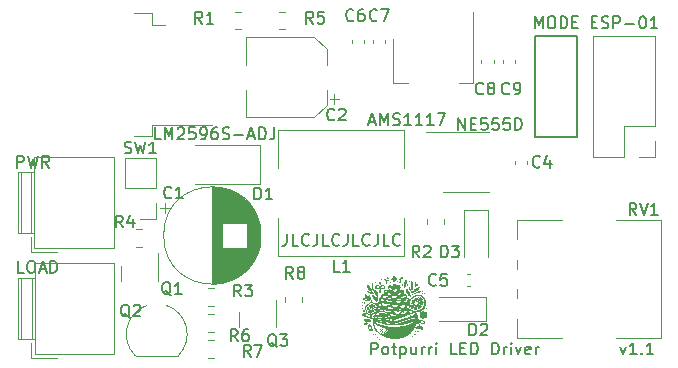
<source format=gbr>
%TF.GenerationSoftware,KiCad,Pcbnew,7.0.8*%
%TF.CreationDate,2024-06-11T13:29:39+02:00*%
%TF.ProjectId,LED_Driver,4c45445f-4472-4697-9665-722e6b696361,rev?*%
%TF.SameCoordinates,Original*%
%TF.FileFunction,Legend,Top*%
%TF.FilePolarity,Positive*%
%FSLAX46Y46*%
G04 Gerber Fmt 4.6, Leading zero omitted, Abs format (unit mm)*
G04 Created by KiCad (PCBNEW 7.0.8) date 2024-06-11 13:29:39*
%MOMM*%
%LPD*%
G01*
G04 APERTURE LIST*
%ADD10C,0.150000*%
%ADD11C,0.200000*%
%ADD12C,0.120000*%
G04 APERTURE END LIST*
D10*
X151241541Y-128803152D02*
X151479636Y-129469819D01*
X151479636Y-129469819D02*
X151717731Y-128803152D01*
X152622493Y-129469819D02*
X152051065Y-129469819D01*
X152336779Y-129469819D02*
X152336779Y-128469819D01*
X152336779Y-128469819D02*
X152241541Y-128612676D01*
X152241541Y-128612676D02*
X152146303Y-128707914D01*
X152146303Y-128707914D02*
X152051065Y-128755533D01*
X153051065Y-129374580D02*
X153098684Y-129422200D01*
X153098684Y-129422200D02*
X153051065Y-129469819D01*
X153051065Y-129469819D02*
X153003446Y-129422200D01*
X153003446Y-129422200D02*
X153051065Y-129374580D01*
X153051065Y-129374580D02*
X153051065Y-129469819D01*
X154051064Y-129469819D02*
X153479636Y-129469819D01*
X153765350Y-129469819D02*
X153765350Y-128469819D01*
X153765350Y-128469819D02*
X153670112Y-128612676D01*
X153670112Y-128612676D02*
X153574874Y-128707914D01*
X153574874Y-128707914D02*
X153479636Y-128755533D01*
X130136779Y-129469819D02*
X130136779Y-128469819D01*
X130136779Y-128469819D02*
X130517731Y-128469819D01*
X130517731Y-128469819D02*
X130612969Y-128517438D01*
X130612969Y-128517438D02*
X130660588Y-128565057D01*
X130660588Y-128565057D02*
X130708207Y-128660295D01*
X130708207Y-128660295D02*
X130708207Y-128803152D01*
X130708207Y-128803152D02*
X130660588Y-128898390D01*
X130660588Y-128898390D02*
X130612969Y-128946009D01*
X130612969Y-128946009D02*
X130517731Y-128993628D01*
X130517731Y-128993628D02*
X130136779Y-128993628D01*
X131279636Y-129469819D02*
X131184398Y-129422200D01*
X131184398Y-129422200D02*
X131136779Y-129374580D01*
X131136779Y-129374580D02*
X131089160Y-129279342D01*
X131089160Y-129279342D02*
X131089160Y-128993628D01*
X131089160Y-128993628D02*
X131136779Y-128898390D01*
X131136779Y-128898390D02*
X131184398Y-128850771D01*
X131184398Y-128850771D02*
X131279636Y-128803152D01*
X131279636Y-128803152D02*
X131422493Y-128803152D01*
X131422493Y-128803152D02*
X131517731Y-128850771D01*
X131517731Y-128850771D02*
X131565350Y-128898390D01*
X131565350Y-128898390D02*
X131612969Y-128993628D01*
X131612969Y-128993628D02*
X131612969Y-129279342D01*
X131612969Y-129279342D02*
X131565350Y-129374580D01*
X131565350Y-129374580D02*
X131517731Y-129422200D01*
X131517731Y-129422200D02*
X131422493Y-129469819D01*
X131422493Y-129469819D02*
X131279636Y-129469819D01*
X131898684Y-128803152D02*
X132279636Y-128803152D01*
X132041541Y-128469819D02*
X132041541Y-129326961D01*
X132041541Y-129326961D02*
X132089160Y-129422200D01*
X132089160Y-129422200D02*
X132184398Y-129469819D01*
X132184398Y-129469819D02*
X132279636Y-129469819D01*
X132612970Y-128803152D02*
X132612970Y-129803152D01*
X132612970Y-128850771D02*
X132708208Y-128803152D01*
X132708208Y-128803152D02*
X132898684Y-128803152D01*
X132898684Y-128803152D02*
X132993922Y-128850771D01*
X132993922Y-128850771D02*
X133041541Y-128898390D01*
X133041541Y-128898390D02*
X133089160Y-128993628D01*
X133089160Y-128993628D02*
X133089160Y-129279342D01*
X133089160Y-129279342D02*
X133041541Y-129374580D01*
X133041541Y-129374580D02*
X132993922Y-129422200D01*
X132993922Y-129422200D02*
X132898684Y-129469819D01*
X132898684Y-129469819D02*
X132708208Y-129469819D01*
X132708208Y-129469819D02*
X132612970Y-129422200D01*
X133946303Y-128803152D02*
X133946303Y-129469819D01*
X133517732Y-128803152D02*
X133517732Y-129326961D01*
X133517732Y-129326961D02*
X133565351Y-129422200D01*
X133565351Y-129422200D02*
X133660589Y-129469819D01*
X133660589Y-129469819D02*
X133803446Y-129469819D01*
X133803446Y-129469819D02*
X133898684Y-129422200D01*
X133898684Y-129422200D02*
X133946303Y-129374580D01*
X134422494Y-129469819D02*
X134422494Y-128803152D01*
X134422494Y-128993628D02*
X134470113Y-128898390D01*
X134470113Y-128898390D02*
X134517732Y-128850771D01*
X134517732Y-128850771D02*
X134612970Y-128803152D01*
X134612970Y-128803152D02*
X134708208Y-128803152D01*
X135041542Y-129469819D02*
X135041542Y-128803152D01*
X135041542Y-128993628D02*
X135089161Y-128898390D01*
X135089161Y-128898390D02*
X135136780Y-128850771D01*
X135136780Y-128850771D02*
X135232018Y-128803152D01*
X135232018Y-128803152D02*
X135327256Y-128803152D01*
X135660590Y-129469819D02*
X135660590Y-128803152D01*
X135660590Y-128469819D02*
X135612971Y-128517438D01*
X135612971Y-128517438D02*
X135660590Y-128565057D01*
X135660590Y-128565057D02*
X135708209Y-128517438D01*
X135708209Y-128517438D02*
X135660590Y-128469819D01*
X135660590Y-128469819D02*
X135660590Y-128565057D01*
X137374875Y-129469819D02*
X136898685Y-129469819D01*
X136898685Y-129469819D02*
X136898685Y-128469819D01*
X137708209Y-128946009D02*
X138041542Y-128946009D01*
X138184399Y-129469819D02*
X137708209Y-129469819D01*
X137708209Y-129469819D02*
X137708209Y-128469819D01*
X137708209Y-128469819D02*
X138184399Y-128469819D01*
X138612971Y-129469819D02*
X138612971Y-128469819D01*
X138612971Y-128469819D02*
X138851066Y-128469819D01*
X138851066Y-128469819D02*
X138993923Y-128517438D01*
X138993923Y-128517438D02*
X139089161Y-128612676D01*
X139089161Y-128612676D02*
X139136780Y-128707914D01*
X139136780Y-128707914D02*
X139184399Y-128898390D01*
X139184399Y-128898390D02*
X139184399Y-129041247D01*
X139184399Y-129041247D02*
X139136780Y-129231723D01*
X139136780Y-129231723D02*
X139089161Y-129326961D01*
X139089161Y-129326961D02*
X138993923Y-129422200D01*
X138993923Y-129422200D02*
X138851066Y-129469819D01*
X138851066Y-129469819D02*
X138612971Y-129469819D01*
X140374876Y-129469819D02*
X140374876Y-128469819D01*
X140374876Y-128469819D02*
X140612971Y-128469819D01*
X140612971Y-128469819D02*
X140755828Y-128517438D01*
X140755828Y-128517438D02*
X140851066Y-128612676D01*
X140851066Y-128612676D02*
X140898685Y-128707914D01*
X140898685Y-128707914D02*
X140946304Y-128898390D01*
X140946304Y-128898390D02*
X140946304Y-129041247D01*
X140946304Y-129041247D02*
X140898685Y-129231723D01*
X140898685Y-129231723D02*
X140851066Y-129326961D01*
X140851066Y-129326961D02*
X140755828Y-129422200D01*
X140755828Y-129422200D02*
X140612971Y-129469819D01*
X140612971Y-129469819D02*
X140374876Y-129469819D01*
X141374876Y-129469819D02*
X141374876Y-128803152D01*
X141374876Y-128993628D02*
X141422495Y-128898390D01*
X141422495Y-128898390D02*
X141470114Y-128850771D01*
X141470114Y-128850771D02*
X141565352Y-128803152D01*
X141565352Y-128803152D02*
X141660590Y-128803152D01*
X141993924Y-129469819D02*
X141993924Y-128803152D01*
X141993924Y-128469819D02*
X141946305Y-128517438D01*
X141946305Y-128517438D02*
X141993924Y-128565057D01*
X141993924Y-128565057D02*
X142041543Y-128517438D01*
X142041543Y-128517438D02*
X141993924Y-128469819D01*
X141993924Y-128469819D02*
X141993924Y-128565057D01*
X142374876Y-128803152D02*
X142612971Y-129469819D01*
X142612971Y-129469819D02*
X142851066Y-128803152D01*
X143612971Y-129422200D02*
X143517733Y-129469819D01*
X143517733Y-129469819D02*
X143327257Y-129469819D01*
X143327257Y-129469819D02*
X143232019Y-129422200D01*
X143232019Y-129422200D02*
X143184400Y-129326961D01*
X143184400Y-129326961D02*
X143184400Y-128946009D01*
X143184400Y-128946009D02*
X143232019Y-128850771D01*
X143232019Y-128850771D02*
X143327257Y-128803152D01*
X143327257Y-128803152D02*
X143517733Y-128803152D01*
X143517733Y-128803152D02*
X143612971Y-128850771D01*
X143612971Y-128850771D02*
X143660590Y-128946009D01*
X143660590Y-128946009D02*
X143660590Y-129041247D01*
X143660590Y-129041247D02*
X143184400Y-129136485D01*
X144089162Y-129469819D02*
X144089162Y-128803152D01*
X144089162Y-128993628D02*
X144136781Y-128898390D01*
X144136781Y-128898390D02*
X144184400Y-128850771D01*
X144184400Y-128850771D02*
X144279638Y-128803152D01*
X144279638Y-128803152D02*
X144374876Y-128803152D01*
X123022493Y-119269819D02*
X123022493Y-119984104D01*
X123022493Y-119984104D02*
X122974874Y-120126961D01*
X122974874Y-120126961D02*
X122879636Y-120222200D01*
X122879636Y-120222200D02*
X122736779Y-120269819D01*
X122736779Y-120269819D02*
X122641541Y-120269819D01*
X123974874Y-120269819D02*
X123498684Y-120269819D01*
X123498684Y-120269819D02*
X123498684Y-119269819D01*
X124879636Y-120174580D02*
X124832017Y-120222200D01*
X124832017Y-120222200D02*
X124689160Y-120269819D01*
X124689160Y-120269819D02*
X124593922Y-120269819D01*
X124593922Y-120269819D02*
X124451065Y-120222200D01*
X124451065Y-120222200D02*
X124355827Y-120126961D01*
X124355827Y-120126961D02*
X124308208Y-120031723D01*
X124308208Y-120031723D02*
X124260589Y-119841247D01*
X124260589Y-119841247D02*
X124260589Y-119698390D01*
X124260589Y-119698390D02*
X124308208Y-119507914D01*
X124308208Y-119507914D02*
X124355827Y-119412676D01*
X124355827Y-119412676D02*
X124451065Y-119317438D01*
X124451065Y-119317438D02*
X124593922Y-119269819D01*
X124593922Y-119269819D02*
X124689160Y-119269819D01*
X124689160Y-119269819D02*
X124832017Y-119317438D01*
X124832017Y-119317438D02*
X124879636Y-119365057D01*
X125593922Y-119269819D02*
X125593922Y-119984104D01*
X125593922Y-119984104D02*
X125546303Y-120126961D01*
X125546303Y-120126961D02*
X125451065Y-120222200D01*
X125451065Y-120222200D02*
X125308208Y-120269819D01*
X125308208Y-120269819D02*
X125212970Y-120269819D01*
X126546303Y-120269819D02*
X126070113Y-120269819D01*
X126070113Y-120269819D02*
X126070113Y-119269819D01*
X127451065Y-120174580D02*
X127403446Y-120222200D01*
X127403446Y-120222200D02*
X127260589Y-120269819D01*
X127260589Y-120269819D02*
X127165351Y-120269819D01*
X127165351Y-120269819D02*
X127022494Y-120222200D01*
X127022494Y-120222200D02*
X126927256Y-120126961D01*
X126927256Y-120126961D02*
X126879637Y-120031723D01*
X126879637Y-120031723D02*
X126832018Y-119841247D01*
X126832018Y-119841247D02*
X126832018Y-119698390D01*
X126832018Y-119698390D02*
X126879637Y-119507914D01*
X126879637Y-119507914D02*
X126927256Y-119412676D01*
X126927256Y-119412676D02*
X127022494Y-119317438D01*
X127022494Y-119317438D02*
X127165351Y-119269819D01*
X127165351Y-119269819D02*
X127260589Y-119269819D01*
X127260589Y-119269819D02*
X127403446Y-119317438D01*
X127403446Y-119317438D02*
X127451065Y-119365057D01*
X128165351Y-119269819D02*
X128165351Y-119984104D01*
X128165351Y-119984104D02*
X128117732Y-120126961D01*
X128117732Y-120126961D02*
X128022494Y-120222200D01*
X128022494Y-120222200D02*
X127879637Y-120269819D01*
X127879637Y-120269819D02*
X127784399Y-120269819D01*
X129117732Y-120269819D02*
X128641542Y-120269819D01*
X128641542Y-120269819D02*
X128641542Y-119269819D01*
X130022494Y-120174580D02*
X129974875Y-120222200D01*
X129974875Y-120222200D02*
X129832018Y-120269819D01*
X129832018Y-120269819D02*
X129736780Y-120269819D01*
X129736780Y-120269819D02*
X129593923Y-120222200D01*
X129593923Y-120222200D02*
X129498685Y-120126961D01*
X129498685Y-120126961D02*
X129451066Y-120031723D01*
X129451066Y-120031723D02*
X129403447Y-119841247D01*
X129403447Y-119841247D02*
X129403447Y-119698390D01*
X129403447Y-119698390D02*
X129451066Y-119507914D01*
X129451066Y-119507914D02*
X129498685Y-119412676D01*
X129498685Y-119412676D02*
X129593923Y-119317438D01*
X129593923Y-119317438D02*
X129736780Y-119269819D01*
X129736780Y-119269819D02*
X129832018Y-119269819D01*
X129832018Y-119269819D02*
X129974875Y-119317438D01*
X129974875Y-119317438D02*
X130022494Y-119365057D01*
X130736780Y-119269819D02*
X130736780Y-119984104D01*
X130736780Y-119984104D02*
X130689161Y-120126961D01*
X130689161Y-120126961D02*
X130593923Y-120222200D01*
X130593923Y-120222200D02*
X130451066Y-120269819D01*
X130451066Y-120269819D02*
X130355828Y-120269819D01*
X131689161Y-120269819D02*
X131212971Y-120269819D01*
X131212971Y-120269819D02*
X131212971Y-119269819D01*
X132593923Y-120174580D02*
X132546304Y-120222200D01*
X132546304Y-120222200D02*
X132403447Y-120269819D01*
X132403447Y-120269819D02*
X132308209Y-120269819D01*
X132308209Y-120269819D02*
X132165352Y-120222200D01*
X132165352Y-120222200D02*
X132070114Y-120126961D01*
X132070114Y-120126961D02*
X132022495Y-120031723D01*
X132022495Y-120031723D02*
X131974876Y-119841247D01*
X131974876Y-119841247D02*
X131974876Y-119698390D01*
X131974876Y-119698390D02*
X132022495Y-119507914D01*
X132022495Y-119507914D02*
X132070114Y-119412676D01*
X132070114Y-119412676D02*
X132165352Y-119317438D01*
X132165352Y-119317438D02*
X132308209Y-119269819D01*
X132308209Y-119269819D02*
X132403447Y-119269819D01*
X132403447Y-119269819D02*
X132546304Y-119317438D01*
X132546304Y-119317438D02*
X132593923Y-119365057D01*
X127483333Y-122454819D02*
X127007143Y-122454819D01*
X127007143Y-122454819D02*
X127007143Y-121454819D01*
X128340476Y-122454819D02*
X127769048Y-122454819D01*
X128054762Y-122454819D02*
X128054762Y-121454819D01*
X128054762Y-121454819D02*
X127959524Y-121597676D01*
X127959524Y-121597676D02*
X127864286Y-121692914D01*
X127864286Y-121692914D02*
X127769048Y-121740533D01*
X100757142Y-122554819D02*
X100280952Y-122554819D01*
X100280952Y-122554819D02*
X100280952Y-121554819D01*
X101280952Y-121554819D02*
X101471428Y-121554819D01*
X101471428Y-121554819D02*
X101566666Y-121602438D01*
X101566666Y-121602438D02*
X101661904Y-121697676D01*
X101661904Y-121697676D02*
X101709523Y-121888152D01*
X101709523Y-121888152D02*
X101709523Y-122221485D01*
X101709523Y-122221485D02*
X101661904Y-122411961D01*
X101661904Y-122411961D02*
X101566666Y-122507200D01*
X101566666Y-122507200D02*
X101471428Y-122554819D01*
X101471428Y-122554819D02*
X101280952Y-122554819D01*
X101280952Y-122554819D02*
X101185714Y-122507200D01*
X101185714Y-122507200D02*
X101090476Y-122411961D01*
X101090476Y-122411961D02*
X101042857Y-122221485D01*
X101042857Y-122221485D02*
X101042857Y-121888152D01*
X101042857Y-121888152D02*
X101090476Y-121697676D01*
X101090476Y-121697676D02*
X101185714Y-121602438D01*
X101185714Y-121602438D02*
X101280952Y-121554819D01*
X102090476Y-122269104D02*
X102566666Y-122269104D01*
X101995238Y-122554819D02*
X102328571Y-121554819D01*
X102328571Y-121554819D02*
X102661904Y-122554819D01*
X102995238Y-122554819D02*
X102995238Y-121554819D01*
X102995238Y-121554819D02*
X103233333Y-121554819D01*
X103233333Y-121554819D02*
X103376190Y-121602438D01*
X103376190Y-121602438D02*
X103471428Y-121697676D01*
X103471428Y-121697676D02*
X103519047Y-121792914D01*
X103519047Y-121792914D02*
X103566666Y-121983390D01*
X103566666Y-121983390D02*
X103566666Y-122126247D01*
X103566666Y-122126247D02*
X103519047Y-122316723D01*
X103519047Y-122316723D02*
X103471428Y-122411961D01*
X103471428Y-122411961D02*
X103376190Y-122507200D01*
X103376190Y-122507200D02*
X103233333Y-122554819D01*
X103233333Y-122554819D02*
X102995238Y-122554819D01*
X143990476Y-101854819D02*
X143990476Y-100854819D01*
X143990476Y-100854819D02*
X144323809Y-101569104D01*
X144323809Y-101569104D02*
X144657142Y-100854819D01*
X144657142Y-100854819D02*
X144657142Y-101854819D01*
X145323809Y-100854819D02*
X145514285Y-100854819D01*
X145514285Y-100854819D02*
X145609523Y-100902438D01*
X145609523Y-100902438D02*
X145704761Y-100997676D01*
X145704761Y-100997676D02*
X145752380Y-101188152D01*
X145752380Y-101188152D02*
X145752380Y-101521485D01*
X145752380Y-101521485D02*
X145704761Y-101711961D01*
X145704761Y-101711961D02*
X145609523Y-101807200D01*
X145609523Y-101807200D02*
X145514285Y-101854819D01*
X145514285Y-101854819D02*
X145323809Y-101854819D01*
X145323809Y-101854819D02*
X145228571Y-101807200D01*
X145228571Y-101807200D02*
X145133333Y-101711961D01*
X145133333Y-101711961D02*
X145085714Y-101521485D01*
X145085714Y-101521485D02*
X145085714Y-101188152D01*
X145085714Y-101188152D02*
X145133333Y-100997676D01*
X145133333Y-100997676D02*
X145228571Y-100902438D01*
X145228571Y-100902438D02*
X145323809Y-100854819D01*
X146180952Y-101854819D02*
X146180952Y-100854819D01*
X146180952Y-100854819D02*
X146419047Y-100854819D01*
X146419047Y-100854819D02*
X146561904Y-100902438D01*
X146561904Y-100902438D02*
X146657142Y-100997676D01*
X146657142Y-100997676D02*
X146704761Y-101092914D01*
X146704761Y-101092914D02*
X146752380Y-101283390D01*
X146752380Y-101283390D02*
X146752380Y-101426247D01*
X146752380Y-101426247D02*
X146704761Y-101616723D01*
X146704761Y-101616723D02*
X146657142Y-101711961D01*
X146657142Y-101711961D02*
X146561904Y-101807200D01*
X146561904Y-101807200D02*
X146419047Y-101854819D01*
X146419047Y-101854819D02*
X146180952Y-101854819D01*
X147180952Y-101331009D02*
X147514285Y-101331009D01*
X147657142Y-101854819D02*
X147180952Y-101854819D01*
X147180952Y-101854819D02*
X147180952Y-100854819D01*
X147180952Y-100854819D02*
X147657142Y-100854819D01*
X109133333Y-118714819D02*
X108800000Y-118238628D01*
X108561905Y-118714819D02*
X108561905Y-117714819D01*
X108561905Y-117714819D02*
X108942857Y-117714819D01*
X108942857Y-117714819D02*
X109038095Y-117762438D01*
X109038095Y-117762438D02*
X109085714Y-117810057D01*
X109085714Y-117810057D02*
X109133333Y-117905295D01*
X109133333Y-117905295D02*
X109133333Y-118048152D01*
X109133333Y-118048152D02*
X109085714Y-118143390D01*
X109085714Y-118143390D02*
X109038095Y-118191009D01*
X109038095Y-118191009D02*
X108942857Y-118238628D01*
X108942857Y-118238628D02*
X108561905Y-118238628D01*
X109990476Y-118048152D02*
X109990476Y-118714819D01*
X109752381Y-117667200D02*
X109514286Y-118381485D01*
X109514286Y-118381485D02*
X110133333Y-118381485D01*
X109704761Y-126350057D02*
X109609523Y-126302438D01*
X109609523Y-126302438D02*
X109514285Y-126207200D01*
X109514285Y-126207200D02*
X109371428Y-126064342D01*
X109371428Y-126064342D02*
X109276190Y-126016723D01*
X109276190Y-126016723D02*
X109180952Y-126016723D01*
X109228571Y-126254819D02*
X109133333Y-126207200D01*
X109133333Y-126207200D02*
X109038095Y-126111961D01*
X109038095Y-126111961D02*
X108990476Y-125921485D01*
X108990476Y-125921485D02*
X108990476Y-125588152D01*
X108990476Y-125588152D02*
X109038095Y-125397676D01*
X109038095Y-125397676D02*
X109133333Y-125302438D01*
X109133333Y-125302438D02*
X109228571Y-125254819D01*
X109228571Y-125254819D02*
X109419047Y-125254819D01*
X109419047Y-125254819D02*
X109514285Y-125302438D01*
X109514285Y-125302438D02*
X109609523Y-125397676D01*
X109609523Y-125397676D02*
X109657142Y-125588152D01*
X109657142Y-125588152D02*
X109657142Y-125921485D01*
X109657142Y-125921485D02*
X109609523Y-126111961D01*
X109609523Y-126111961D02*
X109514285Y-126207200D01*
X109514285Y-126207200D02*
X109419047Y-126254819D01*
X109419047Y-126254819D02*
X109228571Y-126254819D01*
X110038095Y-125350057D02*
X110085714Y-125302438D01*
X110085714Y-125302438D02*
X110180952Y-125254819D01*
X110180952Y-125254819D02*
X110419047Y-125254819D01*
X110419047Y-125254819D02*
X110514285Y-125302438D01*
X110514285Y-125302438D02*
X110561904Y-125350057D01*
X110561904Y-125350057D02*
X110609523Y-125445295D01*
X110609523Y-125445295D02*
X110609523Y-125540533D01*
X110609523Y-125540533D02*
X110561904Y-125683390D01*
X110561904Y-125683390D02*
X109990476Y-126254819D01*
X109990476Y-126254819D02*
X110609523Y-126254819D01*
X118833333Y-128354819D02*
X118500000Y-127878628D01*
X118261905Y-128354819D02*
X118261905Y-127354819D01*
X118261905Y-127354819D02*
X118642857Y-127354819D01*
X118642857Y-127354819D02*
X118738095Y-127402438D01*
X118738095Y-127402438D02*
X118785714Y-127450057D01*
X118785714Y-127450057D02*
X118833333Y-127545295D01*
X118833333Y-127545295D02*
X118833333Y-127688152D01*
X118833333Y-127688152D02*
X118785714Y-127783390D01*
X118785714Y-127783390D02*
X118738095Y-127831009D01*
X118738095Y-127831009D02*
X118642857Y-127878628D01*
X118642857Y-127878628D02*
X118261905Y-127878628D01*
X119690476Y-127354819D02*
X119500000Y-127354819D01*
X119500000Y-127354819D02*
X119404762Y-127402438D01*
X119404762Y-127402438D02*
X119357143Y-127450057D01*
X119357143Y-127450057D02*
X119261905Y-127592914D01*
X119261905Y-127592914D02*
X119214286Y-127783390D01*
X119214286Y-127783390D02*
X119214286Y-128164342D01*
X119214286Y-128164342D02*
X119261905Y-128259580D01*
X119261905Y-128259580D02*
X119309524Y-128307200D01*
X119309524Y-128307200D02*
X119404762Y-128354819D01*
X119404762Y-128354819D02*
X119595238Y-128354819D01*
X119595238Y-128354819D02*
X119690476Y-128307200D01*
X119690476Y-128307200D02*
X119738095Y-128259580D01*
X119738095Y-128259580D02*
X119785714Y-128164342D01*
X119785714Y-128164342D02*
X119785714Y-127926247D01*
X119785714Y-127926247D02*
X119738095Y-127831009D01*
X119738095Y-127831009D02*
X119690476Y-127783390D01*
X119690476Y-127783390D02*
X119595238Y-127735771D01*
X119595238Y-127735771D02*
X119404762Y-127735771D01*
X119404762Y-127735771D02*
X119309524Y-127783390D01*
X119309524Y-127783390D02*
X119261905Y-127831009D01*
X119261905Y-127831009D02*
X119214286Y-127926247D01*
D11*
X113192261Y-124447457D02*
X113097023Y-124399838D01*
X113097023Y-124399838D02*
X113001785Y-124304600D01*
X113001785Y-124304600D02*
X112858928Y-124161742D01*
X112858928Y-124161742D02*
X112763690Y-124114123D01*
X112763690Y-124114123D02*
X112668452Y-124114123D01*
X112716071Y-124352219D02*
X112620833Y-124304600D01*
X112620833Y-124304600D02*
X112525595Y-124209361D01*
X112525595Y-124209361D02*
X112477976Y-124018885D01*
X112477976Y-124018885D02*
X112477976Y-123685552D01*
X112477976Y-123685552D02*
X112525595Y-123495076D01*
X112525595Y-123495076D02*
X112620833Y-123399838D01*
X112620833Y-123399838D02*
X112716071Y-123352219D01*
X112716071Y-123352219D02*
X112906547Y-123352219D01*
X112906547Y-123352219D02*
X113001785Y-123399838D01*
X113001785Y-123399838D02*
X113097023Y-123495076D01*
X113097023Y-123495076D02*
X113144642Y-123685552D01*
X113144642Y-123685552D02*
X113144642Y-124018885D01*
X113144642Y-124018885D02*
X113097023Y-124209361D01*
X113097023Y-124209361D02*
X113001785Y-124304600D01*
X113001785Y-124304600D02*
X112906547Y-124352219D01*
X112906547Y-124352219D02*
X112716071Y-124352219D01*
X114097023Y-124352219D02*
X113525595Y-124352219D01*
X113811309Y-124352219D02*
X113811309Y-123352219D01*
X113811309Y-123352219D02*
X113716071Y-123495076D01*
X113716071Y-123495076D02*
X113620833Y-123590314D01*
X113620833Y-123590314D02*
X113525595Y-123637933D01*
D10*
X123533333Y-123054819D02*
X123200000Y-122578628D01*
X122961905Y-123054819D02*
X122961905Y-122054819D01*
X122961905Y-122054819D02*
X123342857Y-122054819D01*
X123342857Y-122054819D02*
X123438095Y-122102438D01*
X123438095Y-122102438D02*
X123485714Y-122150057D01*
X123485714Y-122150057D02*
X123533333Y-122245295D01*
X123533333Y-122245295D02*
X123533333Y-122388152D01*
X123533333Y-122388152D02*
X123485714Y-122483390D01*
X123485714Y-122483390D02*
X123438095Y-122531009D01*
X123438095Y-122531009D02*
X123342857Y-122578628D01*
X123342857Y-122578628D02*
X122961905Y-122578628D01*
X124104762Y-122483390D02*
X124009524Y-122435771D01*
X124009524Y-122435771D02*
X123961905Y-122388152D01*
X123961905Y-122388152D02*
X123914286Y-122292914D01*
X123914286Y-122292914D02*
X123914286Y-122245295D01*
X123914286Y-122245295D02*
X123961905Y-122150057D01*
X123961905Y-122150057D02*
X124009524Y-122102438D01*
X124009524Y-122102438D02*
X124104762Y-122054819D01*
X124104762Y-122054819D02*
X124295238Y-122054819D01*
X124295238Y-122054819D02*
X124390476Y-122102438D01*
X124390476Y-122102438D02*
X124438095Y-122150057D01*
X124438095Y-122150057D02*
X124485714Y-122245295D01*
X124485714Y-122245295D02*
X124485714Y-122292914D01*
X124485714Y-122292914D02*
X124438095Y-122388152D01*
X124438095Y-122388152D02*
X124390476Y-122435771D01*
X124390476Y-122435771D02*
X124295238Y-122483390D01*
X124295238Y-122483390D02*
X124104762Y-122483390D01*
X124104762Y-122483390D02*
X124009524Y-122531009D01*
X124009524Y-122531009D02*
X123961905Y-122578628D01*
X123961905Y-122578628D02*
X123914286Y-122673866D01*
X123914286Y-122673866D02*
X123914286Y-122864342D01*
X123914286Y-122864342D02*
X123961905Y-122959580D01*
X123961905Y-122959580D02*
X124009524Y-123007200D01*
X124009524Y-123007200D02*
X124104762Y-123054819D01*
X124104762Y-123054819D02*
X124295238Y-123054819D01*
X124295238Y-123054819D02*
X124390476Y-123007200D01*
X124390476Y-123007200D02*
X124438095Y-122959580D01*
X124438095Y-122959580D02*
X124485714Y-122864342D01*
X124485714Y-122864342D02*
X124485714Y-122673866D01*
X124485714Y-122673866D02*
X124438095Y-122578628D01*
X124438095Y-122578628D02*
X124390476Y-122531009D01*
X124390476Y-122531009D02*
X124295238Y-122483390D01*
X127033333Y-109559580D02*
X126985714Y-109607200D01*
X126985714Y-109607200D02*
X126842857Y-109654819D01*
X126842857Y-109654819D02*
X126747619Y-109654819D01*
X126747619Y-109654819D02*
X126604762Y-109607200D01*
X126604762Y-109607200D02*
X126509524Y-109511961D01*
X126509524Y-109511961D02*
X126461905Y-109416723D01*
X126461905Y-109416723D02*
X126414286Y-109226247D01*
X126414286Y-109226247D02*
X126414286Y-109083390D01*
X126414286Y-109083390D02*
X126461905Y-108892914D01*
X126461905Y-108892914D02*
X126509524Y-108797676D01*
X126509524Y-108797676D02*
X126604762Y-108702438D01*
X126604762Y-108702438D02*
X126747619Y-108654819D01*
X126747619Y-108654819D02*
X126842857Y-108654819D01*
X126842857Y-108654819D02*
X126985714Y-108702438D01*
X126985714Y-108702438D02*
X127033333Y-108750057D01*
X127414286Y-108750057D02*
X127461905Y-108702438D01*
X127461905Y-108702438D02*
X127557143Y-108654819D01*
X127557143Y-108654819D02*
X127795238Y-108654819D01*
X127795238Y-108654819D02*
X127890476Y-108702438D01*
X127890476Y-108702438D02*
X127938095Y-108750057D01*
X127938095Y-108750057D02*
X127985714Y-108845295D01*
X127985714Y-108845295D02*
X127985714Y-108940533D01*
X127985714Y-108940533D02*
X127938095Y-109083390D01*
X127938095Y-109083390D02*
X127366667Y-109654819D01*
X127366667Y-109654819D02*
X127985714Y-109654819D01*
X113233333Y-116159580D02*
X113185714Y-116207200D01*
X113185714Y-116207200D02*
X113042857Y-116254819D01*
X113042857Y-116254819D02*
X112947619Y-116254819D01*
X112947619Y-116254819D02*
X112804762Y-116207200D01*
X112804762Y-116207200D02*
X112709524Y-116111961D01*
X112709524Y-116111961D02*
X112661905Y-116016723D01*
X112661905Y-116016723D02*
X112614286Y-115826247D01*
X112614286Y-115826247D02*
X112614286Y-115683390D01*
X112614286Y-115683390D02*
X112661905Y-115492914D01*
X112661905Y-115492914D02*
X112709524Y-115397676D01*
X112709524Y-115397676D02*
X112804762Y-115302438D01*
X112804762Y-115302438D02*
X112947619Y-115254819D01*
X112947619Y-115254819D02*
X113042857Y-115254819D01*
X113042857Y-115254819D02*
X113185714Y-115302438D01*
X113185714Y-115302438D02*
X113233333Y-115350057D01*
X114185714Y-116254819D02*
X113614286Y-116254819D01*
X113900000Y-116254819D02*
X113900000Y-115254819D01*
X113900000Y-115254819D02*
X113804762Y-115397676D01*
X113804762Y-115397676D02*
X113709524Y-115492914D01*
X113709524Y-115492914D02*
X113614286Y-115540533D01*
X144433333Y-113559580D02*
X144385714Y-113607200D01*
X144385714Y-113607200D02*
X144242857Y-113654819D01*
X144242857Y-113654819D02*
X144147619Y-113654819D01*
X144147619Y-113654819D02*
X144004762Y-113607200D01*
X144004762Y-113607200D02*
X143909524Y-113511961D01*
X143909524Y-113511961D02*
X143861905Y-113416723D01*
X143861905Y-113416723D02*
X143814286Y-113226247D01*
X143814286Y-113226247D02*
X143814286Y-113083390D01*
X143814286Y-113083390D02*
X143861905Y-112892914D01*
X143861905Y-112892914D02*
X143909524Y-112797676D01*
X143909524Y-112797676D02*
X144004762Y-112702438D01*
X144004762Y-112702438D02*
X144147619Y-112654819D01*
X144147619Y-112654819D02*
X144242857Y-112654819D01*
X144242857Y-112654819D02*
X144385714Y-112702438D01*
X144385714Y-112702438D02*
X144433333Y-112750057D01*
X145290476Y-112988152D02*
X145290476Y-113654819D01*
X145052381Y-112607200D02*
X144814286Y-113321485D01*
X144814286Y-113321485D02*
X145433333Y-113321485D01*
X125233333Y-101454819D02*
X124900000Y-100978628D01*
X124661905Y-101454819D02*
X124661905Y-100454819D01*
X124661905Y-100454819D02*
X125042857Y-100454819D01*
X125042857Y-100454819D02*
X125138095Y-100502438D01*
X125138095Y-100502438D02*
X125185714Y-100550057D01*
X125185714Y-100550057D02*
X125233333Y-100645295D01*
X125233333Y-100645295D02*
X125233333Y-100788152D01*
X125233333Y-100788152D02*
X125185714Y-100883390D01*
X125185714Y-100883390D02*
X125138095Y-100931009D01*
X125138095Y-100931009D02*
X125042857Y-100978628D01*
X125042857Y-100978628D02*
X124661905Y-100978628D01*
X126138095Y-100454819D02*
X125661905Y-100454819D01*
X125661905Y-100454819D02*
X125614286Y-100931009D01*
X125614286Y-100931009D02*
X125661905Y-100883390D01*
X125661905Y-100883390D02*
X125757143Y-100835771D01*
X125757143Y-100835771D02*
X125995238Y-100835771D01*
X125995238Y-100835771D02*
X126090476Y-100883390D01*
X126090476Y-100883390D02*
X126138095Y-100931009D01*
X126138095Y-100931009D02*
X126185714Y-101026247D01*
X126185714Y-101026247D02*
X126185714Y-101264342D01*
X126185714Y-101264342D02*
X126138095Y-101359580D01*
X126138095Y-101359580D02*
X126090476Y-101407200D01*
X126090476Y-101407200D02*
X125995238Y-101454819D01*
X125995238Y-101454819D02*
X125757143Y-101454819D01*
X125757143Y-101454819D02*
X125661905Y-101407200D01*
X125661905Y-101407200D02*
X125614286Y-101359580D01*
X130633333Y-101159580D02*
X130585714Y-101207200D01*
X130585714Y-101207200D02*
X130442857Y-101254819D01*
X130442857Y-101254819D02*
X130347619Y-101254819D01*
X130347619Y-101254819D02*
X130204762Y-101207200D01*
X130204762Y-101207200D02*
X130109524Y-101111961D01*
X130109524Y-101111961D02*
X130061905Y-101016723D01*
X130061905Y-101016723D02*
X130014286Y-100826247D01*
X130014286Y-100826247D02*
X130014286Y-100683390D01*
X130014286Y-100683390D02*
X130061905Y-100492914D01*
X130061905Y-100492914D02*
X130109524Y-100397676D01*
X130109524Y-100397676D02*
X130204762Y-100302438D01*
X130204762Y-100302438D02*
X130347619Y-100254819D01*
X130347619Y-100254819D02*
X130442857Y-100254819D01*
X130442857Y-100254819D02*
X130585714Y-100302438D01*
X130585714Y-100302438D02*
X130633333Y-100350057D01*
X130966667Y-100254819D02*
X131633333Y-100254819D01*
X131633333Y-100254819D02*
X131204762Y-101254819D01*
X115833333Y-101454819D02*
X115500000Y-100978628D01*
X115261905Y-101454819D02*
X115261905Y-100454819D01*
X115261905Y-100454819D02*
X115642857Y-100454819D01*
X115642857Y-100454819D02*
X115738095Y-100502438D01*
X115738095Y-100502438D02*
X115785714Y-100550057D01*
X115785714Y-100550057D02*
X115833333Y-100645295D01*
X115833333Y-100645295D02*
X115833333Y-100788152D01*
X115833333Y-100788152D02*
X115785714Y-100883390D01*
X115785714Y-100883390D02*
X115738095Y-100931009D01*
X115738095Y-100931009D02*
X115642857Y-100978628D01*
X115642857Y-100978628D02*
X115261905Y-100978628D01*
X116785714Y-101454819D02*
X116214286Y-101454819D01*
X116500000Y-101454819D02*
X116500000Y-100454819D01*
X116500000Y-100454819D02*
X116404762Y-100597676D01*
X116404762Y-100597676D02*
X116309524Y-100692914D01*
X116309524Y-100692914D02*
X116214286Y-100740533D01*
X109266667Y-112407200D02*
X109409524Y-112454819D01*
X109409524Y-112454819D02*
X109647619Y-112454819D01*
X109647619Y-112454819D02*
X109742857Y-112407200D01*
X109742857Y-112407200D02*
X109790476Y-112359580D01*
X109790476Y-112359580D02*
X109838095Y-112264342D01*
X109838095Y-112264342D02*
X109838095Y-112169104D01*
X109838095Y-112169104D02*
X109790476Y-112073866D01*
X109790476Y-112073866D02*
X109742857Y-112026247D01*
X109742857Y-112026247D02*
X109647619Y-111978628D01*
X109647619Y-111978628D02*
X109457143Y-111931009D01*
X109457143Y-111931009D02*
X109361905Y-111883390D01*
X109361905Y-111883390D02*
X109314286Y-111835771D01*
X109314286Y-111835771D02*
X109266667Y-111740533D01*
X109266667Y-111740533D02*
X109266667Y-111645295D01*
X109266667Y-111645295D02*
X109314286Y-111550057D01*
X109314286Y-111550057D02*
X109361905Y-111502438D01*
X109361905Y-111502438D02*
X109457143Y-111454819D01*
X109457143Y-111454819D02*
X109695238Y-111454819D01*
X109695238Y-111454819D02*
X109838095Y-111502438D01*
X110171429Y-111454819D02*
X110409524Y-112454819D01*
X110409524Y-112454819D02*
X110600000Y-111740533D01*
X110600000Y-111740533D02*
X110790476Y-112454819D01*
X110790476Y-112454819D02*
X111028572Y-111454819D01*
X111933333Y-112454819D02*
X111361905Y-112454819D01*
X111647619Y-112454819D02*
X111647619Y-111454819D01*
X111647619Y-111454819D02*
X111552381Y-111597676D01*
X111552381Y-111597676D02*
X111457143Y-111692914D01*
X111457143Y-111692914D02*
X111361905Y-111740533D01*
X130009524Y-109769104D02*
X130485714Y-109769104D01*
X129914286Y-110054819D02*
X130247619Y-109054819D01*
X130247619Y-109054819D02*
X130580952Y-110054819D01*
X130914286Y-110054819D02*
X130914286Y-109054819D01*
X130914286Y-109054819D02*
X131247619Y-109769104D01*
X131247619Y-109769104D02*
X131580952Y-109054819D01*
X131580952Y-109054819D02*
X131580952Y-110054819D01*
X132009524Y-110007200D02*
X132152381Y-110054819D01*
X132152381Y-110054819D02*
X132390476Y-110054819D01*
X132390476Y-110054819D02*
X132485714Y-110007200D01*
X132485714Y-110007200D02*
X132533333Y-109959580D01*
X132533333Y-109959580D02*
X132580952Y-109864342D01*
X132580952Y-109864342D02*
X132580952Y-109769104D01*
X132580952Y-109769104D02*
X132533333Y-109673866D01*
X132533333Y-109673866D02*
X132485714Y-109626247D01*
X132485714Y-109626247D02*
X132390476Y-109578628D01*
X132390476Y-109578628D02*
X132200000Y-109531009D01*
X132200000Y-109531009D02*
X132104762Y-109483390D01*
X132104762Y-109483390D02*
X132057143Y-109435771D01*
X132057143Y-109435771D02*
X132009524Y-109340533D01*
X132009524Y-109340533D02*
X132009524Y-109245295D01*
X132009524Y-109245295D02*
X132057143Y-109150057D01*
X132057143Y-109150057D02*
X132104762Y-109102438D01*
X132104762Y-109102438D02*
X132200000Y-109054819D01*
X132200000Y-109054819D02*
X132438095Y-109054819D01*
X132438095Y-109054819D02*
X132580952Y-109102438D01*
X133533333Y-110054819D02*
X132961905Y-110054819D01*
X133247619Y-110054819D02*
X133247619Y-109054819D01*
X133247619Y-109054819D02*
X133152381Y-109197676D01*
X133152381Y-109197676D02*
X133057143Y-109292914D01*
X133057143Y-109292914D02*
X132961905Y-109340533D01*
X134485714Y-110054819D02*
X133914286Y-110054819D01*
X134200000Y-110054819D02*
X134200000Y-109054819D01*
X134200000Y-109054819D02*
X134104762Y-109197676D01*
X134104762Y-109197676D02*
X134009524Y-109292914D01*
X134009524Y-109292914D02*
X133914286Y-109340533D01*
X135438095Y-110054819D02*
X134866667Y-110054819D01*
X135152381Y-110054819D02*
X135152381Y-109054819D01*
X135152381Y-109054819D02*
X135057143Y-109197676D01*
X135057143Y-109197676D02*
X134961905Y-109292914D01*
X134961905Y-109292914D02*
X134866667Y-109340533D01*
X135771429Y-109054819D02*
X136438095Y-109054819D01*
X136438095Y-109054819D02*
X136009524Y-110054819D01*
X135633333Y-123559580D02*
X135585714Y-123607200D01*
X135585714Y-123607200D02*
X135442857Y-123654819D01*
X135442857Y-123654819D02*
X135347619Y-123654819D01*
X135347619Y-123654819D02*
X135204762Y-123607200D01*
X135204762Y-123607200D02*
X135109524Y-123511961D01*
X135109524Y-123511961D02*
X135061905Y-123416723D01*
X135061905Y-123416723D02*
X135014286Y-123226247D01*
X135014286Y-123226247D02*
X135014286Y-123083390D01*
X135014286Y-123083390D02*
X135061905Y-122892914D01*
X135061905Y-122892914D02*
X135109524Y-122797676D01*
X135109524Y-122797676D02*
X135204762Y-122702438D01*
X135204762Y-122702438D02*
X135347619Y-122654819D01*
X135347619Y-122654819D02*
X135442857Y-122654819D01*
X135442857Y-122654819D02*
X135585714Y-122702438D01*
X135585714Y-122702438D02*
X135633333Y-122750057D01*
X136538095Y-122654819D02*
X136061905Y-122654819D01*
X136061905Y-122654819D02*
X136014286Y-123131009D01*
X136014286Y-123131009D02*
X136061905Y-123083390D01*
X136061905Y-123083390D02*
X136157143Y-123035771D01*
X136157143Y-123035771D02*
X136395238Y-123035771D01*
X136395238Y-123035771D02*
X136490476Y-123083390D01*
X136490476Y-123083390D02*
X136538095Y-123131009D01*
X136538095Y-123131009D02*
X136585714Y-123226247D01*
X136585714Y-123226247D02*
X136585714Y-123464342D01*
X136585714Y-123464342D02*
X136538095Y-123559580D01*
X136538095Y-123559580D02*
X136490476Y-123607200D01*
X136490476Y-123607200D02*
X136395238Y-123654819D01*
X136395238Y-123654819D02*
X136157143Y-123654819D01*
X136157143Y-123654819D02*
X136061905Y-123607200D01*
X136061905Y-123607200D02*
X136014286Y-123559580D01*
X120261905Y-116354819D02*
X120261905Y-115354819D01*
X120261905Y-115354819D02*
X120500000Y-115354819D01*
X120500000Y-115354819D02*
X120642857Y-115402438D01*
X120642857Y-115402438D02*
X120738095Y-115497676D01*
X120738095Y-115497676D02*
X120785714Y-115592914D01*
X120785714Y-115592914D02*
X120833333Y-115783390D01*
X120833333Y-115783390D02*
X120833333Y-115926247D01*
X120833333Y-115926247D02*
X120785714Y-116116723D01*
X120785714Y-116116723D02*
X120738095Y-116211961D01*
X120738095Y-116211961D02*
X120642857Y-116307200D01*
X120642857Y-116307200D02*
X120500000Y-116354819D01*
X120500000Y-116354819D02*
X120261905Y-116354819D01*
X121785714Y-116354819D02*
X121214286Y-116354819D01*
X121500000Y-116354819D02*
X121500000Y-115354819D01*
X121500000Y-115354819D02*
X121404762Y-115497676D01*
X121404762Y-115497676D02*
X121309524Y-115592914D01*
X121309524Y-115592914D02*
X121214286Y-115640533D01*
X136061905Y-121254819D02*
X136061905Y-120254819D01*
X136061905Y-120254819D02*
X136300000Y-120254819D01*
X136300000Y-120254819D02*
X136442857Y-120302438D01*
X136442857Y-120302438D02*
X136538095Y-120397676D01*
X136538095Y-120397676D02*
X136585714Y-120492914D01*
X136585714Y-120492914D02*
X136633333Y-120683390D01*
X136633333Y-120683390D02*
X136633333Y-120826247D01*
X136633333Y-120826247D02*
X136585714Y-121016723D01*
X136585714Y-121016723D02*
X136538095Y-121111961D01*
X136538095Y-121111961D02*
X136442857Y-121207200D01*
X136442857Y-121207200D02*
X136300000Y-121254819D01*
X136300000Y-121254819D02*
X136061905Y-121254819D01*
X136966667Y-120254819D02*
X137585714Y-120254819D01*
X137585714Y-120254819D02*
X137252381Y-120635771D01*
X137252381Y-120635771D02*
X137395238Y-120635771D01*
X137395238Y-120635771D02*
X137490476Y-120683390D01*
X137490476Y-120683390D02*
X137538095Y-120731009D01*
X137538095Y-120731009D02*
X137585714Y-120826247D01*
X137585714Y-120826247D02*
X137585714Y-121064342D01*
X137585714Y-121064342D02*
X137538095Y-121159580D01*
X137538095Y-121159580D02*
X137490476Y-121207200D01*
X137490476Y-121207200D02*
X137395238Y-121254819D01*
X137395238Y-121254819D02*
X137109524Y-121254819D01*
X137109524Y-121254819D02*
X137014286Y-121207200D01*
X137014286Y-121207200D02*
X136966667Y-121159580D01*
X148808095Y-101331009D02*
X149141428Y-101331009D01*
X149284285Y-101854819D02*
X148808095Y-101854819D01*
X148808095Y-101854819D02*
X148808095Y-100854819D01*
X148808095Y-100854819D02*
X149284285Y-100854819D01*
X149665238Y-101807200D02*
X149808095Y-101854819D01*
X149808095Y-101854819D02*
X150046190Y-101854819D01*
X150046190Y-101854819D02*
X150141428Y-101807200D01*
X150141428Y-101807200D02*
X150189047Y-101759580D01*
X150189047Y-101759580D02*
X150236666Y-101664342D01*
X150236666Y-101664342D02*
X150236666Y-101569104D01*
X150236666Y-101569104D02*
X150189047Y-101473866D01*
X150189047Y-101473866D02*
X150141428Y-101426247D01*
X150141428Y-101426247D02*
X150046190Y-101378628D01*
X150046190Y-101378628D02*
X149855714Y-101331009D01*
X149855714Y-101331009D02*
X149760476Y-101283390D01*
X149760476Y-101283390D02*
X149712857Y-101235771D01*
X149712857Y-101235771D02*
X149665238Y-101140533D01*
X149665238Y-101140533D02*
X149665238Y-101045295D01*
X149665238Y-101045295D02*
X149712857Y-100950057D01*
X149712857Y-100950057D02*
X149760476Y-100902438D01*
X149760476Y-100902438D02*
X149855714Y-100854819D01*
X149855714Y-100854819D02*
X150093809Y-100854819D01*
X150093809Y-100854819D02*
X150236666Y-100902438D01*
X150665238Y-101854819D02*
X150665238Y-100854819D01*
X150665238Y-100854819D02*
X151046190Y-100854819D01*
X151046190Y-100854819D02*
X151141428Y-100902438D01*
X151141428Y-100902438D02*
X151189047Y-100950057D01*
X151189047Y-100950057D02*
X151236666Y-101045295D01*
X151236666Y-101045295D02*
X151236666Y-101188152D01*
X151236666Y-101188152D02*
X151189047Y-101283390D01*
X151189047Y-101283390D02*
X151141428Y-101331009D01*
X151141428Y-101331009D02*
X151046190Y-101378628D01*
X151046190Y-101378628D02*
X150665238Y-101378628D01*
X151665238Y-101473866D02*
X152427143Y-101473866D01*
X153093809Y-100854819D02*
X153189047Y-100854819D01*
X153189047Y-100854819D02*
X153284285Y-100902438D01*
X153284285Y-100902438D02*
X153331904Y-100950057D01*
X153331904Y-100950057D02*
X153379523Y-101045295D01*
X153379523Y-101045295D02*
X153427142Y-101235771D01*
X153427142Y-101235771D02*
X153427142Y-101473866D01*
X153427142Y-101473866D02*
X153379523Y-101664342D01*
X153379523Y-101664342D02*
X153331904Y-101759580D01*
X153331904Y-101759580D02*
X153284285Y-101807200D01*
X153284285Y-101807200D02*
X153189047Y-101854819D01*
X153189047Y-101854819D02*
X153093809Y-101854819D01*
X153093809Y-101854819D02*
X152998571Y-101807200D01*
X152998571Y-101807200D02*
X152950952Y-101759580D01*
X152950952Y-101759580D02*
X152903333Y-101664342D01*
X152903333Y-101664342D02*
X152855714Y-101473866D01*
X152855714Y-101473866D02*
X152855714Y-101235771D01*
X152855714Y-101235771D02*
X152903333Y-101045295D01*
X152903333Y-101045295D02*
X152950952Y-100950057D01*
X152950952Y-100950057D02*
X152998571Y-100902438D01*
X152998571Y-100902438D02*
X153093809Y-100854819D01*
X154379523Y-101854819D02*
X153808095Y-101854819D01*
X154093809Y-101854819D02*
X154093809Y-100854819D01*
X154093809Y-100854819D02*
X153998571Y-100997676D01*
X153998571Y-100997676D02*
X153903333Y-101092914D01*
X153903333Y-101092914D02*
X153808095Y-101140533D01*
X137533333Y-110454819D02*
X137533333Y-109454819D01*
X137533333Y-109454819D02*
X138104761Y-110454819D01*
X138104761Y-110454819D02*
X138104761Y-109454819D01*
X138580952Y-109931009D02*
X138914285Y-109931009D01*
X139057142Y-110454819D02*
X138580952Y-110454819D01*
X138580952Y-110454819D02*
X138580952Y-109454819D01*
X138580952Y-109454819D02*
X139057142Y-109454819D01*
X139961904Y-109454819D02*
X139485714Y-109454819D01*
X139485714Y-109454819D02*
X139438095Y-109931009D01*
X139438095Y-109931009D02*
X139485714Y-109883390D01*
X139485714Y-109883390D02*
X139580952Y-109835771D01*
X139580952Y-109835771D02*
X139819047Y-109835771D01*
X139819047Y-109835771D02*
X139914285Y-109883390D01*
X139914285Y-109883390D02*
X139961904Y-109931009D01*
X139961904Y-109931009D02*
X140009523Y-110026247D01*
X140009523Y-110026247D02*
X140009523Y-110264342D01*
X140009523Y-110264342D02*
X139961904Y-110359580D01*
X139961904Y-110359580D02*
X139914285Y-110407200D01*
X139914285Y-110407200D02*
X139819047Y-110454819D01*
X139819047Y-110454819D02*
X139580952Y-110454819D01*
X139580952Y-110454819D02*
X139485714Y-110407200D01*
X139485714Y-110407200D02*
X139438095Y-110359580D01*
X140914285Y-109454819D02*
X140438095Y-109454819D01*
X140438095Y-109454819D02*
X140390476Y-109931009D01*
X140390476Y-109931009D02*
X140438095Y-109883390D01*
X140438095Y-109883390D02*
X140533333Y-109835771D01*
X140533333Y-109835771D02*
X140771428Y-109835771D01*
X140771428Y-109835771D02*
X140866666Y-109883390D01*
X140866666Y-109883390D02*
X140914285Y-109931009D01*
X140914285Y-109931009D02*
X140961904Y-110026247D01*
X140961904Y-110026247D02*
X140961904Y-110264342D01*
X140961904Y-110264342D02*
X140914285Y-110359580D01*
X140914285Y-110359580D02*
X140866666Y-110407200D01*
X140866666Y-110407200D02*
X140771428Y-110454819D01*
X140771428Y-110454819D02*
X140533333Y-110454819D01*
X140533333Y-110454819D02*
X140438095Y-110407200D01*
X140438095Y-110407200D02*
X140390476Y-110359580D01*
X141866666Y-109454819D02*
X141390476Y-109454819D01*
X141390476Y-109454819D02*
X141342857Y-109931009D01*
X141342857Y-109931009D02*
X141390476Y-109883390D01*
X141390476Y-109883390D02*
X141485714Y-109835771D01*
X141485714Y-109835771D02*
X141723809Y-109835771D01*
X141723809Y-109835771D02*
X141819047Y-109883390D01*
X141819047Y-109883390D02*
X141866666Y-109931009D01*
X141866666Y-109931009D02*
X141914285Y-110026247D01*
X141914285Y-110026247D02*
X141914285Y-110264342D01*
X141914285Y-110264342D02*
X141866666Y-110359580D01*
X141866666Y-110359580D02*
X141819047Y-110407200D01*
X141819047Y-110407200D02*
X141723809Y-110454819D01*
X141723809Y-110454819D02*
X141485714Y-110454819D01*
X141485714Y-110454819D02*
X141390476Y-110407200D01*
X141390476Y-110407200D02*
X141342857Y-110359580D01*
X142342857Y-110454819D02*
X142342857Y-109454819D01*
X142342857Y-109454819D02*
X142580952Y-109454819D01*
X142580952Y-109454819D02*
X142723809Y-109502438D01*
X142723809Y-109502438D02*
X142819047Y-109597676D01*
X142819047Y-109597676D02*
X142866666Y-109692914D01*
X142866666Y-109692914D02*
X142914285Y-109883390D01*
X142914285Y-109883390D02*
X142914285Y-110026247D01*
X142914285Y-110026247D02*
X142866666Y-110216723D01*
X142866666Y-110216723D02*
X142819047Y-110311961D01*
X142819047Y-110311961D02*
X142723809Y-110407200D01*
X142723809Y-110407200D02*
X142580952Y-110454819D01*
X142580952Y-110454819D02*
X142342857Y-110454819D01*
X139633333Y-107359580D02*
X139585714Y-107407200D01*
X139585714Y-107407200D02*
X139442857Y-107454819D01*
X139442857Y-107454819D02*
X139347619Y-107454819D01*
X139347619Y-107454819D02*
X139204762Y-107407200D01*
X139204762Y-107407200D02*
X139109524Y-107311961D01*
X139109524Y-107311961D02*
X139061905Y-107216723D01*
X139061905Y-107216723D02*
X139014286Y-107026247D01*
X139014286Y-107026247D02*
X139014286Y-106883390D01*
X139014286Y-106883390D02*
X139061905Y-106692914D01*
X139061905Y-106692914D02*
X139109524Y-106597676D01*
X139109524Y-106597676D02*
X139204762Y-106502438D01*
X139204762Y-106502438D02*
X139347619Y-106454819D01*
X139347619Y-106454819D02*
X139442857Y-106454819D01*
X139442857Y-106454819D02*
X139585714Y-106502438D01*
X139585714Y-106502438D02*
X139633333Y-106550057D01*
X140204762Y-106883390D02*
X140109524Y-106835771D01*
X140109524Y-106835771D02*
X140061905Y-106788152D01*
X140061905Y-106788152D02*
X140014286Y-106692914D01*
X140014286Y-106692914D02*
X140014286Y-106645295D01*
X140014286Y-106645295D02*
X140061905Y-106550057D01*
X140061905Y-106550057D02*
X140109524Y-106502438D01*
X140109524Y-106502438D02*
X140204762Y-106454819D01*
X140204762Y-106454819D02*
X140395238Y-106454819D01*
X140395238Y-106454819D02*
X140490476Y-106502438D01*
X140490476Y-106502438D02*
X140538095Y-106550057D01*
X140538095Y-106550057D02*
X140585714Y-106645295D01*
X140585714Y-106645295D02*
X140585714Y-106692914D01*
X140585714Y-106692914D02*
X140538095Y-106788152D01*
X140538095Y-106788152D02*
X140490476Y-106835771D01*
X140490476Y-106835771D02*
X140395238Y-106883390D01*
X140395238Y-106883390D02*
X140204762Y-106883390D01*
X140204762Y-106883390D02*
X140109524Y-106931009D01*
X140109524Y-106931009D02*
X140061905Y-106978628D01*
X140061905Y-106978628D02*
X140014286Y-107073866D01*
X140014286Y-107073866D02*
X140014286Y-107264342D01*
X140014286Y-107264342D02*
X140061905Y-107359580D01*
X140061905Y-107359580D02*
X140109524Y-107407200D01*
X140109524Y-107407200D02*
X140204762Y-107454819D01*
X140204762Y-107454819D02*
X140395238Y-107454819D01*
X140395238Y-107454819D02*
X140490476Y-107407200D01*
X140490476Y-107407200D02*
X140538095Y-107359580D01*
X140538095Y-107359580D02*
X140585714Y-107264342D01*
X140585714Y-107264342D02*
X140585714Y-107073866D01*
X140585714Y-107073866D02*
X140538095Y-106978628D01*
X140538095Y-106978628D02*
X140490476Y-106931009D01*
X140490476Y-106931009D02*
X140395238Y-106883390D01*
X128633333Y-101159580D02*
X128585714Y-101207200D01*
X128585714Y-101207200D02*
X128442857Y-101254819D01*
X128442857Y-101254819D02*
X128347619Y-101254819D01*
X128347619Y-101254819D02*
X128204762Y-101207200D01*
X128204762Y-101207200D02*
X128109524Y-101111961D01*
X128109524Y-101111961D02*
X128061905Y-101016723D01*
X128061905Y-101016723D02*
X128014286Y-100826247D01*
X128014286Y-100826247D02*
X128014286Y-100683390D01*
X128014286Y-100683390D02*
X128061905Y-100492914D01*
X128061905Y-100492914D02*
X128109524Y-100397676D01*
X128109524Y-100397676D02*
X128204762Y-100302438D01*
X128204762Y-100302438D02*
X128347619Y-100254819D01*
X128347619Y-100254819D02*
X128442857Y-100254819D01*
X128442857Y-100254819D02*
X128585714Y-100302438D01*
X128585714Y-100302438D02*
X128633333Y-100350057D01*
X129490476Y-100254819D02*
X129300000Y-100254819D01*
X129300000Y-100254819D02*
X129204762Y-100302438D01*
X129204762Y-100302438D02*
X129157143Y-100350057D01*
X129157143Y-100350057D02*
X129061905Y-100492914D01*
X129061905Y-100492914D02*
X129014286Y-100683390D01*
X129014286Y-100683390D02*
X129014286Y-101064342D01*
X129014286Y-101064342D02*
X129061905Y-101159580D01*
X129061905Y-101159580D02*
X129109524Y-101207200D01*
X129109524Y-101207200D02*
X129204762Y-101254819D01*
X129204762Y-101254819D02*
X129395238Y-101254819D01*
X129395238Y-101254819D02*
X129490476Y-101207200D01*
X129490476Y-101207200D02*
X129538095Y-101159580D01*
X129538095Y-101159580D02*
X129585714Y-101064342D01*
X129585714Y-101064342D02*
X129585714Y-100826247D01*
X129585714Y-100826247D02*
X129538095Y-100731009D01*
X129538095Y-100731009D02*
X129490476Y-100683390D01*
X129490476Y-100683390D02*
X129395238Y-100635771D01*
X129395238Y-100635771D02*
X129204762Y-100635771D01*
X129204762Y-100635771D02*
X129109524Y-100683390D01*
X129109524Y-100683390D02*
X129061905Y-100731009D01*
X129061905Y-100731009D02*
X129014286Y-100826247D01*
D11*
X122154761Y-128847457D02*
X122059523Y-128799838D01*
X122059523Y-128799838D02*
X121964285Y-128704600D01*
X121964285Y-128704600D02*
X121821428Y-128561742D01*
X121821428Y-128561742D02*
X121726190Y-128514123D01*
X121726190Y-128514123D02*
X121630952Y-128514123D01*
X121678571Y-128752219D02*
X121583333Y-128704600D01*
X121583333Y-128704600D02*
X121488095Y-128609361D01*
X121488095Y-128609361D02*
X121440476Y-128418885D01*
X121440476Y-128418885D02*
X121440476Y-128085552D01*
X121440476Y-128085552D02*
X121488095Y-127895076D01*
X121488095Y-127895076D02*
X121583333Y-127799838D01*
X121583333Y-127799838D02*
X121678571Y-127752219D01*
X121678571Y-127752219D02*
X121869047Y-127752219D01*
X121869047Y-127752219D02*
X121964285Y-127799838D01*
X121964285Y-127799838D02*
X122059523Y-127895076D01*
X122059523Y-127895076D02*
X122107142Y-128085552D01*
X122107142Y-128085552D02*
X122107142Y-128418885D01*
X122107142Y-128418885D02*
X122059523Y-128609361D01*
X122059523Y-128609361D02*
X121964285Y-128704600D01*
X121964285Y-128704600D02*
X121869047Y-128752219D01*
X121869047Y-128752219D02*
X121678571Y-128752219D01*
X122440476Y-127752219D02*
X123059523Y-127752219D01*
X123059523Y-127752219D02*
X122726190Y-128133171D01*
X122726190Y-128133171D02*
X122869047Y-128133171D01*
X122869047Y-128133171D02*
X122964285Y-128180790D01*
X122964285Y-128180790D02*
X123011904Y-128228409D01*
X123011904Y-128228409D02*
X123059523Y-128323647D01*
X123059523Y-128323647D02*
X123059523Y-128561742D01*
X123059523Y-128561742D02*
X123011904Y-128656980D01*
X123011904Y-128656980D02*
X122964285Y-128704600D01*
X122964285Y-128704600D02*
X122869047Y-128752219D01*
X122869047Y-128752219D02*
X122583333Y-128752219D01*
X122583333Y-128752219D02*
X122488095Y-128704600D01*
X122488095Y-128704600D02*
X122440476Y-128656980D01*
D10*
X141833333Y-107359580D02*
X141785714Y-107407200D01*
X141785714Y-107407200D02*
X141642857Y-107454819D01*
X141642857Y-107454819D02*
X141547619Y-107454819D01*
X141547619Y-107454819D02*
X141404762Y-107407200D01*
X141404762Y-107407200D02*
X141309524Y-107311961D01*
X141309524Y-107311961D02*
X141261905Y-107216723D01*
X141261905Y-107216723D02*
X141214286Y-107026247D01*
X141214286Y-107026247D02*
X141214286Y-106883390D01*
X141214286Y-106883390D02*
X141261905Y-106692914D01*
X141261905Y-106692914D02*
X141309524Y-106597676D01*
X141309524Y-106597676D02*
X141404762Y-106502438D01*
X141404762Y-106502438D02*
X141547619Y-106454819D01*
X141547619Y-106454819D02*
X141642857Y-106454819D01*
X141642857Y-106454819D02*
X141785714Y-106502438D01*
X141785714Y-106502438D02*
X141833333Y-106550057D01*
X142309524Y-107454819D02*
X142500000Y-107454819D01*
X142500000Y-107454819D02*
X142595238Y-107407200D01*
X142595238Y-107407200D02*
X142642857Y-107359580D01*
X142642857Y-107359580D02*
X142738095Y-107216723D01*
X142738095Y-107216723D02*
X142785714Y-107026247D01*
X142785714Y-107026247D02*
X142785714Y-106645295D01*
X142785714Y-106645295D02*
X142738095Y-106550057D01*
X142738095Y-106550057D02*
X142690476Y-106502438D01*
X142690476Y-106502438D02*
X142595238Y-106454819D01*
X142595238Y-106454819D02*
X142404762Y-106454819D01*
X142404762Y-106454819D02*
X142309524Y-106502438D01*
X142309524Y-106502438D02*
X142261905Y-106550057D01*
X142261905Y-106550057D02*
X142214286Y-106645295D01*
X142214286Y-106645295D02*
X142214286Y-106883390D01*
X142214286Y-106883390D02*
X142261905Y-106978628D01*
X142261905Y-106978628D02*
X142309524Y-107026247D01*
X142309524Y-107026247D02*
X142404762Y-107073866D01*
X142404762Y-107073866D02*
X142595238Y-107073866D01*
X142595238Y-107073866D02*
X142690476Y-107026247D01*
X142690476Y-107026247D02*
X142738095Y-106978628D01*
X142738095Y-106978628D02*
X142785714Y-106883390D01*
X100166667Y-113654819D02*
X100166667Y-112654819D01*
X100166667Y-112654819D02*
X100547619Y-112654819D01*
X100547619Y-112654819D02*
X100642857Y-112702438D01*
X100642857Y-112702438D02*
X100690476Y-112750057D01*
X100690476Y-112750057D02*
X100738095Y-112845295D01*
X100738095Y-112845295D02*
X100738095Y-112988152D01*
X100738095Y-112988152D02*
X100690476Y-113083390D01*
X100690476Y-113083390D02*
X100642857Y-113131009D01*
X100642857Y-113131009D02*
X100547619Y-113178628D01*
X100547619Y-113178628D02*
X100166667Y-113178628D01*
X101071429Y-112654819D02*
X101309524Y-113654819D01*
X101309524Y-113654819D02*
X101500000Y-112940533D01*
X101500000Y-112940533D02*
X101690476Y-113654819D01*
X101690476Y-113654819D02*
X101928572Y-112654819D01*
X102880952Y-113654819D02*
X102547619Y-113178628D01*
X102309524Y-113654819D02*
X102309524Y-112654819D01*
X102309524Y-112654819D02*
X102690476Y-112654819D01*
X102690476Y-112654819D02*
X102785714Y-112702438D01*
X102785714Y-112702438D02*
X102833333Y-112750057D01*
X102833333Y-112750057D02*
X102880952Y-112845295D01*
X102880952Y-112845295D02*
X102880952Y-112988152D01*
X102880952Y-112988152D02*
X102833333Y-113083390D01*
X102833333Y-113083390D02*
X102785714Y-113131009D01*
X102785714Y-113131009D02*
X102690476Y-113178628D01*
X102690476Y-113178628D02*
X102309524Y-113178628D01*
X119933333Y-129654819D02*
X119600000Y-129178628D01*
X119361905Y-129654819D02*
X119361905Y-128654819D01*
X119361905Y-128654819D02*
X119742857Y-128654819D01*
X119742857Y-128654819D02*
X119838095Y-128702438D01*
X119838095Y-128702438D02*
X119885714Y-128750057D01*
X119885714Y-128750057D02*
X119933333Y-128845295D01*
X119933333Y-128845295D02*
X119933333Y-128988152D01*
X119933333Y-128988152D02*
X119885714Y-129083390D01*
X119885714Y-129083390D02*
X119838095Y-129131009D01*
X119838095Y-129131009D02*
X119742857Y-129178628D01*
X119742857Y-129178628D02*
X119361905Y-129178628D01*
X120266667Y-128654819D02*
X120933333Y-128654819D01*
X120933333Y-128654819D02*
X120504762Y-129654819D01*
X138461905Y-127854819D02*
X138461905Y-126854819D01*
X138461905Y-126854819D02*
X138700000Y-126854819D01*
X138700000Y-126854819D02*
X138842857Y-126902438D01*
X138842857Y-126902438D02*
X138938095Y-126997676D01*
X138938095Y-126997676D02*
X138985714Y-127092914D01*
X138985714Y-127092914D02*
X139033333Y-127283390D01*
X139033333Y-127283390D02*
X139033333Y-127426247D01*
X139033333Y-127426247D02*
X138985714Y-127616723D01*
X138985714Y-127616723D02*
X138938095Y-127711961D01*
X138938095Y-127711961D02*
X138842857Y-127807200D01*
X138842857Y-127807200D02*
X138700000Y-127854819D01*
X138700000Y-127854819D02*
X138461905Y-127854819D01*
X139414286Y-126950057D02*
X139461905Y-126902438D01*
X139461905Y-126902438D02*
X139557143Y-126854819D01*
X139557143Y-126854819D02*
X139795238Y-126854819D01*
X139795238Y-126854819D02*
X139890476Y-126902438D01*
X139890476Y-126902438D02*
X139938095Y-126950057D01*
X139938095Y-126950057D02*
X139985714Y-127045295D01*
X139985714Y-127045295D02*
X139985714Y-127140533D01*
X139985714Y-127140533D02*
X139938095Y-127283390D01*
X139938095Y-127283390D02*
X139366667Y-127854819D01*
X139366667Y-127854819D02*
X139985714Y-127854819D01*
X112328571Y-111254819D02*
X111852381Y-111254819D01*
X111852381Y-111254819D02*
X111852381Y-110254819D01*
X112661905Y-111254819D02*
X112661905Y-110254819D01*
X112661905Y-110254819D02*
X112995238Y-110969104D01*
X112995238Y-110969104D02*
X113328571Y-110254819D01*
X113328571Y-110254819D02*
X113328571Y-111254819D01*
X113757143Y-110350057D02*
X113804762Y-110302438D01*
X113804762Y-110302438D02*
X113900000Y-110254819D01*
X113900000Y-110254819D02*
X114138095Y-110254819D01*
X114138095Y-110254819D02*
X114233333Y-110302438D01*
X114233333Y-110302438D02*
X114280952Y-110350057D01*
X114280952Y-110350057D02*
X114328571Y-110445295D01*
X114328571Y-110445295D02*
X114328571Y-110540533D01*
X114328571Y-110540533D02*
X114280952Y-110683390D01*
X114280952Y-110683390D02*
X113709524Y-111254819D01*
X113709524Y-111254819D02*
X114328571Y-111254819D01*
X115233333Y-110254819D02*
X114757143Y-110254819D01*
X114757143Y-110254819D02*
X114709524Y-110731009D01*
X114709524Y-110731009D02*
X114757143Y-110683390D01*
X114757143Y-110683390D02*
X114852381Y-110635771D01*
X114852381Y-110635771D02*
X115090476Y-110635771D01*
X115090476Y-110635771D02*
X115185714Y-110683390D01*
X115185714Y-110683390D02*
X115233333Y-110731009D01*
X115233333Y-110731009D02*
X115280952Y-110826247D01*
X115280952Y-110826247D02*
X115280952Y-111064342D01*
X115280952Y-111064342D02*
X115233333Y-111159580D01*
X115233333Y-111159580D02*
X115185714Y-111207200D01*
X115185714Y-111207200D02*
X115090476Y-111254819D01*
X115090476Y-111254819D02*
X114852381Y-111254819D01*
X114852381Y-111254819D02*
X114757143Y-111207200D01*
X114757143Y-111207200D02*
X114709524Y-111159580D01*
X115757143Y-111254819D02*
X115947619Y-111254819D01*
X115947619Y-111254819D02*
X116042857Y-111207200D01*
X116042857Y-111207200D02*
X116090476Y-111159580D01*
X116090476Y-111159580D02*
X116185714Y-111016723D01*
X116185714Y-111016723D02*
X116233333Y-110826247D01*
X116233333Y-110826247D02*
X116233333Y-110445295D01*
X116233333Y-110445295D02*
X116185714Y-110350057D01*
X116185714Y-110350057D02*
X116138095Y-110302438D01*
X116138095Y-110302438D02*
X116042857Y-110254819D01*
X116042857Y-110254819D02*
X115852381Y-110254819D01*
X115852381Y-110254819D02*
X115757143Y-110302438D01*
X115757143Y-110302438D02*
X115709524Y-110350057D01*
X115709524Y-110350057D02*
X115661905Y-110445295D01*
X115661905Y-110445295D02*
X115661905Y-110683390D01*
X115661905Y-110683390D02*
X115709524Y-110778628D01*
X115709524Y-110778628D02*
X115757143Y-110826247D01*
X115757143Y-110826247D02*
X115852381Y-110873866D01*
X115852381Y-110873866D02*
X116042857Y-110873866D01*
X116042857Y-110873866D02*
X116138095Y-110826247D01*
X116138095Y-110826247D02*
X116185714Y-110778628D01*
X116185714Y-110778628D02*
X116233333Y-110683390D01*
X117090476Y-110254819D02*
X116900000Y-110254819D01*
X116900000Y-110254819D02*
X116804762Y-110302438D01*
X116804762Y-110302438D02*
X116757143Y-110350057D01*
X116757143Y-110350057D02*
X116661905Y-110492914D01*
X116661905Y-110492914D02*
X116614286Y-110683390D01*
X116614286Y-110683390D02*
X116614286Y-111064342D01*
X116614286Y-111064342D02*
X116661905Y-111159580D01*
X116661905Y-111159580D02*
X116709524Y-111207200D01*
X116709524Y-111207200D02*
X116804762Y-111254819D01*
X116804762Y-111254819D02*
X116995238Y-111254819D01*
X116995238Y-111254819D02*
X117090476Y-111207200D01*
X117090476Y-111207200D02*
X117138095Y-111159580D01*
X117138095Y-111159580D02*
X117185714Y-111064342D01*
X117185714Y-111064342D02*
X117185714Y-110826247D01*
X117185714Y-110826247D02*
X117138095Y-110731009D01*
X117138095Y-110731009D02*
X117090476Y-110683390D01*
X117090476Y-110683390D02*
X116995238Y-110635771D01*
X116995238Y-110635771D02*
X116804762Y-110635771D01*
X116804762Y-110635771D02*
X116709524Y-110683390D01*
X116709524Y-110683390D02*
X116661905Y-110731009D01*
X116661905Y-110731009D02*
X116614286Y-110826247D01*
X117566667Y-111207200D02*
X117709524Y-111254819D01*
X117709524Y-111254819D02*
X117947619Y-111254819D01*
X117947619Y-111254819D02*
X118042857Y-111207200D01*
X118042857Y-111207200D02*
X118090476Y-111159580D01*
X118090476Y-111159580D02*
X118138095Y-111064342D01*
X118138095Y-111064342D02*
X118138095Y-110969104D01*
X118138095Y-110969104D02*
X118090476Y-110873866D01*
X118090476Y-110873866D02*
X118042857Y-110826247D01*
X118042857Y-110826247D02*
X117947619Y-110778628D01*
X117947619Y-110778628D02*
X117757143Y-110731009D01*
X117757143Y-110731009D02*
X117661905Y-110683390D01*
X117661905Y-110683390D02*
X117614286Y-110635771D01*
X117614286Y-110635771D02*
X117566667Y-110540533D01*
X117566667Y-110540533D02*
X117566667Y-110445295D01*
X117566667Y-110445295D02*
X117614286Y-110350057D01*
X117614286Y-110350057D02*
X117661905Y-110302438D01*
X117661905Y-110302438D02*
X117757143Y-110254819D01*
X117757143Y-110254819D02*
X117995238Y-110254819D01*
X117995238Y-110254819D02*
X118138095Y-110302438D01*
X118566667Y-110873866D02*
X119328572Y-110873866D01*
X119757143Y-110969104D02*
X120233333Y-110969104D01*
X119661905Y-111254819D02*
X119995238Y-110254819D01*
X119995238Y-110254819D02*
X120328571Y-111254819D01*
X120661905Y-111254819D02*
X120661905Y-110254819D01*
X120661905Y-110254819D02*
X120900000Y-110254819D01*
X120900000Y-110254819D02*
X121042857Y-110302438D01*
X121042857Y-110302438D02*
X121138095Y-110397676D01*
X121138095Y-110397676D02*
X121185714Y-110492914D01*
X121185714Y-110492914D02*
X121233333Y-110683390D01*
X121233333Y-110683390D02*
X121233333Y-110826247D01*
X121233333Y-110826247D02*
X121185714Y-111016723D01*
X121185714Y-111016723D02*
X121138095Y-111111961D01*
X121138095Y-111111961D02*
X121042857Y-111207200D01*
X121042857Y-111207200D02*
X120900000Y-111254819D01*
X120900000Y-111254819D02*
X120661905Y-111254819D01*
X121947619Y-110254819D02*
X121947619Y-110969104D01*
X121947619Y-110969104D02*
X121900000Y-111111961D01*
X121900000Y-111111961D02*
X121804762Y-111207200D01*
X121804762Y-111207200D02*
X121661905Y-111254819D01*
X121661905Y-111254819D02*
X121566667Y-111254819D01*
X134233333Y-121254819D02*
X133900000Y-120778628D01*
X133661905Y-121254819D02*
X133661905Y-120254819D01*
X133661905Y-120254819D02*
X134042857Y-120254819D01*
X134042857Y-120254819D02*
X134138095Y-120302438D01*
X134138095Y-120302438D02*
X134185714Y-120350057D01*
X134185714Y-120350057D02*
X134233333Y-120445295D01*
X134233333Y-120445295D02*
X134233333Y-120588152D01*
X134233333Y-120588152D02*
X134185714Y-120683390D01*
X134185714Y-120683390D02*
X134138095Y-120731009D01*
X134138095Y-120731009D02*
X134042857Y-120778628D01*
X134042857Y-120778628D02*
X133661905Y-120778628D01*
X134614286Y-120350057D02*
X134661905Y-120302438D01*
X134661905Y-120302438D02*
X134757143Y-120254819D01*
X134757143Y-120254819D02*
X134995238Y-120254819D01*
X134995238Y-120254819D02*
X135090476Y-120302438D01*
X135090476Y-120302438D02*
X135138095Y-120350057D01*
X135138095Y-120350057D02*
X135185714Y-120445295D01*
X135185714Y-120445295D02*
X135185714Y-120540533D01*
X135185714Y-120540533D02*
X135138095Y-120683390D01*
X135138095Y-120683390D02*
X134566667Y-121254819D01*
X134566667Y-121254819D02*
X135185714Y-121254819D01*
X152604761Y-117654819D02*
X152271428Y-117178628D01*
X152033333Y-117654819D02*
X152033333Y-116654819D01*
X152033333Y-116654819D02*
X152414285Y-116654819D01*
X152414285Y-116654819D02*
X152509523Y-116702438D01*
X152509523Y-116702438D02*
X152557142Y-116750057D01*
X152557142Y-116750057D02*
X152604761Y-116845295D01*
X152604761Y-116845295D02*
X152604761Y-116988152D01*
X152604761Y-116988152D02*
X152557142Y-117083390D01*
X152557142Y-117083390D02*
X152509523Y-117131009D01*
X152509523Y-117131009D02*
X152414285Y-117178628D01*
X152414285Y-117178628D02*
X152033333Y-117178628D01*
X152890476Y-116654819D02*
X153223809Y-117654819D01*
X153223809Y-117654819D02*
X153557142Y-116654819D01*
X154414285Y-117654819D02*
X153842857Y-117654819D01*
X154128571Y-117654819D02*
X154128571Y-116654819D01*
X154128571Y-116654819D02*
X154033333Y-116797676D01*
X154033333Y-116797676D02*
X153938095Y-116892914D01*
X153938095Y-116892914D02*
X153842857Y-116940533D01*
X119133333Y-124554819D02*
X118800000Y-124078628D01*
X118561905Y-124554819D02*
X118561905Y-123554819D01*
X118561905Y-123554819D02*
X118942857Y-123554819D01*
X118942857Y-123554819D02*
X119038095Y-123602438D01*
X119038095Y-123602438D02*
X119085714Y-123650057D01*
X119085714Y-123650057D02*
X119133333Y-123745295D01*
X119133333Y-123745295D02*
X119133333Y-123888152D01*
X119133333Y-123888152D02*
X119085714Y-123983390D01*
X119085714Y-123983390D02*
X119038095Y-124031009D01*
X119038095Y-124031009D02*
X118942857Y-124078628D01*
X118942857Y-124078628D02*
X118561905Y-124078628D01*
X119466667Y-123554819D02*
X120085714Y-123554819D01*
X120085714Y-123554819D02*
X119752381Y-123935771D01*
X119752381Y-123935771D02*
X119895238Y-123935771D01*
X119895238Y-123935771D02*
X119990476Y-123983390D01*
X119990476Y-123983390D02*
X120038095Y-124031009D01*
X120038095Y-124031009D02*
X120085714Y-124126247D01*
X120085714Y-124126247D02*
X120085714Y-124364342D01*
X120085714Y-124364342D02*
X120038095Y-124459580D01*
X120038095Y-124459580D02*
X119990476Y-124507200D01*
X119990476Y-124507200D02*
X119895238Y-124554819D01*
X119895238Y-124554819D02*
X119609524Y-124554819D01*
X119609524Y-124554819D02*
X119514286Y-124507200D01*
X119514286Y-124507200D02*
X119466667Y-124459580D01*
D12*
%TO.C,L1*%
X122300000Y-110500000D02*
X132900000Y-110500000D01*
X122300000Y-113700000D02*
X122300000Y-110500000D01*
X122300000Y-121100000D02*
X122300000Y-117900000D01*
X132900000Y-110500000D02*
X132900000Y-113700000D01*
X132900000Y-117900000D02*
X132900000Y-121100000D01*
X132900000Y-121100000D02*
X122300000Y-121100000D01*
%TO.C,LOAD*%
X101370000Y-129800000D02*
X103570000Y-129800000D01*
X101660000Y-129460000D02*
X103570000Y-129460000D01*
X101660000Y-129460000D02*
X101660000Y-121710000D01*
X103570000Y-129460000D02*
X108400000Y-129460000D01*
X101370000Y-128500000D02*
X101370000Y-129800000D01*
X100270000Y-128190000D02*
X100270000Y-122980000D01*
X100520000Y-128190000D02*
X100520000Y-122980000D01*
X101410000Y-128190000D02*
X101410000Y-122980000D01*
X101660000Y-128190000D02*
X100270000Y-128190000D01*
X101660000Y-122980000D02*
X100270000Y-122980000D01*
X101660000Y-121710000D02*
X103570000Y-121710000D01*
X108400000Y-121710000D02*
X108400000Y-129460000D01*
X108400000Y-121710000D02*
X103570000Y-121710000D01*
D11*
%TO.C,SW2*%
X147550000Y-102550000D02*
X147550000Y-111050000D01*
X144050000Y-102550000D02*
X147550000Y-102550000D01*
X147550000Y-111050000D02*
X144050000Y-111050000D01*
X144050000Y-111050000D02*
X144050000Y-102550000D01*
D12*
%TO.C,R4*%
X110727064Y-120335000D02*
X110272936Y-120335000D01*
X110727064Y-118865000D02*
X110272936Y-118865000D01*
%TO.C,Q2*%
X110200000Y-129610000D02*
X113800000Y-129610000D01*
X111180000Y-125310001D02*
G75*
G03*
X110188126Y-129601740I820000J-2449999D01*
G01*
X113808445Y-129587684D02*
G75*
G03*
X112780000Y-125310000I-1808445J1827684D01*
G01*
%TO.C,R6*%
X116827064Y-127535000D02*
X116372936Y-127535000D01*
X116827064Y-126065000D02*
X116372936Y-126065000D01*
%TO.C,Q1*%
X112110000Y-122600000D02*
X112110000Y-120925000D01*
X112110000Y-122600000D02*
X112110000Y-123250000D01*
X108990000Y-122600000D02*
X108990000Y-121950000D01*
X108990000Y-122600000D02*
X108990000Y-123250000D01*
%TO.C,R8*%
X124335000Y-124572936D02*
X124335000Y-125027064D01*
X122865000Y-124572936D02*
X122865000Y-125027064D01*
%TO.C,C2*%
X127437500Y-107847500D02*
X126650000Y-107847500D01*
X127043750Y-108241250D02*
X127043750Y-107453750D01*
X126410000Y-108345563D02*
X126410000Y-107060000D01*
X126410000Y-108345563D02*
X125345563Y-109410000D01*
X126410000Y-103654437D02*
X126410000Y-104940000D01*
X126410000Y-103654437D02*
X125345563Y-102590000D01*
X125345563Y-109410000D02*
X119590000Y-109410000D01*
X125345563Y-102590000D02*
X119590000Y-102590000D01*
X119590000Y-109410000D02*
X119590000Y-107060000D01*
X119590000Y-102590000D02*
X119590000Y-104940000D01*
%TO.C,C1*%
X112287651Y-117085000D02*
X113087651Y-117085000D01*
X112687651Y-116685000D02*
X112687651Y-117485000D01*
X116697349Y-115320000D02*
X116697349Y-123480000D01*
X116737349Y-115320000D02*
X116737349Y-123480000D01*
X116777349Y-115320000D02*
X116777349Y-123480000D01*
X116817349Y-115321000D02*
X116817349Y-123479000D01*
X116857349Y-115323000D02*
X116857349Y-123477000D01*
X116897349Y-115324000D02*
X116897349Y-123476000D01*
X116937349Y-115326000D02*
X116937349Y-123474000D01*
X116977349Y-115329000D02*
X116977349Y-123471000D01*
X117017349Y-115332000D02*
X117017349Y-123468000D01*
X117057349Y-115335000D02*
X117057349Y-123465000D01*
X117097349Y-115339000D02*
X117097349Y-123461000D01*
X117137349Y-115343000D02*
X117137349Y-123457000D01*
X117177349Y-115348000D02*
X117177349Y-123452000D01*
X117217349Y-115352000D02*
X117217349Y-123448000D01*
X117257349Y-115358000D02*
X117257349Y-123442000D01*
X117297349Y-115363000D02*
X117297349Y-123437000D01*
X117337349Y-115370000D02*
X117337349Y-123430000D01*
X117377349Y-115376000D02*
X117377349Y-123424000D01*
X117418349Y-115383000D02*
X117418349Y-123417000D01*
X117458349Y-115390000D02*
X117458349Y-123410000D01*
X117498349Y-115398000D02*
X117498349Y-123402000D01*
X117538349Y-115406000D02*
X117538349Y-123394000D01*
X117578349Y-115415000D02*
X117578349Y-118360000D01*
X117578349Y-120440000D02*
X117578349Y-123385000D01*
X117618349Y-115424000D02*
X117618349Y-118360000D01*
X117618349Y-120440000D02*
X117618349Y-123376000D01*
X117658349Y-115433000D02*
X117658349Y-118360000D01*
X117658349Y-120440000D02*
X117658349Y-123367000D01*
X117698349Y-115443000D02*
X117698349Y-118360000D01*
X117698349Y-120440000D02*
X117698349Y-123357000D01*
X117738349Y-115453000D02*
X117738349Y-118360000D01*
X117738349Y-120440000D02*
X117738349Y-123347000D01*
X117778349Y-115464000D02*
X117778349Y-118360000D01*
X117778349Y-120440000D02*
X117778349Y-123336000D01*
X117818349Y-115475000D02*
X117818349Y-118360000D01*
X117818349Y-120440000D02*
X117818349Y-123325000D01*
X117858349Y-115486000D02*
X117858349Y-118360000D01*
X117858349Y-120440000D02*
X117858349Y-123314000D01*
X117898349Y-115498000D02*
X117898349Y-118360000D01*
X117898349Y-120440000D02*
X117898349Y-123302000D01*
X117938349Y-115511000D02*
X117938349Y-118360000D01*
X117938349Y-120440000D02*
X117938349Y-123289000D01*
X117978349Y-115523000D02*
X117978349Y-118360000D01*
X117978349Y-120440000D02*
X117978349Y-123277000D01*
X118018349Y-115537000D02*
X118018349Y-118360000D01*
X118018349Y-120440000D02*
X118018349Y-123263000D01*
X118058349Y-115550000D02*
X118058349Y-118360000D01*
X118058349Y-120440000D02*
X118058349Y-123250000D01*
X118098349Y-115565000D02*
X118098349Y-118360000D01*
X118098349Y-120440000D02*
X118098349Y-123235000D01*
X118138349Y-115579000D02*
X118138349Y-118360000D01*
X118138349Y-120440000D02*
X118138349Y-123221000D01*
X118178349Y-115595000D02*
X118178349Y-118360000D01*
X118178349Y-120440000D02*
X118178349Y-123205000D01*
X118218349Y-115610000D02*
X118218349Y-118360000D01*
X118218349Y-120440000D02*
X118218349Y-123190000D01*
X118258349Y-115626000D02*
X118258349Y-118360000D01*
X118258349Y-120440000D02*
X118258349Y-123174000D01*
X118298349Y-115643000D02*
X118298349Y-118360000D01*
X118298349Y-120440000D02*
X118298349Y-123157000D01*
X118338349Y-115660000D02*
X118338349Y-118360000D01*
X118338349Y-120440000D02*
X118338349Y-123140000D01*
X118378349Y-115678000D02*
X118378349Y-118360000D01*
X118378349Y-120440000D02*
X118378349Y-123122000D01*
X118418349Y-115696000D02*
X118418349Y-118360000D01*
X118418349Y-120440000D02*
X118418349Y-123104000D01*
X118458349Y-115714000D02*
X118458349Y-118360000D01*
X118458349Y-120440000D02*
X118458349Y-123086000D01*
X118498349Y-115734000D02*
X118498349Y-118360000D01*
X118498349Y-120440000D02*
X118498349Y-123066000D01*
X118538349Y-115753000D02*
X118538349Y-118360000D01*
X118538349Y-120440000D02*
X118538349Y-123047000D01*
X118578349Y-115773000D02*
X118578349Y-118360000D01*
X118578349Y-120440000D02*
X118578349Y-123027000D01*
X118618349Y-115794000D02*
X118618349Y-118360000D01*
X118618349Y-120440000D02*
X118618349Y-123006000D01*
X118658349Y-115816000D02*
X118658349Y-118360000D01*
X118658349Y-120440000D02*
X118658349Y-122984000D01*
X118698349Y-115838000D02*
X118698349Y-118360000D01*
X118698349Y-120440000D02*
X118698349Y-122962000D01*
X118738349Y-115860000D02*
X118738349Y-118360000D01*
X118738349Y-120440000D02*
X118738349Y-122940000D01*
X118778349Y-115883000D02*
X118778349Y-118360000D01*
X118778349Y-120440000D02*
X118778349Y-122917000D01*
X118818349Y-115907000D02*
X118818349Y-118360000D01*
X118818349Y-120440000D02*
X118818349Y-122893000D01*
X118858349Y-115931000D02*
X118858349Y-118360000D01*
X118858349Y-120440000D02*
X118858349Y-122869000D01*
X118898349Y-115956000D02*
X118898349Y-118360000D01*
X118898349Y-120440000D02*
X118898349Y-122844000D01*
X118938349Y-115982000D02*
X118938349Y-118360000D01*
X118938349Y-120440000D02*
X118938349Y-122818000D01*
X118978349Y-116008000D02*
X118978349Y-118360000D01*
X118978349Y-120440000D02*
X118978349Y-122792000D01*
X119018349Y-116035000D02*
X119018349Y-118360000D01*
X119018349Y-120440000D02*
X119018349Y-122765000D01*
X119058349Y-116062000D02*
X119058349Y-118360000D01*
X119058349Y-120440000D02*
X119058349Y-122738000D01*
X119098349Y-116091000D02*
X119098349Y-118360000D01*
X119098349Y-120440000D02*
X119098349Y-122709000D01*
X119138349Y-116120000D02*
X119138349Y-118360000D01*
X119138349Y-120440000D02*
X119138349Y-122680000D01*
X119178349Y-116150000D02*
X119178349Y-118360000D01*
X119178349Y-120440000D02*
X119178349Y-122650000D01*
X119218349Y-116180000D02*
X119218349Y-118360000D01*
X119218349Y-120440000D02*
X119218349Y-122620000D01*
X119258349Y-116211000D02*
X119258349Y-118360000D01*
X119258349Y-120440000D02*
X119258349Y-122589000D01*
X119298349Y-116244000D02*
X119298349Y-118360000D01*
X119298349Y-120440000D02*
X119298349Y-122556000D01*
X119338349Y-116276000D02*
X119338349Y-118360000D01*
X119338349Y-120440000D02*
X119338349Y-122524000D01*
X119378349Y-116310000D02*
X119378349Y-118360000D01*
X119378349Y-120440000D02*
X119378349Y-122490000D01*
X119418349Y-116345000D02*
X119418349Y-118360000D01*
X119418349Y-120440000D02*
X119418349Y-122455000D01*
X119458349Y-116381000D02*
X119458349Y-118360000D01*
X119458349Y-120440000D02*
X119458349Y-122419000D01*
X119498349Y-116417000D02*
X119498349Y-118360000D01*
X119498349Y-120440000D02*
X119498349Y-122383000D01*
X119538349Y-116455000D02*
X119538349Y-118360000D01*
X119538349Y-120440000D02*
X119538349Y-122345000D01*
X119578349Y-116493000D02*
X119578349Y-118360000D01*
X119578349Y-120440000D02*
X119578349Y-122307000D01*
X119618349Y-116533000D02*
X119618349Y-118360000D01*
X119618349Y-120440000D02*
X119618349Y-122267000D01*
X119658349Y-116574000D02*
X119658349Y-122226000D01*
X119698349Y-116616000D02*
X119698349Y-122184000D01*
X119738349Y-116659000D02*
X119738349Y-122141000D01*
X119778349Y-116703000D02*
X119778349Y-122097000D01*
X119818349Y-116749000D02*
X119818349Y-122051000D01*
X119858349Y-116796000D02*
X119858349Y-122004000D01*
X119898349Y-116844000D02*
X119898349Y-121956000D01*
X119938349Y-116895000D02*
X119938349Y-121905000D01*
X119978349Y-116946000D02*
X119978349Y-121854000D01*
X120018349Y-117000000D02*
X120018349Y-121800000D01*
X120058349Y-117055000D02*
X120058349Y-121745000D01*
X120098349Y-117113000D02*
X120098349Y-121687000D01*
X120138349Y-117172000D02*
X120138349Y-121628000D01*
X120178349Y-117234000D02*
X120178349Y-121566000D01*
X120218349Y-117298000D02*
X120218349Y-121502000D01*
X120258349Y-117366000D02*
X120258349Y-121434000D01*
X120298349Y-117436000D02*
X120298349Y-121364000D01*
X120338349Y-117510000D02*
X120338349Y-121290000D01*
X120378349Y-117587000D02*
X120378349Y-121213000D01*
X120418349Y-117669000D02*
X120418349Y-121131000D01*
X120458349Y-117755000D02*
X120458349Y-121045000D01*
X120498349Y-117848000D02*
X120498349Y-120952000D01*
X120538349Y-117947000D02*
X120538349Y-120853000D01*
X120578349Y-118054000D02*
X120578349Y-120746000D01*
X120618349Y-118171000D02*
X120618349Y-120629000D01*
X120658349Y-118302000D02*
X120658349Y-120498000D01*
X120698349Y-118452000D02*
X120698349Y-120348000D01*
X120738349Y-118632000D02*
X120738349Y-120168000D01*
X120778349Y-118867000D02*
X120778349Y-119933000D01*
X120817349Y-119400000D02*
G75*
G03*
X120817349Y-119400000I-4120000J0D01*
G01*
%TO.C,C4*%
X142290000Y-113346267D02*
X142290000Y-113053733D01*
X143310000Y-113346267D02*
X143310000Y-113053733D01*
%TO.C,R5*%
X122827064Y-101935000D02*
X122372936Y-101935000D01*
X122827064Y-100465000D02*
X122372936Y-100465000D01*
%TO.C,C7*%
X131310000Y-102853733D02*
X131310000Y-103146267D01*
X130290000Y-102853733D02*
X130290000Y-103146267D01*
%TO.C,R1*%
X118660436Y-100465000D02*
X119114564Y-100465000D01*
X118660436Y-101935000D02*
X119114564Y-101935000D01*
%TO.C,SW1*%
X111930000Y-118005000D02*
X110600000Y-118005000D01*
X111930000Y-116675000D02*
X111930000Y-118005000D01*
X111930000Y-115405000D02*
X111930000Y-112805000D01*
X111930000Y-115405000D02*
X109270000Y-115405000D01*
X111930000Y-112805000D02*
X109270000Y-112805000D01*
X109270000Y-115405000D02*
X109270000Y-112805000D01*
%TO.C,U3*%
X138810000Y-100500000D02*
X138810000Y-106510000D01*
X131990000Y-102750000D02*
X131990000Y-106510000D01*
X138810000Y-106510000D02*
X137550000Y-106510000D01*
X131990000Y-106510000D02*
X133250000Y-106510000D01*
%TO.C,C5*%
X138546267Y-123710000D02*
X138253733Y-123710000D01*
X138546267Y-122690000D02*
X138253733Y-122690000D01*
%TO.C,D1*%
X120710000Y-115050000D02*
X120710000Y-111750000D01*
X120710000Y-115050000D02*
X115200000Y-115050000D01*
X120710000Y-111750000D02*
X115200000Y-111750000D01*
%TO.C,D3*%
X140000000Y-117240000D02*
X138000000Y-117240000D01*
X140000000Y-117240000D02*
X140000000Y-121250000D01*
X138000000Y-117240000D02*
X138000000Y-121250000D01*
%TO.C,U4*%
X154170000Y-112750000D02*
X152840000Y-112750000D01*
X154170000Y-111420000D02*
X154170000Y-112750000D01*
X154170000Y-110150000D02*
X154170000Y-102470000D01*
X154170000Y-110150000D02*
X151570000Y-110150000D01*
X154170000Y-102470000D02*
X148970000Y-102470000D01*
X151570000Y-112750000D02*
X148970000Y-112750000D01*
X151570000Y-110150000D02*
X151570000Y-112750000D01*
X148970000Y-112750000D02*
X148970000Y-102470000D01*
%TO.C,U2*%
X138200000Y-110640000D02*
X134750000Y-110640000D01*
X138200000Y-110640000D02*
X140150000Y-110640000D01*
X138200000Y-115760000D02*
X136250000Y-115760000D01*
X138200000Y-115760000D02*
X140150000Y-115760000D01*
%TO.C,C8*%
X139490000Y-104808767D02*
X139490000Y-104516233D01*
X140510000Y-104808767D02*
X140510000Y-104516233D01*
%TO.C,C6*%
X129510000Y-102853733D02*
X129510000Y-103146267D01*
X128490000Y-102853733D02*
X128490000Y-103146267D01*
%TO.C,Q3*%
X122060000Y-126537500D02*
X122060000Y-124862500D01*
X122060000Y-126537500D02*
X122060000Y-127187500D01*
X118940000Y-126537500D02*
X118940000Y-125887500D01*
X118940000Y-126537500D02*
X118940000Y-127187500D01*
%TO.C,G\u002A\u002A\u002A*%
G36*
X129606090Y-126814918D02*
G01*
X129602184Y-126818825D01*
X129598277Y-126814918D01*
X129602184Y-126811012D01*
X129606090Y-126814918D01*
G37*
G36*
X130184251Y-125119501D02*
G01*
X130180344Y-125123408D01*
X130176438Y-125119501D01*
X130180344Y-125115595D01*
X130184251Y-125119501D01*
G37*
G36*
X130606152Y-124814795D02*
G01*
X130602245Y-124818702D01*
X130598339Y-124814795D01*
X130602245Y-124810889D01*
X130606152Y-124814795D01*
G37*
G36*
X133356321Y-126572716D02*
G01*
X133352414Y-126576622D01*
X133348508Y-126572716D01*
X133352414Y-126568809D01*
X133356321Y-126572716D01*
G37*
G36*
X133481328Y-125502337D02*
G01*
X133477422Y-125506244D01*
X133473515Y-125502337D01*
X133477422Y-125498431D01*
X133481328Y-125502337D01*
G37*
G36*
X133895416Y-125455459D02*
G01*
X133891510Y-125459366D01*
X133887603Y-125455459D01*
X133891510Y-125451553D01*
X133895416Y-125455459D01*
G37*
G36*
X130619173Y-124852558D02*
G01*
X130620108Y-124861830D01*
X130619173Y-124862975D01*
X130614528Y-124861903D01*
X130613965Y-124857766D01*
X130616823Y-124851335D01*
X130619173Y-124852558D01*
G37*
G36*
X131572357Y-125532287D02*
G01*
X131573292Y-125541559D01*
X131572357Y-125542704D01*
X131567712Y-125541632D01*
X131567148Y-125537496D01*
X131570007Y-125531065D01*
X131572357Y-125532287D01*
G37*
G36*
X131666113Y-125579165D02*
G01*
X131667048Y-125588437D01*
X131666113Y-125589582D01*
X131661468Y-125588510D01*
X131660904Y-125584374D01*
X131663763Y-125577943D01*
X131666113Y-125579165D01*
G37*
G36*
X131767681Y-125571352D02*
G01*
X131768616Y-125580624D01*
X131767681Y-125581769D01*
X131763037Y-125580697D01*
X131762473Y-125576561D01*
X131765331Y-125570130D01*
X131767681Y-125571352D01*
G37*
G36*
X130043617Y-127150225D02*
G01*
X130037326Y-127160988D01*
X130031246Y-127162596D01*
X130022134Y-127158053D01*
X130021968Y-127153318D01*
X130029745Y-127143000D01*
X130039107Y-127141688D01*
X130043617Y-127150225D01*
G37*
G36*
X130966089Y-125705808D02*
G01*
X130973016Y-125713351D01*
X130965126Y-125717041D01*
X130961181Y-125717194D01*
X130953134Y-125713350D01*
X130953908Y-125709254D01*
X130963271Y-125704747D01*
X130966089Y-125705808D01*
G37*
G36*
X132498427Y-124394344D02*
G01*
X132501042Y-124397193D01*
X132503730Y-124407503D01*
X132495565Y-124408041D01*
X132489973Y-124405165D01*
X132484422Y-124397370D01*
X132487706Y-124393743D01*
X132498427Y-124394344D01*
G37*
G36*
X131637255Y-124746531D02*
G01*
X131637465Y-124748385D01*
X131631106Y-124755241D01*
X131625284Y-124756198D01*
X131617198Y-124752410D01*
X131617933Y-124748385D01*
X131627921Y-124740870D01*
X131630113Y-124740572D01*
X131637255Y-124746531D01*
G37*
G36*
X131658225Y-125515986D02*
G01*
X131660904Y-125526237D01*
X131655312Y-125535605D01*
X131643502Y-125536653D01*
X131633138Y-125529002D01*
X131632997Y-125516711D01*
X131635902Y-125512494D01*
X131648009Y-125508457D01*
X131658225Y-125515986D01*
G37*
G36*
X131737672Y-125512498D02*
G01*
X131739034Y-125517963D01*
X131734275Y-125528724D01*
X131723469Y-125526784D01*
X131720803Y-125524474D01*
X131715827Y-125513038D01*
X131723959Y-125506506D01*
X131727314Y-125506244D01*
X131737672Y-125512498D01*
G37*
G36*
X131819020Y-125499550D02*
G01*
X131821070Y-125505700D01*
X131815661Y-125517329D01*
X131804447Y-125519975D01*
X131799096Y-125516824D01*
X131793452Y-125504323D01*
X131797849Y-125494099D01*
X131807397Y-125492105D01*
X131819020Y-125499550D01*
G37*
G36*
X131843392Y-126093137D02*
G01*
X131847225Y-126104399D01*
X131841716Y-126113617D01*
X131833362Y-126115656D01*
X131820005Y-126110509D01*
X131817164Y-126099457D01*
X131821373Y-126087006D01*
X131830747Y-126085874D01*
X131843392Y-126093137D01*
G37*
G36*
X131847093Y-123994744D02*
G01*
X131848415Y-123998339D01*
X131842087Y-124005270D01*
X131836696Y-124006152D01*
X131826299Y-124001933D01*
X131824977Y-123998339D01*
X131831305Y-123991407D01*
X131836696Y-123990526D01*
X131847093Y-123994744D01*
G37*
G36*
X131862680Y-124059283D02*
G01*
X131864041Y-124064749D01*
X131859282Y-124075509D01*
X131848477Y-124073570D01*
X131845811Y-124071260D01*
X131840834Y-124059824D01*
X131848966Y-124053291D01*
X131852322Y-124053029D01*
X131862680Y-124059283D01*
G37*
G36*
X131878132Y-124105284D02*
G01*
X131882795Y-124112415D01*
X131886036Y-124124545D01*
X131879713Y-124127051D01*
X131869469Y-124125158D01*
X131859047Y-124118753D01*
X131858238Y-124113412D01*
X131867120Y-124102917D01*
X131878132Y-124105284D01*
G37*
G36*
X131907013Y-125565922D02*
G01*
X131917396Y-125575760D01*
X131918732Y-125581303D01*
X131912460Y-125590931D01*
X131907013Y-125592187D01*
X131897464Y-125585699D01*
X131895293Y-125576806D01*
X131899079Y-125565613D01*
X131907013Y-125565922D01*
G37*
G36*
X131909597Y-126174566D02*
G01*
X131910919Y-126178160D01*
X131904591Y-126185092D01*
X131899200Y-126185973D01*
X131888803Y-126181754D01*
X131887480Y-126178160D01*
X131893809Y-126171229D01*
X131899200Y-126170347D01*
X131909597Y-126174566D01*
G37*
G36*
X131910038Y-126098546D02*
G01*
X131910919Y-126103937D01*
X131906701Y-126114334D01*
X131903106Y-126115656D01*
X131896175Y-126109328D01*
X131895293Y-126103937D01*
X131899512Y-126093540D01*
X131903106Y-126092217D01*
X131910038Y-126098546D01*
G37*
G36*
X131981012Y-126113451D02*
G01*
X131981236Y-126115195D01*
X131975557Y-126125777D01*
X131973423Y-126127376D01*
X131966734Y-126125605D01*
X131965610Y-126120024D01*
X131969689Y-126109334D01*
X131973423Y-126107843D01*
X131981012Y-126113451D01*
G37*
G36*
X132020074Y-126168480D02*
G01*
X132020301Y-126170347D01*
X132014356Y-126177933D01*
X132012488Y-126178160D01*
X132004902Y-126172215D01*
X132004675Y-126170347D01*
X132010621Y-126162761D01*
X132012488Y-126162534D01*
X132020074Y-126168480D01*
G37*
G36*
X132176243Y-124121205D02*
G01*
X132176561Y-124123346D01*
X132173895Y-124130956D01*
X132173115Y-124131159D01*
X132166445Y-124125684D01*
X132164841Y-124123346D01*
X132165461Y-124116147D01*
X132168287Y-124115533D01*
X132176243Y-124121205D01*
G37*
G36*
X132468458Y-124831936D02*
G01*
X132473295Y-124842694D01*
X132468292Y-124849682D01*
X132466102Y-124849953D01*
X132455445Y-124844305D01*
X132454255Y-124842680D01*
X132454628Y-124833406D01*
X132462888Y-124829369D01*
X132468458Y-124831936D01*
G37*
G36*
X132524397Y-124837214D02*
G01*
X132532729Y-124844946D01*
X132532085Y-124849898D01*
X132520845Y-124857440D01*
X132509212Y-124850815D01*
X132508291Y-124849434D01*
X132506527Y-124838484D01*
X132516171Y-124835152D01*
X132524397Y-124837214D01*
G37*
G36*
X133629548Y-126449747D02*
G01*
X133629775Y-126451614D01*
X133623830Y-126459200D01*
X133621962Y-126459427D01*
X133614376Y-126453482D01*
X133614149Y-126451614D01*
X133620095Y-126444029D01*
X133621962Y-126443801D01*
X133629548Y-126449747D01*
G37*
G36*
X133730022Y-124807294D02*
G01*
X133731344Y-124810889D01*
X133725016Y-124817820D01*
X133719624Y-124818702D01*
X133709227Y-124814483D01*
X133707905Y-124810889D01*
X133714233Y-124803957D01*
X133719624Y-124803076D01*
X133730022Y-124807294D01*
G37*
G36*
X130117552Y-127185646D02*
G01*
X130118051Y-127186376D01*
X130118996Y-127199203D01*
X130117840Y-127201661D01*
X130107312Y-127208884D01*
X130095616Y-127207330D01*
X130090495Y-127198590D01*
X130095965Y-127187445D01*
X130107447Y-127182038D01*
X130117552Y-127185646D01*
G37*
G36*
X130451077Y-127968446D02*
G01*
X130454378Y-127979648D01*
X130448517Y-127991243D01*
X130435594Y-127997257D01*
X130422198Y-127996650D01*
X130419419Y-127986495D01*
X130419968Y-127981631D01*
X130427565Y-127966477D01*
X130438172Y-127963426D01*
X130451077Y-127968446D01*
G37*
G36*
X130487667Y-125575693D02*
G01*
X130487052Y-125578514D01*
X130477753Y-125586301D01*
X130461009Y-125590794D01*
X130445743Y-125591963D01*
X130444400Y-125589073D01*
X130453798Y-125581276D01*
X130470566Y-125571555D01*
X130483185Y-125569584D01*
X130487667Y-125575693D01*
G37*
G36*
X130904488Y-127563004D02*
G01*
X130906299Y-127576619D01*
X130899749Y-127588168D01*
X130894007Y-127590682D01*
X130880351Y-127589004D01*
X130876402Y-127585634D01*
X130874577Y-127571508D01*
X130881897Y-127558928D01*
X130894262Y-127554921D01*
X130904488Y-127563004D01*
G37*
G36*
X131740986Y-124758001D02*
G01*
X131741566Y-124759340D01*
X131741666Y-124773334D01*
X131732870Y-124779601D01*
X131720803Y-124774428D01*
X131715895Y-124762578D01*
X131715595Y-124758802D01*
X131720820Y-124749848D01*
X131731687Y-124749631D01*
X131740986Y-124758001D01*
G37*
G36*
X131810913Y-124753093D02*
G01*
X131812694Y-124766292D01*
X131811883Y-124768681D01*
X131802503Y-124778740D01*
X131791538Y-124777053D01*
X131785927Y-124764869D01*
X131785912Y-124764011D01*
X131790255Y-124751335D01*
X131796329Y-124748385D01*
X131810913Y-124753093D01*
G37*
G36*
X132071031Y-126087078D02*
G01*
X132074342Y-126097185D01*
X132070249Y-126111111D01*
X132059923Y-126122228D01*
X132045423Y-126120130D01*
X132036211Y-126112092D01*
X132030552Y-126097669D01*
X132038659Y-126087647D01*
X132055921Y-126084404D01*
X132071031Y-126087078D01*
G37*
G36*
X132133708Y-126134309D02*
G01*
X132143238Y-126148246D01*
X132140245Y-126162108D01*
X132126628Y-126169997D01*
X132122115Y-126170347D01*
X132109600Y-126165770D01*
X132106244Y-126151276D01*
X132109760Y-126132471D01*
X132120132Y-126127635D01*
X132133708Y-126134309D01*
G37*
G36*
X132581119Y-124816737D02*
G01*
X132582836Y-124822608D01*
X132581230Y-124833033D01*
X132579886Y-124834327D01*
X132573145Y-124829150D01*
X132567210Y-124822608D01*
X132561762Y-124813366D01*
X132568940Y-124810899D01*
X132570159Y-124810889D01*
X132581119Y-124816737D01*
G37*
G36*
X132720648Y-126432081D02*
G01*
X132722059Y-126445675D01*
X132714984Y-126459930D01*
X132702713Y-126466004D01*
X132691087Y-126462068D01*
X132687595Y-126456473D01*
X132687030Y-126439229D01*
X132699266Y-126429413D01*
X132708848Y-126428176D01*
X132720648Y-126432081D01*
G37*
G36*
X132880711Y-126371341D02*
G01*
X132886074Y-126385587D01*
X132884918Y-126392492D01*
X132874361Y-126403097D01*
X132860005Y-126403074D01*
X132851920Y-126396174D01*
X132851693Y-126384362D01*
X132860474Y-126373501D01*
X132872665Y-126368420D01*
X132880711Y-126371341D01*
G37*
G36*
X132935836Y-125029293D02*
G01*
X132937359Y-125041076D01*
X132927840Y-125050202D01*
X132913196Y-125053013D01*
X132900157Y-125049500D01*
X132895355Y-125041126D01*
X132901676Y-125028090D01*
X132907074Y-125024664D01*
X132924049Y-125022857D01*
X132935836Y-125029293D01*
G37*
G36*
X133318285Y-126226397D02*
G01*
X133321162Y-126236650D01*
X133315419Y-126250005D01*
X133302840Y-126255662D01*
X133291483Y-126251351D01*
X133286828Y-126239649D01*
X133286004Y-126231005D01*
X133290223Y-126219834D01*
X133303583Y-126218635D01*
X133318285Y-126226397D01*
G37*
G36*
X133501946Y-126158627D02*
G01*
X133503357Y-126172221D01*
X133496282Y-126186475D01*
X133484011Y-126192550D01*
X133472385Y-126188613D01*
X133468893Y-126183018D01*
X133468328Y-126165774D01*
X133480564Y-126155959D01*
X133490146Y-126154721D01*
X133501946Y-126158627D01*
G37*
G36*
X134428213Y-123923178D02*
G01*
X134430606Y-123935835D01*
X134425775Y-123951107D01*
X134414898Y-123958338D01*
X134403393Y-123955453D01*
X134398494Y-123948132D01*
X134396748Y-123929968D01*
X134404197Y-123916895D01*
X134416909Y-123913879D01*
X134428213Y-123923178D01*
G37*
G36*
X129946921Y-125572374D02*
G01*
X129960834Y-125577994D01*
X129965487Y-125583687D01*
X129959401Y-125592806D01*
X129945320Y-125594729D01*
X129929513Y-125588646D01*
X129929147Y-125588382D01*
X129920022Y-125578231D01*
X129920211Y-125572355D01*
X129930913Y-125569877D01*
X129946921Y-125572374D01*
G37*
G36*
X130063498Y-127219222D02*
G01*
X130066276Y-127229376D01*
X130065728Y-127234240D01*
X130057137Y-127250365D01*
X130044945Y-127255024D01*
X130031549Y-127254416D01*
X130028770Y-127244262D01*
X130029319Y-127239398D01*
X130037910Y-127223273D01*
X130050102Y-127218614D01*
X130063498Y-127219222D01*
G37*
G36*
X130820901Y-127346148D02*
G01*
X130824915Y-127356964D01*
X130819438Y-127374089D01*
X130806496Y-127383795D01*
X130795616Y-127383565D01*
X130788079Y-127373948D01*
X130785850Y-127361176D01*
X130789237Y-127346756D01*
X130802331Y-127342354D01*
X130805383Y-127342294D01*
X130820901Y-127346148D01*
G37*
G36*
X130897088Y-127425878D02*
G01*
X130899576Y-127440207D01*
X130895318Y-127451515D01*
X130882896Y-127464524D01*
X130868733Y-127466471D01*
X130860173Y-127459650D01*
X130859711Y-127446479D01*
X130867457Y-127431264D01*
X130879099Y-127421312D01*
X130883326Y-127420424D01*
X130897088Y-127425878D01*
G37*
G36*
X130966172Y-127348213D02*
G01*
X130971565Y-127362133D01*
X130965466Y-127377552D01*
X130952073Y-127386787D01*
X130937429Y-127388590D01*
X130927660Y-127382875D01*
X130926484Y-127378092D01*
X130931186Y-127355450D01*
X130943982Y-127343463D01*
X130951004Y-127342294D01*
X130966172Y-127348213D01*
G37*
G36*
X131234641Y-128314753D02*
G01*
X131248215Y-128324146D01*
X131252984Y-128338699D01*
X131249753Y-128348362D01*
X131234639Y-128362189D01*
X131217718Y-128362304D01*
X131209542Y-128356647D01*
X131200537Y-128339678D01*
X131204033Y-128323610D01*
X131216435Y-128314734D01*
X131234641Y-128314753D01*
G37*
G36*
X132105358Y-124128162D02*
G01*
X132108348Y-124133112D01*
X132108766Y-124149635D01*
X132100385Y-124160537D01*
X132087658Y-124162010D01*
X132080201Y-124157202D01*
X132075726Y-124145713D01*
X132074992Y-124137670D01*
X132080868Y-124126728D01*
X132093491Y-124123217D01*
X132105358Y-124128162D01*
G37*
G36*
X132156967Y-124174217D02*
G01*
X132171376Y-124185264D01*
X132180134Y-124200650D01*
X132179936Y-124211764D01*
X132168782Y-124222949D01*
X132152136Y-124223404D01*
X132139058Y-124215539D01*
X132130599Y-124199390D01*
X132132113Y-124182732D01*
X132142053Y-124172800D01*
X132156967Y-124174217D01*
G37*
G36*
X132212610Y-126605673D02*
G01*
X132215413Y-126618006D01*
X132209637Y-126630300D01*
X132203267Y-126634384D01*
X132182696Y-126638939D01*
X132170614Y-126634714D01*
X132168748Y-126628969D01*
X132175527Y-126612570D01*
X132191733Y-126601709D01*
X132201562Y-126600061D01*
X132212610Y-126605673D01*
G37*
G36*
X132373486Y-126552847D02*
G01*
X132379676Y-126567522D01*
X132379698Y-126568564D01*
X132373988Y-126580748D01*
X132361309Y-126584657D01*
X132348341Y-126579626D01*
X132343257Y-126572190D01*
X132343484Y-126557087D01*
X132346884Y-126551621D01*
X132360515Y-126546493D01*
X132373486Y-126552847D01*
G37*
G36*
X132464443Y-126519500D02*
G01*
X132468582Y-126531423D01*
X132460796Y-126543558D01*
X132458051Y-126545251D01*
X132442695Y-126552235D01*
X132434667Y-126550886D01*
X132430918Y-126546075D01*
X132429518Y-126531566D01*
X132438236Y-126518546D01*
X132450015Y-126514118D01*
X132464443Y-126519500D01*
G37*
G36*
X132540199Y-125657117D02*
G01*
X132548663Y-125668293D01*
X132549192Y-125680906D01*
X132539507Y-125691246D01*
X132525936Y-125693515D01*
X132515091Y-125687862D01*
X132512638Y-125680083D01*
X132516164Y-125662487D01*
X132518959Y-125656644D01*
X132528625Y-125651892D01*
X132540199Y-125657117D01*
G37*
G36*
X132599579Y-126473758D02*
G01*
X132605094Y-126486040D01*
X132604809Y-126488613D01*
X132596746Y-126501076D01*
X132583506Y-126504702D01*
X132571992Y-126498294D01*
X132570055Y-126494638D01*
X132569965Y-126479371D01*
X132573460Y-126473491D01*
X132586758Y-126468477D01*
X132599579Y-126473758D01*
G37*
G36*
X132601383Y-125628097D02*
G01*
X132617419Y-125633995D01*
X132621907Y-125640585D01*
X132619204Y-125650447D01*
X132608637Y-125659903D01*
X132592457Y-125662624D01*
X132581081Y-125658145D01*
X132579236Y-125647947D01*
X132580747Y-125638393D01*
X132587879Y-125627316D01*
X132601383Y-125628097D01*
G37*
G36*
X132804766Y-124619845D02*
G01*
X132813034Y-124631418D01*
X132813319Y-124634552D01*
X132808763Y-124649289D01*
X132796204Y-124651274D01*
X132781751Y-124643541D01*
X132771737Y-124632778D01*
X132775269Y-124623280D01*
X132775377Y-124623170D01*
X132789988Y-124616428D01*
X132804766Y-124619845D01*
G37*
G36*
X132918416Y-124588668D02*
G01*
X132923625Y-124593608D01*
X132931641Y-124608585D01*
X132925712Y-124619783D01*
X132910981Y-124623377D01*
X132895962Y-124619306D01*
X132890985Y-124614814D01*
X132891644Y-124603307D01*
X132898337Y-124593608D01*
X132909226Y-124585124D01*
X132918416Y-124588668D01*
G37*
G36*
X132951999Y-126343643D02*
G01*
X132965743Y-126350028D01*
X132969578Y-126357859D01*
X132962928Y-126367966D01*
X132951999Y-126372075D01*
X132938286Y-126370630D01*
X132934424Y-126358558D01*
X132934420Y-126357859D01*
X132937988Y-126345329D01*
X132951263Y-126343542D01*
X132951999Y-126343643D01*
G37*
G36*
X132962333Y-124987590D02*
G01*
X132977580Y-124994059D01*
X132995067Y-125003765D01*
X133000002Y-125011589D01*
X132996435Y-125018521D01*
X132982639Y-125028472D01*
X132968359Y-125023964D01*
X132955138Y-125009340D01*
X132945322Y-124992348D01*
X132947722Y-124985097D01*
X132962333Y-124987590D01*
G37*
G36*
X133031733Y-125804733D02*
G01*
X133035349Y-125813542D01*
X133034614Y-125824004D01*
X133028547Y-125841759D01*
X133013924Y-125848681D01*
X133001179Y-125848419D01*
X132997563Y-125839610D01*
X132998298Y-125829148D01*
X133004365Y-125811393D01*
X133018988Y-125804471D01*
X133031733Y-125804733D01*
G37*
G36*
X133074082Y-124885903D02*
G01*
X133081095Y-124897965D01*
X133076809Y-124913402D01*
X133073331Y-124917528D01*
X133062999Y-124924941D01*
X133053306Y-124920601D01*
X133048475Y-124916015D01*
X133038566Y-124899981D01*
X133043286Y-124888034D01*
X133058121Y-124882611D01*
X133074082Y-124885903D01*
G37*
G36*
X133614657Y-126120425D02*
G01*
X133619312Y-126132261D01*
X133613865Y-126143344D01*
X133600488Y-126154010D01*
X133588796Y-126150180D01*
X133588106Y-126149513D01*
X133582313Y-126135784D01*
X133586205Y-126122095D01*
X133597661Y-126115662D01*
X133598062Y-126115656D01*
X133614657Y-126120425D01*
G37*
G36*
X129651601Y-124170407D02*
G01*
X129658068Y-124174210D01*
X129667788Y-124185391D01*
X129664265Y-124198378D01*
X129663850Y-124199065D01*
X129649062Y-124213185D01*
X129632643Y-124214026D01*
X129622816Y-124206708D01*
X129616352Y-124190349D01*
X129621587Y-124176457D01*
X129634632Y-124168615D01*
X129651601Y-124170407D01*
G37*
G36*
X130081328Y-125809063D02*
G01*
X130082682Y-125814218D01*
X130085423Y-125831399D01*
X130087424Y-125837656D01*
X130085882Y-125847447D01*
X130075964Y-125850406D01*
X130064452Y-125844806D01*
X130059210Y-125832143D01*
X130060181Y-125816451D01*
X130066230Y-125805001D01*
X130070962Y-125803137D01*
X130081328Y-125809063D01*
G37*
G36*
X130740700Y-127222544D02*
G01*
X130750304Y-127235006D01*
X130748710Y-127249709D01*
X130746785Y-127252445D01*
X130730579Y-127263320D01*
X130714203Y-127258962D01*
X130708542Y-127253435D01*
X130703247Y-127237836D01*
X130708969Y-127223598D01*
X130723039Y-127217287D01*
X130723225Y-127217287D01*
X130740700Y-127222544D01*
G37*
G36*
X131039481Y-127555958D02*
G01*
X131050263Y-127566100D01*
X131048312Y-127580656D01*
X131034147Y-127595759D01*
X131034127Y-127595773D01*
X131013610Y-127606466D01*
X131000759Y-127605083D01*
X130996801Y-127593521D01*
X131002514Y-127576853D01*
X131016031Y-127562506D01*
X131031915Y-127555263D01*
X131039481Y-127555958D01*
G37*
G36*
X131048584Y-127680319D02*
G01*
X131058383Y-127693519D01*
X131059304Y-127700404D01*
X131053428Y-127717939D01*
X131039366Y-127729983D01*
X131022469Y-127733579D01*
X131009822Y-127727735D01*
X131004769Y-127712825D01*
X131010796Y-127693831D01*
X131017316Y-127684979D01*
X131032882Y-127676733D01*
X131048584Y-127680319D01*
G37*
G36*
X131050433Y-127427581D02*
G01*
X131047435Y-127442374D01*
X131037204Y-127454372D01*
X131020730Y-127464559D01*
X131005781Y-127466708D01*
X130997327Y-127460487D01*
X130996801Y-127457056D01*
X131002294Y-127442346D01*
X131015209Y-127427811D01*
X131030202Y-127418352D01*
X131039828Y-127417620D01*
X131050433Y-127427581D01*
G37*
G36*
X131114417Y-127347784D02*
G01*
X131119383Y-127361323D01*
X131112428Y-127378518D01*
X131109825Y-127381650D01*
X131094538Y-127394914D01*
X131083659Y-127394649D01*
X131078562Y-127388728D01*
X131075489Y-127372420D01*
X131081128Y-127355184D01*
X131092551Y-127343751D01*
X131098763Y-127342294D01*
X131114417Y-127347784D01*
G37*
G36*
X131270416Y-127330675D02*
G01*
X131277726Y-127342560D01*
X131271372Y-127359353D01*
X131259985Y-127372184D01*
X131239567Y-127386848D01*
X131224896Y-127387037D01*
X131219570Y-127381521D01*
X131218992Y-127367698D01*
X131228263Y-127351538D01*
X131243082Y-127337338D01*
X131259153Y-127329398D01*
X131270416Y-127330675D01*
G37*
G36*
X132104118Y-124200103D02*
G01*
X132113195Y-124218657D01*
X132114057Y-124229460D01*
X132107015Y-124238085D01*
X132090618Y-124240541D01*
X132074016Y-124238605D01*
X132067897Y-124229473D01*
X132067179Y-124217102D01*
X132069334Y-124200296D01*
X132078268Y-124194171D01*
X132085875Y-124193663D01*
X132104118Y-124200103D01*
G37*
G36*
X132146092Y-123660591D02*
G01*
X132155239Y-123673822D01*
X132160703Y-123687000D01*
X132160935Y-123689212D01*
X132154809Y-123693224D01*
X132141686Y-123693073D01*
X132129447Y-123689368D01*
X132126212Y-123686524D01*
X132124858Y-123674093D01*
X132129944Y-123660623D01*
X132138057Y-123654567D01*
X132146092Y-123660591D01*
G37*
G36*
X132410299Y-124823632D02*
G01*
X132421705Y-124834988D01*
X132423836Y-124847621D01*
X132422881Y-124849611D01*
X132414698Y-124856835D01*
X132401954Y-124853950D01*
X132393371Y-124849328D01*
X132381859Y-124837583D01*
X132381115Y-124825671D01*
X132390964Y-124818951D01*
X132394367Y-124818702D01*
X132410299Y-124823632D01*
G37*
G36*
X132828928Y-125972383D02*
G01*
X132836452Y-125983170D01*
X132836757Y-125986742D01*
X132831756Y-125999361D01*
X132814794Y-126004884D01*
X132814653Y-126004900D01*
X132799089Y-126004984D01*
X132794468Y-125997856D01*
X132795120Y-125989274D01*
X132802444Y-125975789D01*
X132815652Y-125970041D01*
X132828928Y-125972383D01*
G37*
G36*
X132896910Y-125908791D02*
G01*
X132912056Y-125921591D01*
X132914735Y-125940929D01*
X132910678Y-125952150D01*
X132897657Y-125964103D01*
X132880622Y-125967154D01*
X132869312Y-125962001D01*
X132863701Y-125947690D01*
X132867095Y-125930367D01*
X132876736Y-125915350D01*
X132889866Y-125907955D01*
X132896910Y-125908791D01*
G37*
G36*
X133015027Y-124933052D02*
G01*
X133023981Y-124940630D01*
X133032023Y-124953111D01*
X133027489Y-124964069D01*
X133012729Y-124973881D01*
X132998155Y-124972267D01*
X132992974Y-124967078D01*
X132991102Y-124954357D01*
X132994865Y-124939063D01*
X133001929Y-124928958D01*
X133004705Y-124928083D01*
X133015027Y-124933052D01*
G37*
G36*
X133108562Y-124828173D02*
G01*
X133112118Y-124842158D01*
X133104225Y-124860496D01*
X133104167Y-124860576D01*
X133095099Y-124870143D01*
X133087351Y-124866828D01*
X133083763Y-124862754D01*
X133076333Y-124845865D01*
X133079436Y-124830703D01*
X133091575Y-124822824D01*
X133094586Y-124822608D01*
X133108562Y-124828173D01*
G37*
G36*
X133164444Y-125489300D02*
G01*
X133173088Y-125503643D01*
X133173835Y-125517864D01*
X133163351Y-125527238D01*
X133147398Y-125529315D01*
X133134575Y-125523200D01*
X133133751Y-125522031D01*
X133133432Y-125510097D01*
X133139614Y-125494915D01*
X133148628Y-125484159D01*
X133152501Y-125482805D01*
X133164444Y-125489300D01*
G37*
G36*
X133229949Y-125434253D02*
G01*
X133235669Y-125449460D01*
X133231010Y-125467745D01*
X133218562Y-125479429D01*
X133202630Y-125482320D01*
X133189831Y-125475815D01*
X133187495Y-125471696D01*
X133187696Y-125454488D01*
X133197143Y-125437844D01*
X133211553Y-125428515D01*
X133215126Y-125428114D01*
X133229949Y-125434253D01*
G37*
G36*
X133271616Y-125352776D02*
G01*
X133281433Y-125363777D01*
X133284570Y-125375443D01*
X133284036Y-125391269D01*
X133275512Y-125396651D01*
X133271358Y-125396862D01*
X133256163Y-125393355D01*
X133250802Y-125388979D01*
X133248978Y-125375769D01*
X133251009Y-125365096D01*
X133259944Y-125352743D01*
X133271616Y-125352776D01*
G37*
G36*
X130117918Y-127276115D02*
G01*
X130121658Y-127290925D01*
X130121747Y-127295416D01*
X130119224Y-127312659D01*
X130110013Y-127318664D01*
X130106582Y-127318855D01*
X130092071Y-127315919D01*
X130087426Y-127312398D01*
X130085429Y-127297415D01*
X130092088Y-127281644D01*
X130103851Y-127272408D01*
X130107032Y-127271977D01*
X130117918Y-127276115D01*
G37*
G36*
X130368683Y-126214417D02*
G01*
X130374848Y-126221810D01*
X130376768Y-126242309D01*
X130369165Y-126260120D01*
X130360127Y-126266896D01*
X130346667Y-126265415D01*
X130331126Y-126256388D01*
X130319165Y-126243665D01*
X130319268Y-126232201D01*
X130321766Y-126227481D01*
X130335391Y-126215373D01*
X130353104Y-126210797D01*
X130368683Y-126214417D01*
G37*
G36*
X130981099Y-127621776D02*
G01*
X130983856Y-127636585D01*
X130979844Y-127648954D01*
X130970048Y-127657357D01*
X130954981Y-127662216D01*
X130940965Y-127662478D01*
X130934323Y-127657088D01*
X130934297Y-127656552D01*
X130939394Y-127643199D01*
X130951087Y-127628051D01*
X130963979Y-127617410D01*
X130969247Y-127615749D01*
X130981099Y-127621776D01*
G37*
G36*
X131204628Y-123325083D02*
G01*
X131213667Y-123341175D01*
X131214236Y-123354615D01*
X131208897Y-123371953D01*
X131195424Y-123378972D01*
X131191456Y-123379555D01*
X131171824Y-123376823D01*
X131161009Y-123369557D01*
X131154781Y-123355742D01*
X131159557Y-123337910D01*
X131172919Y-123322029D01*
X131189493Y-123318227D01*
X131204628Y-123325083D01*
G37*
G36*
X131797530Y-122892078D02*
G01*
X131812722Y-122902473D01*
X131817660Y-122919772D01*
X131811146Y-122938144D01*
X131807788Y-122942024D01*
X131792915Y-122950517D01*
X131774759Y-122946411D01*
X131768332Y-122942960D01*
X131755900Y-122929314D01*
X131755419Y-122913456D01*
X131764542Y-122899478D01*
X131780921Y-122891471D01*
X131797530Y-122892078D01*
G37*
G36*
X132972062Y-125856504D02*
G01*
X132978394Y-125870763D01*
X132978985Y-125889973D01*
X132969237Y-125902015D01*
X132953459Y-125911345D01*
X132943211Y-125910288D01*
X132939628Y-125907310D01*
X132934694Y-125893413D01*
X132936309Y-125874529D01*
X132943705Y-125859481D01*
X132943795Y-125859391D01*
X132959481Y-125850469D01*
X132972062Y-125856504D01*
G37*
G36*
X133668155Y-124401943D02*
G01*
X133675767Y-124416548D01*
X133673378Y-124433732D01*
X133667277Y-124442116D01*
X133652189Y-124450359D01*
X133632190Y-124446502D01*
X133631728Y-124446317D01*
X133623489Y-124435903D01*
X133622806Y-124419266D01*
X133629132Y-124403542D01*
X133635433Y-124397851D01*
X133653669Y-124394263D01*
X133668155Y-124401943D01*
G37*
G36*
X134491156Y-124280936D02*
G01*
X134502251Y-124293869D01*
X134503960Y-124312058D01*
X134497625Y-124329645D01*
X134484589Y-124340771D01*
X134477132Y-124342110D01*
X134465525Y-124336813D01*
X134454633Y-124327134D01*
X134446455Y-124309306D01*
X134450280Y-124292332D01*
X134462836Y-124280350D01*
X134480848Y-124277501D01*
X134491156Y-124280936D01*
G37*
G36*
X134921692Y-125780597D02*
G01*
X134931790Y-125794314D01*
X134928273Y-125811584D01*
X134923237Y-125818306D01*
X134908475Y-125831576D01*
X134896151Y-125831973D01*
X134880647Y-125819555D01*
X134879852Y-125818763D01*
X134867019Y-125799363D01*
X134867924Y-125783454D01*
X134881264Y-125774064D01*
X134899444Y-125773213D01*
X134921692Y-125780597D01*
G37*
G36*
X129808503Y-125070138D02*
G01*
X129816611Y-125085494D01*
X129816086Y-125103706D01*
X129807515Y-125120120D01*
X129791486Y-125130081D01*
X129782488Y-125131221D01*
X129764392Y-125127142D01*
X129756099Y-125121845D01*
X129747685Y-125104070D01*
X129749081Y-125083191D01*
X129757971Y-125069109D01*
X129773749Y-125062989D01*
X129791176Y-125062293D01*
X129808503Y-125070138D01*
G37*
G36*
X130979756Y-127495736D02*
G01*
X130979220Y-127507874D01*
X130968797Y-127522884D01*
X130966887Y-127524688D01*
X130953087Y-127535555D01*
X130944471Y-127536297D01*
X130939505Y-127532410D01*
X130934319Y-127521818D01*
X130934297Y-127521249D01*
X130940328Y-127509563D01*
X130953869Y-127497502D01*
X130968090Y-127490901D01*
X130970013Y-127490741D01*
X130979756Y-127495736D01*
G37*
G36*
X131176918Y-127683036D02*
G01*
X131177968Y-127684062D01*
X131188802Y-127702738D01*
X131187804Y-127720987D01*
X131177897Y-127735309D01*
X131162003Y-127742203D01*
X131143042Y-127738172D01*
X131136487Y-127733748D01*
X131124363Y-127721398D01*
X131123719Y-127708984D01*
X131127881Y-127698483D01*
X131142064Y-127678161D01*
X131158705Y-127672926D01*
X131176918Y-127683036D01*
G37*
G36*
X133926852Y-127453925D02*
G01*
X133947687Y-127463697D01*
X133962756Y-127481170D01*
X133967686Y-127501238D01*
X133961479Y-127527266D01*
X133945555Y-127544822D01*
X133923966Y-127552459D01*
X133900760Y-127548729D01*
X133880221Y-127532485D01*
X133868833Y-127508795D01*
X133872589Y-127484845D01*
X133885832Y-127465349D01*
X133904739Y-127453819D01*
X133926852Y-127453925D01*
G37*
G36*
X129423205Y-125259581D02*
G01*
X129444870Y-125272421D01*
X129461699Y-125294153D01*
X129464507Y-125319419D01*
X129453060Y-125344402D01*
X129449526Y-125348511D01*
X129427044Y-125363171D01*
X129402580Y-125362849D01*
X129380987Y-125349680D01*
X129366929Y-125327014D01*
X129365118Y-125300526D01*
X129375668Y-125276185D01*
X129379514Y-125271854D01*
X129400643Y-125258282D01*
X129423205Y-125259581D01*
G37*
G36*
X130885127Y-128149682D02*
G01*
X130904541Y-128161006D01*
X130916622Y-128181822D01*
X130918671Y-128197048D01*
X130912571Y-128224423D01*
X130896529Y-128241895D01*
X130873927Y-128247719D01*
X130848149Y-128240150D01*
X130842279Y-128236438D01*
X130828335Y-128218191D01*
X130825479Y-128194467D01*
X130833844Y-128170930D01*
X130840541Y-128162657D01*
X130862439Y-128149636D01*
X130885127Y-128149682D01*
G37*
G36*
X131760245Y-123345425D02*
G01*
X131776360Y-123354211D01*
X131790310Y-123371931D01*
X131792884Y-123393695D01*
X131785619Y-123414753D01*
X131770056Y-123430354D01*
X131749923Y-123435804D01*
X131731980Y-123431419D01*
X131717333Y-123423641D01*
X131702990Y-123405375D01*
X131701502Y-123382746D01*
X131712993Y-123360452D01*
X131715595Y-123357674D01*
X131737180Y-123343936D01*
X131760245Y-123345425D01*
G37*
G36*
X132386064Y-123285872D02*
G01*
X132399045Y-123301647D01*
X132402971Y-123322060D01*
X132396513Y-123342299D01*
X132385773Y-123353325D01*
X132366696Y-123363677D01*
X132351241Y-123362471D01*
X132338680Y-123354611D01*
X132328429Y-123338497D01*
X132325301Y-123316143D01*
X132329814Y-123295471D01*
X132334383Y-123288920D01*
X132348816Y-123281875D01*
X132365360Y-123279544D01*
X132386064Y-123285872D01*
G37*
G36*
X133874790Y-127708450D02*
G01*
X133891380Y-127720383D01*
X133907670Y-127745380D01*
X133909189Y-127771467D01*
X133897370Y-127794248D01*
X133873841Y-127811202D01*
X133845849Y-127815168D01*
X133825364Y-127809094D01*
X133809190Y-127794160D01*
X133798731Y-127773480D01*
X133797375Y-127746050D01*
X133807808Y-127723823D01*
X133826526Y-127708808D01*
X133850021Y-127703014D01*
X133874790Y-127708450D01*
G37*
G36*
X134497998Y-124125334D02*
G01*
X134513812Y-124141442D01*
X134520442Y-124164009D01*
X134520455Y-124165107D01*
X134513858Y-124187045D01*
X134497246Y-124202157D01*
X134475388Y-124208679D01*
X134453051Y-124204848D01*
X134439629Y-124195001D01*
X134427850Y-124171954D01*
X134431271Y-124146445D01*
X134438862Y-124132898D01*
X134456181Y-124119348D01*
X134477341Y-124117398D01*
X134497998Y-124125334D01*
G37*
G36*
X134659189Y-124264138D02*
G01*
X134678882Y-124277757D01*
X134690645Y-124300427D01*
X134692340Y-124314764D01*
X134686097Y-124339585D01*
X134670120Y-124358643D01*
X134648544Y-124368468D01*
X134629837Y-124367285D01*
X134606022Y-124352794D01*
X134592845Y-124330825D01*
X134591146Y-124305751D01*
X134601769Y-124281946D01*
X134611532Y-124272223D01*
X134635445Y-124261612D01*
X134659189Y-124264138D01*
G37*
G36*
X129438234Y-125020148D02*
G01*
X129458424Y-125036051D01*
X129462077Y-125041079D01*
X129470049Y-125057420D01*
X129467976Y-125072641D01*
X129464129Y-125081197D01*
X129447598Y-125101593D01*
X129425885Y-125110905D01*
X129410765Y-125109649D01*
X129391733Y-125096543D01*
X129381466Y-125075244D01*
X129380990Y-125051132D01*
X129391331Y-125029591D01*
X129394825Y-125026030D01*
X129415542Y-125016474D01*
X129438234Y-125020148D01*
G37*
G36*
X130385650Y-127713854D02*
G01*
X130399159Y-127731791D01*
X130403101Y-127755737D01*
X130397215Y-127779147D01*
X130388726Y-127790330D01*
X130366200Y-127801451D01*
X130340348Y-127801418D01*
X130322899Y-127793494D01*
X130311400Y-127778662D01*
X130305031Y-127762635D01*
X130304437Y-127744165D01*
X130314609Y-127727179D01*
X130319874Y-127721617D01*
X130342668Y-127705148D01*
X130364887Y-127703584D01*
X130385650Y-127713854D01*
G37*
G36*
X130562461Y-123346185D02*
G01*
X130580759Y-123360200D01*
X130595682Y-123382204D01*
X130595653Y-123406413D01*
X130580721Y-123430653D01*
X130579161Y-123432253D01*
X130554843Y-123448010D01*
X130529226Y-123450172D01*
X130510279Y-123441664D01*
X130493588Y-123420885D01*
X130487607Y-123395338D01*
X130492020Y-123369952D01*
X130506509Y-123349659D01*
X130516599Y-123343335D01*
X130539604Y-123338359D01*
X130562461Y-123346185D01*
G37*
G36*
X131058934Y-123082141D02*
G01*
X131077074Y-123097079D01*
X131082409Y-123106851D01*
X131086631Y-123134094D01*
X131076183Y-123157112D01*
X131059639Y-123169984D01*
X131042136Y-123176990D01*
X131027261Y-123174286D01*
X131017853Y-123169294D01*
X131001696Y-123152692D01*
X130993721Y-123130181D01*
X130996276Y-123108736D01*
X130996979Y-123107326D01*
X131014535Y-123087288D01*
X131036637Y-123078885D01*
X131058934Y-123082141D01*
G37*
G36*
X133223701Y-123531774D02*
G01*
X133244278Y-123548098D01*
X133256276Y-123572996D01*
X133257877Y-123587770D01*
X133251647Y-123616380D01*
X133235363Y-123638234D01*
X133212636Y-123651841D01*
X133187078Y-123655710D01*
X133162300Y-123648350D01*
X133145937Y-123633981D01*
X133131885Y-123605114D01*
X133132989Y-123575251D01*
X133148264Y-123547965D01*
X133171915Y-123530336D01*
X133198320Y-123525396D01*
X133223701Y-123531774D01*
G37*
G36*
X134137500Y-127483791D02*
G01*
X134159054Y-127494421D01*
X134174140Y-127512470D01*
X134180338Y-127535361D01*
X134175228Y-127560518D01*
X134163145Y-127578637D01*
X134143450Y-127590060D01*
X134118257Y-127591656D01*
X134093992Y-127583702D01*
X134083232Y-127575210D01*
X134070166Y-127552344D01*
X134067626Y-127526889D01*
X134075511Y-127504432D01*
X134084666Y-127495090D01*
X134111898Y-127483155D01*
X134137500Y-127483791D01*
G37*
G36*
X134819758Y-125552338D02*
G01*
X134842740Y-125569946D01*
X134855073Y-125594494D01*
X134852835Y-125619343D01*
X134836781Y-125641744D01*
X134819815Y-125653414D01*
X134802025Y-125661057D01*
X134788074Y-125659876D01*
X134770966Y-125648918D01*
X134767617Y-125646310D01*
X134750374Y-125624212D01*
X134746539Y-125598541D01*
X134756085Y-125573700D01*
X134768179Y-125561060D01*
X134793935Y-125549159D01*
X134819758Y-125552338D01*
G37*
G36*
X134971568Y-125434814D02*
G01*
X134973608Y-125443167D01*
X134968460Y-125456525D01*
X134957409Y-125459366D01*
X134944957Y-125455156D01*
X134944051Y-125447646D01*
X134950169Y-125447646D01*
X134954075Y-125451553D01*
X134957982Y-125447646D01*
X134954075Y-125443740D01*
X134950169Y-125447646D01*
X134944051Y-125447646D01*
X134943826Y-125445783D01*
X134951089Y-125433137D01*
X134962350Y-125429304D01*
X134971568Y-125434814D01*
G37*
G36*
X130726357Y-127952720D02*
G01*
X130747283Y-127970023D01*
X130757899Y-127995112D01*
X130755921Y-128022366D01*
X130755325Y-128024018D01*
X130739592Y-128046396D01*
X130716138Y-128058852D01*
X130689818Y-128060283D01*
X130665484Y-128049589D01*
X130660842Y-128045463D01*
X130647124Y-128021858D01*
X130645715Y-127994772D01*
X130656286Y-127969849D01*
X130665803Y-127960087D01*
X130686490Y-127946976D01*
X130705022Y-127945220D01*
X130726357Y-127952720D01*
G37*
G36*
X133693058Y-127911771D02*
G01*
X133710583Y-127926699D01*
X133721362Y-127947462D01*
X133723402Y-127970803D01*
X133714706Y-127993466D01*
X133702945Y-128005831D01*
X133687805Y-128017062D01*
X133676821Y-128020405D01*
X133662391Y-128016950D01*
X133651869Y-128013145D01*
X133631664Y-127998536D01*
X133620913Y-127976149D01*
X133619912Y-127950868D01*
X133628958Y-127927579D01*
X133645755Y-127912453D01*
X133670784Y-127905937D01*
X133693058Y-127911771D01*
G37*
G36*
X130552952Y-127708590D02*
G01*
X130572183Y-127725808D01*
X130582235Y-127748391D01*
X130582713Y-127754304D01*
X130576395Y-127774362D01*
X130560880Y-127793959D01*
X130541323Y-127807746D01*
X130528022Y-127811073D01*
X130511461Y-127805766D01*
X130493526Y-127792891D01*
X130492508Y-127791896D01*
X130476721Y-127770621D01*
X130474860Y-127749539D01*
X130482313Y-127730476D01*
X130496556Y-127710867D01*
X130515519Y-127702772D01*
X130529671Y-127701811D01*
X130552952Y-127708590D01*
G37*
G36*
X129414696Y-125512871D02*
G01*
X129433551Y-125529218D01*
X129446700Y-125549984D01*
X129449830Y-125564182D01*
X129442944Y-125586269D01*
X129425799Y-125604938D01*
X129403665Y-125615036D01*
X129397218Y-125615626D01*
X129379109Y-125610260D01*
X129360460Y-125597265D01*
X129359626Y-125596448D01*
X129346416Y-125578717D01*
X129340474Y-125561808D01*
X129340449Y-125560935D01*
X129346867Y-125542069D01*
X129362510Y-125523159D01*
X129381963Y-125509623D01*
X129395140Y-125506244D01*
X129414696Y-125512871D01*
G37*
G36*
X129616156Y-125069935D02*
G01*
X129633143Y-125085980D01*
X129642766Y-125107144D01*
X129642521Y-125130890D01*
X129629906Y-125154680D01*
X129625978Y-125158921D01*
X129606936Y-125172245D01*
X129587266Y-125178087D01*
X129586558Y-125178099D01*
X129567077Y-125172682D01*
X129547809Y-125159581D01*
X129547138Y-125158921D01*
X129531198Y-125133899D01*
X129529311Y-125107215D01*
X129541527Y-125082596D01*
X129546043Y-125077892D01*
X129570103Y-125063353D01*
X129594308Y-125061547D01*
X129616156Y-125069935D01*
G37*
G36*
X133406755Y-123221894D02*
G01*
X133419939Y-123233049D01*
X133432634Y-123252696D01*
X133440955Y-123274077D01*
X133442263Y-123283664D01*
X133436120Y-123299280D01*
X133421030Y-123317248D01*
X133402000Y-123332888D01*
X133384040Y-123341522D01*
X133379760Y-123342048D01*
X133363695Y-123336740D01*
X133344746Y-123323555D01*
X133340094Y-123319210D01*
X133321679Y-123292965D01*
X133318711Y-123266960D01*
X133331221Y-123241911D01*
X133336433Y-123236218D01*
X133362817Y-123219999D01*
X133393334Y-123218143D01*
X133406755Y-123221894D01*
G37*
G36*
X129571547Y-125708032D02*
G01*
X129598381Y-125725396D01*
X129616756Y-125751236D01*
X129627151Y-125778386D01*
X129627991Y-125800800D01*
X129619365Y-125826037D01*
X129617683Y-125829645D01*
X129596442Y-125857840D01*
X129566814Y-125875192D01*
X129532582Y-125880663D01*
X129497525Y-125873215D01*
X129484056Y-125866347D01*
X129460689Y-125843601D01*
X129447284Y-125812530D01*
X129446030Y-125778367D01*
X129446390Y-125776327D01*
X129459224Y-125743605D01*
X129481456Y-125719929D01*
X129509786Y-125705784D01*
X129540916Y-125701656D01*
X129571547Y-125708032D01*
G37*
G36*
X132244345Y-124097847D02*
G01*
X132248708Y-124105920D01*
X132249674Y-124124022D01*
X132249349Y-124136565D01*
X132245330Y-124172375D01*
X132236778Y-124196720D01*
X132224576Y-124208425D01*
X132209611Y-124206318D01*
X132201562Y-124199913D01*
X132193834Y-124184784D01*
X132192187Y-124173545D01*
X132196435Y-124160278D01*
X132211628Y-124152688D01*
X132217579Y-124151297D01*
X132233955Y-124147172D01*
X132236884Y-124142719D01*
X132228612Y-124135285D01*
X132218221Y-124121129D01*
X132218515Y-124106496D01*
X132228533Y-124097055D01*
X132235265Y-124096001D01*
X132244345Y-124097847D01*
G37*
G36*
X132826177Y-123518090D02*
G01*
X132847944Y-123529713D01*
X132866699Y-123551164D01*
X132878106Y-123576703D01*
X132879700Y-123588969D01*
X132874810Y-123604420D01*
X132862954Y-123622774D01*
X132848419Y-123638628D01*
X132835493Y-123646577D01*
X132833863Y-123646754D01*
X132819852Y-123649023D01*
X132815911Y-123650172D01*
X132800759Y-123650172D01*
X132788762Y-123646827D01*
X132765655Y-123629764D01*
X132751092Y-123603430D01*
X132746913Y-123572666D01*
X132751761Y-123549442D01*
X132765092Y-123533486D01*
X132787714Y-123521775D01*
X132813379Y-123516942D01*
X132826177Y-123518090D01*
G37*
G36*
X131568980Y-122924572D02*
G01*
X131594870Y-122937137D01*
X131614628Y-122957504D01*
X131624135Y-122983496D01*
X131624443Y-122989275D01*
X131618835Y-123021294D01*
X131603902Y-123047489D01*
X131582477Y-123065206D01*
X131557397Y-123071790D01*
X131539733Y-123068567D01*
X131519048Y-123061939D01*
X131508328Y-123062972D01*
X131503606Y-123072252D01*
X131503249Y-123073974D01*
X131500506Y-123074009D01*
X131495753Y-123061436D01*
X131490017Y-123038973D01*
X131489991Y-123038859D01*
X131484508Y-122996123D01*
X131489764Y-122963390D01*
X131506164Y-122938941D01*
X131515272Y-122931556D01*
X131541074Y-122921986D01*
X131568980Y-122924572D01*
G37*
G36*
X131195741Y-127399699D02*
G01*
X131206269Y-127407791D01*
X131207751Y-127412094D01*
X131202103Y-127424898D01*
X131188017Y-127442445D01*
X131169781Y-127460412D01*
X131151685Y-127474474D01*
X131140470Y-127479938D01*
X131125098Y-127489462D01*
X131121808Y-127502351D01*
X131116341Y-127519038D01*
X131102986Y-127533196D01*
X131086308Y-127542127D01*
X131070875Y-127543130D01*
X131062925Y-127537157D01*
X131063425Y-127524859D01*
X131072994Y-127507768D01*
X131088264Y-127490547D01*
X131105710Y-127477938D01*
X131122344Y-127464900D01*
X131137044Y-127446686D01*
X131156354Y-127420774D01*
X131175701Y-127404100D01*
X131192280Y-127398910D01*
X131195741Y-127399699D01*
G37*
G36*
X130934791Y-123297576D02*
G01*
X130953774Y-123307038D01*
X130970236Y-123321734D01*
X130985262Y-123338233D01*
X130993227Y-123353233D01*
X130996334Y-123372864D01*
X130996801Y-123395665D01*
X130992444Y-123440888D01*
X130980548Y-123485389D01*
X130962876Y-123524006D01*
X130944691Y-123548287D01*
X130928809Y-123562862D01*
X130916966Y-123567062D01*
X130903593Y-123560871D01*
X130887676Y-123548109D01*
X130856801Y-123512786D01*
X130836676Y-123467399D01*
X130826873Y-123410954D01*
X130826574Y-123406737D01*
X130824968Y-123377325D01*
X130825851Y-123358501D01*
X130830645Y-123345262D01*
X130840773Y-123332606D01*
X130850467Y-123322747D01*
X130870858Y-123305033D01*
X130889583Y-123296937D01*
X130910858Y-123295170D01*
X130934791Y-123297576D01*
G37*
G36*
X130936612Y-123938517D02*
G01*
X130949725Y-123957707D01*
X130965272Y-123984170D01*
X130973261Y-123999058D01*
X130991206Y-124035845D01*
X131002289Y-124065555D01*
X131008382Y-124094072D01*
X131010701Y-124116767D01*
X131010932Y-124161001D01*
X131003564Y-124194666D01*
X130987403Y-124221445D01*
X130971749Y-124236793D01*
X130941052Y-124253308D01*
X130907650Y-124255697D01*
X130875501Y-124243967D01*
X130865347Y-124236586D01*
X130845481Y-124210952D01*
X130832183Y-124175538D01*
X130826844Y-124135307D01*
X130828734Y-124105993D01*
X130835500Y-124081026D01*
X130848221Y-124047826D01*
X130864593Y-124011427D01*
X130882314Y-123976861D01*
X130899080Y-123949164D01*
X130902944Y-123943781D01*
X130916850Y-123931547D01*
X130928143Y-123929985D01*
X130936612Y-123938517D01*
G37*
G36*
X131193402Y-127536129D02*
G01*
X131201427Y-127549485D01*
X131205812Y-127563560D01*
X131202230Y-127575705D01*
X131188812Y-127591807D01*
X131187586Y-127593098D01*
X131169639Y-127608868D01*
X131153321Y-127614093D01*
X131140602Y-127613172D01*
X131124127Y-127611717D01*
X131118831Y-127616826D01*
X131120080Y-127628430D01*
X131118352Y-127646983D01*
X131108408Y-127663238D01*
X131093930Y-127674725D01*
X131078604Y-127678973D01*
X131066112Y-127673512D01*
X131062364Y-127667143D01*
X131062937Y-127649343D01*
X131074079Y-127629970D01*
X131092515Y-127614701D01*
X131092676Y-127614614D01*
X131107030Y-127603953D01*
X131126747Y-127585659D01*
X131144005Y-127567557D01*
X131162498Y-127548146D01*
X131177463Y-127534521D01*
X131185204Y-127529806D01*
X131193402Y-127536129D01*
G37*
G36*
X134301457Y-124106090D02*
G01*
X134320480Y-124116841D01*
X134330074Y-124136153D01*
X134331526Y-124145439D01*
X134331667Y-124162208D01*
X134327843Y-124177188D01*
X134318838Y-124190947D01*
X134303433Y-124204053D01*
X134280411Y-124217074D01*
X134248554Y-124230577D01*
X134206645Y-124245131D01*
X134153465Y-124261304D01*
X134087798Y-124279662D01*
X134008425Y-124300775D01*
X133985662Y-124306715D01*
X133942407Y-124319033D01*
X133895131Y-124334165D01*
X133852093Y-124349423D01*
X133840153Y-124354058D01*
X133801897Y-124368809D01*
X133775373Y-124377430D01*
X133758156Y-124380400D01*
X133747817Y-124378201D01*
X133743020Y-124373292D01*
X133740275Y-124360731D01*
X133747310Y-124345754D01*
X133765236Y-124327152D01*
X133795163Y-124303716D01*
X133827552Y-124281302D01*
X133933580Y-124216699D01*
X134037699Y-124165815D01*
X134138963Y-124129058D01*
X134228990Y-124108036D01*
X134271471Y-124103342D01*
X134301457Y-124106090D01*
G37*
G36*
X130231436Y-125632042D02*
G01*
X130245065Y-125638050D01*
X130263672Y-125648309D01*
X130269188Y-125651350D01*
X130307021Y-125672963D01*
X130345653Y-125696650D01*
X130382421Y-125720599D01*
X130414664Y-125742999D01*
X130439718Y-125762036D01*
X130454921Y-125775900D01*
X130457662Y-125779619D01*
X130462682Y-125793490D01*
X130459834Y-125804655D01*
X130447351Y-125814323D01*
X130423465Y-125823703D01*
X130386408Y-125834006D01*
X130373535Y-125837196D01*
X130334833Y-125847503D01*
X130297610Y-125858933D01*
X130267088Y-125869810D01*
X130253456Y-125875720D01*
X130216583Y-125893969D01*
X130214090Y-125776283D01*
X130213387Y-125744776D01*
X130318137Y-125744776D01*
X130319673Y-125751976D01*
X130325110Y-125756564D01*
X130337694Y-125763348D01*
X130338472Y-125760071D01*
X130332541Y-125752164D01*
X130322603Y-125744376D01*
X130318137Y-125744776D01*
X130213387Y-125744776D01*
X130212894Y-125722656D01*
X130212378Y-125683030D01*
X130213258Y-125655781D01*
X130216249Y-125639283D01*
X130222070Y-125631912D01*
X130231436Y-125632042D01*
G37*
G36*
X133909582Y-123368660D02*
G01*
X133926962Y-123379780D01*
X133934586Y-123386512D01*
X133939268Y-123393934D01*
X133941261Y-123405189D01*
X133940819Y-123423419D01*
X133938197Y-123451766D01*
X133935091Y-123480304D01*
X133931110Y-123526779D01*
X133929940Y-123566535D01*
X133931480Y-123597350D01*
X133935627Y-123617003D01*
X133941695Y-123623315D01*
X133949490Y-123618566D01*
X133966582Y-123605654D01*
X133990404Y-123586585D01*
X134016777Y-123564718D01*
X134049353Y-123538049D01*
X134073316Y-123520547D01*
X134091334Y-123510570D01*
X134106081Y-123506479D01*
X134112169Y-123506121D01*
X134132761Y-123509386D01*
X134144762Y-123521470D01*
X134146884Y-123525720D01*
X134151038Y-123543460D01*
X134146314Y-123562099D01*
X134131481Y-123583640D01*
X134105306Y-123610087D01*
X134082943Y-123629741D01*
X134026816Y-123674705D01*
X133979414Y-123706756D01*
X133940694Y-123725916D01*
X133910613Y-123732204D01*
X133890647Y-123726718D01*
X133874395Y-123707848D01*
X133861184Y-123676806D01*
X133851179Y-123636780D01*
X133844543Y-123590957D01*
X133841440Y-123542525D01*
X133842036Y-123494671D01*
X133846494Y-123450582D01*
X133854978Y-123413445D01*
X133867652Y-123386449D01*
X133872802Y-123380289D01*
X133891252Y-123367470D01*
X133909582Y-123368660D01*
G37*
G36*
X133611557Y-124968208D02*
G01*
X133626298Y-124973477D01*
X133651495Y-124984240D01*
X133688287Y-125000958D01*
X133737811Y-125024092D01*
X133744520Y-125027254D01*
X133785323Y-125047016D01*
X133820716Y-125065154D01*
X133848448Y-125080430D01*
X133866269Y-125091612D01*
X133871977Y-125097215D01*
X133865674Y-125105137D01*
X133846496Y-125117344D01*
X133814037Y-125134035D01*
X133767894Y-125155410D01*
X133707662Y-125181671D01*
X133664933Y-125199713D01*
X133616207Y-125219881D01*
X133580470Y-125234117D01*
X133556433Y-125242842D01*
X133542811Y-125246475D01*
X133538315Y-125245439D01*
X133541657Y-125240152D01*
X133541879Y-125239918D01*
X133548386Y-125225653D01*
X133551579Y-125204069D01*
X133551645Y-125200614D01*
X133554090Y-125169047D01*
X133561656Y-125151465D01*
X133572475Y-125146847D01*
X133580062Y-125143071D01*
X133579301Y-125139536D01*
X133582194Y-125136117D01*
X133597595Y-125138784D01*
X133599808Y-125139402D01*
X133620897Y-125143489D01*
X133628988Y-125140507D01*
X133623414Y-125131138D01*
X133614923Y-125123991D01*
X133603113Y-125111756D01*
X133605273Y-125104532D01*
X133613614Y-125091532D01*
X133608557Y-125071908D01*
X133594214Y-125051188D01*
X133579502Y-125026474D01*
X133578703Y-125005103D01*
X133591754Y-124988894D01*
X133596524Y-124986179D01*
X133607848Y-124977976D01*
X133608894Y-124972311D01*
X133606135Y-124967973D01*
X133611557Y-124968208D01*
G37*
G36*
X133843774Y-124813643D02*
G01*
X133860928Y-124871029D01*
X133873999Y-124915636D01*
X133883545Y-124949605D01*
X133890126Y-124975075D01*
X133894302Y-124994187D01*
X133896633Y-125009084D01*
X133897541Y-125019350D01*
X133896183Y-125039590D01*
X133888038Y-125049744D01*
X133871549Y-125050009D01*
X133845155Y-125040581D01*
X133821193Y-125028960D01*
X133762456Y-124998080D01*
X133716771Y-124972403D01*
X133682830Y-124950977D01*
X133659320Y-124932852D01*
X133644932Y-124917077D01*
X133638356Y-124902700D01*
X133637588Y-124895690D01*
X133643450Y-124884294D01*
X133658328Y-124881370D01*
X133678163Y-124886836D01*
X133694411Y-124896831D01*
X133716724Y-124909938D01*
X133732255Y-124910761D01*
X133738983Y-124900618D01*
X133734888Y-124880832D01*
X133731069Y-124872879D01*
X133727178Y-124861318D01*
X133735131Y-124857855D01*
X133738882Y-124857766D01*
X133751707Y-124862019D01*
X133754783Y-124868124D01*
X133760071Y-124880160D01*
X133772939Y-124895513D01*
X133774315Y-124896831D01*
X133785028Y-124905976D01*
X133791114Y-124907732D01*
X133792668Y-124900381D01*
X133789784Y-124882205D01*
X133782555Y-124851484D01*
X133777824Y-124832771D01*
X133770753Y-124803876D01*
X133765882Y-124781607D01*
X133763983Y-124769586D01*
X133764152Y-124768477D01*
X133772431Y-124765518D01*
X133790058Y-124760087D01*
X133795573Y-124758464D01*
X133824643Y-124749987D01*
X133843774Y-124813643D01*
G37*
G36*
X129892666Y-125447909D02*
G01*
X129922156Y-125457758D01*
X129960900Y-125474717D01*
X130010879Y-125499099D01*
X130020464Y-125503918D01*
X130061883Y-125525422D01*
X130096959Y-125544839D01*
X130123590Y-125560917D01*
X130139671Y-125572408D01*
X130143519Y-125577027D01*
X130137889Y-125588285D01*
X130118297Y-125603806D01*
X130098023Y-125616092D01*
X130072259Y-125630799D01*
X130037643Y-125650834D01*
X129998753Y-125673536D01*
X129961072Y-125695709D01*
X129927460Y-125715267D01*
X129898490Y-125731544D01*
X129876891Y-125743046D01*
X129865395Y-125748282D01*
X129864539Y-125748446D01*
X129853701Y-125743455D01*
X129844762Y-125735987D01*
X129825488Y-125707368D01*
X129811789Y-125668254D01*
X129803938Y-125622851D01*
X129803088Y-125599486D01*
X129879544Y-125599486D01*
X129880370Y-125622880D01*
X129884872Y-125635123D01*
X129896086Y-125637690D01*
X129917048Y-125632058D01*
X129933974Y-125625947D01*
X129967162Y-125611517D01*
X129993097Y-125596079D01*
X130008890Y-125581581D01*
X130012365Y-125573084D01*
X130005588Y-125564327D01*
X129988328Y-125553567D01*
X129965187Y-125542865D01*
X129940769Y-125534284D01*
X129919678Y-125529887D01*
X129915482Y-125529683D01*
X129897039Y-125534918D01*
X129885488Y-125551534D01*
X129880126Y-125580895D01*
X129879544Y-125599486D01*
X129803088Y-125599486D01*
X129802211Y-125575363D01*
X129806879Y-125529994D01*
X129818218Y-125490950D01*
X129827650Y-125473315D01*
X129839923Y-125457872D01*
X129853530Y-125448280D01*
X129870451Y-125444854D01*
X129892666Y-125447909D01*
G37*
G36*
X130172212Y-125632266D02*
G01*
X130173530Y-125640626D01*
X130175416Y-125662026D01*
X130177685Y-125693900D01*
X130180153Y-125733681D01*
X130182273Y-125771885D01*
X130184767Y-125823624D01*
X130185985Y-125862013D01*
X130185877Y-125889276D01*
X130184397Y-125907642D01*
X130181494Y-125919336D01*
X130178941Y-125924238D01*
X130149172Y-125967785D01*
X130127363Y-125998270D01*
X130113319Y-126015961D01*
X130106968Y-126021154D01*
X130098429Y-126016945D01*
X130080462Y-126006580D01*
X130056851Y-125992247D01*
X130055336Y-125991308D01*
X130025405Y-125973918D01*
X129994798Y-125958012D01*
X129973751Y-125948545D01*
X129937416Y-125932555D01*
X129913920Y-125917193D01*
X129900805Y-125899907D01*
X129895611Y-125878146D01*
X129895200Y-125867062D01*
X129897150Y-125841317D01*
X129901518Y-125826485D01*
X130013304Y-125826485D01*
X130016576Y-125842310D01*
X130031653Y-125856013D01*
X130058288Y-125869303D01*
X130059243Y-125869704D01*
X130083160Y-125879453D01*
X130101129Y-125886266D01*
X130108074Y-125888399D01*
X130110414Y-125881394D01*
X130112310Y-125861866D01*
X130113551Y-125832920D01*
X130113934Y-125802142D01*
X130113934Y-125715204D01*
X130076822Y-125749192D01*
X130043178Y-125781635D01*
X130022089Y-125806830D01*
X130013304Y-125826485D01*
X129901518Y-125826485D01*
X129903968Y-125818167D01*
X129917163Y-125795941D01*
X129938249Y-125772968D01*
X129968737Y-125747580D01*
X130010140Y-125718106D01*
X130059202Y-125685924D01*
X130105331Y-125657608D01*
X130139659Y-125639317D01*
X130162139Y-125631072D01*
X130172212Y-125632266D01*
G37*
G36*
X131494705Y-127379759D02*
G01*
X131498927Y-127396829D01*
X131494041Y-127422403D01*
X131490995Y-127430755D01*
X131480462Y-127450685D01*
X131467869Y-127458754D01*
X131460398Y-127459489D01*
X131446639Y-127462842D01*
X131435456Y-127475202D01*
X131426096Y-127493774D01*
X131414434Y-127515922D01*
X131401724Y-127527561D01*
X131383431Y-127533218D01*
X131362930Y-127535394D01*
X131348937Y-127533930D01*
X131347939Y-127533437D01*
X131343274Y-127535377D01*
X131344963Y-127548487D01*
X131342777Y-127568262D01*
X131329981Y-127588923D01*
X131310661Y-127606047D01*
X131288902Y-127615211D01*
X131282821Y-127615749D01*
X131268558Y-127618371D01*
X131267313Y-127627164D01*
X131267364Y-127627298D01*
X131264799Y-127638871D01*
X131254056Y-127655265D01*
X131239270Y-127671683D01*
X131224577Y-127683325D01*
X131216723Y-127686065D01*
X131205391Y-127681055D01*
X131196590Y-127673788D01*
X131186717Y-127660808D01*
X131184312Y-127653882D01*
X131190378Y-127641931D01*
X131204973Y-127627352D01*
X131222694Y-127614592D01*
X131238139Y-127608097D01*
X131240144Y-127607936D01*
X131252160Y-127603579D01*
X131254566Y-127598169D01*
X131259903Y-127589735D01*
X131274299Y-127573213D01*
X131295270Y-127551043D01*
X131320328Y-127525665D01*
X131346988Y-127499519D01*
X131372762Y-127475046D01*
X131395166Y-127454685D01*
X131411711Y-127440877D01*
X131419763Y-127436050D01*
X131426107Y-127429900D01*
X131426514Y-127426711D01*
X131432342Y-127413363D01*
X131446411Y-127396837D01*
X131463606Y-127382059D01*
X131478806Y-127373953D01*
X131481756Y-127373546D01*
X131494705Y-127379759D01*
G37*
G36*
X132780387Y-122936374D02*
G01*
X132822811Y-122956647D01*
X132850016Y-122979713D01*
X132873110Y-123010932D01*
X132888220Y-123044945D01*
X132894643Y-123078195D01*
X132891680Y-123107125D01*
X132879195Y-123127674D01*
X132866188Y-123137207D01*
X132854352Y-123136689D01*
X132842265Y-123130641D01*
X132823679Y-123112642D01*
X132809408Y-123084208D01*
X132792097Y-123052616D01*
X132767253Y-123030080D01*
X132738051Y-123017198D01*
X132707667Y-123014562D01*
X132679275Y-123022769D01*
X132656051Y-123042411D01*
X132648660Y-123054101D01*
X132640788Y-123073154D01*
X132638627Y-123092010D01*
X132642703Y-123114436D01*
X132653543Y-123144198D01*
X132664874Y-123170168D01*
X132682709Y-123211830D01*
X132693518Y-123243733D01*
X132698020Y-123269690D01*
X132696933Y-123293512D01*
X132692173Y-123314862D01*
X132678466Y-123347570D01*
X132657396Y-123378708D01*
X132631425Y-123406440D01*
X132603012Y-123428927D01*
X132574617Y-123444331D01*
X132548702Y-123450816D01*
X132527725Y-123446542D01*
X132521894Y-123442054D01*
X132513010Y-123424397D01*
X132518168Y-123402651D01*
X132537593Y-123376161D01*
X132548304Y-123365161D01*
X132580646Y-123329768D01*
X132599644Y-123299113D01*
X132606251Y-123271632D01*
X132606275Y-123269946D01*
X132602922Y-123254597D01*
X132594024Y-123230075D01*
X132581319Y-123201031D01*
X132577641Y-123193381D01*
X132556407Y-123141579D01*
X132547625Y-123096569D01*
X132551208Y-123055817D01*
X132567071Y-123016789D01*
X132571367Y-123009519D01*
X132602577Y-122972711D01*
X132642138Y-122946666D01*
X132686996Y-122931710D01*
X132734097Y-122928171D01*
X132780387Y-122936374D01*
G37*
G36*
X133119675Y-123129538D02*
G01*
X133133550Y-123146442D01*
X133144792Y-123176311D01*
X133153108Y-123216663D01*
X133158206Y-123265014D01*
X133159793Y-123318879D01*
X133157577Y-123375776D01*
X133153499Y-123416943D01*
X133144569Y-123470675D01*
X133130605Y-123533820D01*
X133112942Y-123601521D01*
X133092913Y-123668923D01*
X133071854Y-123731169D01*
X133055744Y-123772606D01*
X133037801Y-123811352D01*
X133021548Y-123836532D01*
X133005357Y-123849848D01*
X132987597Y-123853004D01*
X132979943Y-123851859D01*
X132963091Y-123840649D01*
X132947217Y-123816141D01*
X132932814Y-123780655D01*
X132920371Y-123736511D01*
X132910379Y-123686028D01*
X132903328Y-123631527D01*
X132899710Y-123575327D01*
X132899736Y-123570507D01*
X132982120Y-123570507D01*
X132984185Y-123604338D01*
X132985589Y-123612674D01*
X132991947Y-123642848D01*
X132997255Y-123607690D01*
X133001128Y-123587160D01*
X133008038Y-123555438D01*
X133017090Y-123516454D01*
X133027390Y-123474140D01*
X133030143Y-123463149D01*
X133044034Y-123405130D01*
X133054533Y-123355102D01*
X133061418Y-123314545D01*
X133064467Y-123284937D01*
X133063458Y-123267760D01*
X133060063Y-123263918D01*
X133052191Y-123270851D01*
X133041316Y-123289434D01*
X133028911Y-123316345D01*
X133016445Y-123348264D01*
X133005389Y-123381868D01*
X133001245Y-123396739D01*
X132993064Y-123436172D01*
X132986914Y-123481536D01*
X132983148Y-123527943D01*
X132982120Y-123570507D01*
X132899736Y-123570507D01*
X132900015Y-123519750D01*
X132902491Y-123485631D01*
X132918800Y-123388411D01*
X132946776Y-123301455D01*
X132986521Y-123224516D01*
X133038140Y-123157346D01*
X133042599Y-123152583D01*
X133070064Y-123130578D01*
X133096424Y-123122887D01*
X133119675Y-123129538D01*
G37*
G36*
X131345313Y-123060526D02*
G01*
X131373565Y-123078084D01*
X131395126Y-123104576D01*
X131397801Y-123109786D01*
X131415457Y-123133833D01*
X131432334Y-123142287D01*
X131452893Y-123149152D01*
X131478126Y-123160123D01*
X131485931Y-123164015D01*
X131518002Y-123180652D01*
X131544528Y-123164514D01*
X131583692Y-123147125D01*
X131621605Y-123142018D01*
X131655554Y-123148819D01*
X131682826Y-123167149D01*
X131695930Y-123185533D01*
X131706687Y-123218010D01*
X131702649Y-123246741D01*
X131686296Y-123270826D01*
X131665856Y-123288622D01*
X131644678Y-123297340D01*
X131619832Y-123296915D01*
X131588391Y-123287284D01*
X131547424Y-123268381D01*
X131546204Y-123267764D01*
X131516681Y-123253593D01*
X131492488Y-123243424D01*
X131476837Y-123238527D01*
X131472799Y-123238732D01*
X131467179Y-123249013D01*
X131458872Y-123268083D01*
X131455600Y-123276337D01*
X131443271Y-123308288D01*
X131473287Y-123321531D01*
X131499412Y-123339767D01*
X131514783Y-123367485D01*
X131520237Y-123406258D01*
X131520270Y-123410138D01*
X131515502Y-123442910D01*
X131499942Y-123466166D01*
X131481362Y-123478694D01*
X131447722Y-123489316D01*
X131415375Y-123484816D01*
X131402201Y-123478778D01*
X131380776Y-123458973D01*
X131368377Y-123430530D01*
X131365353Y-123397806D01*
X131372053Y-123365160D01*
X131388824Y-123336947D01*
X131390692Y-123334928D01*
X131402374Y-123320016D01*
X131408956Y-123302537D01*
X131412122Y-123277058D01*
X131412804Y-123263530D01*
X131414795Y-123213134D01*
X131355873Y-123213134D01*
X131312837Y-123210617D01*
X131281675Y-123202091D01*
X131259308Y-123186097D01*
X131242661Y-123161176D01*
X131241547Y-123158885D01*
X131233341Y-123126353D01*
X131240636Y-123095751D01*
X131258498Y-123071827D01*
X131283971Y-123056360D01*
X131314179Y-123052939D01*
X131345313Y-123060526D01*
G37*
G36*
X133150067Y-123894665D02*
G01*
X133185107Y-123913613D01*
X133227088Y-123946321D01*
X133275838Y-123992849D01*
X133283085Y-124000355D01*
X133352994Y-124081534D01*
X133408275Y-124164394D01*
X133449917Y-124251070D01*
X133478911Y-124343696D01*
X133496246Y-124444406D01*
X133498254Y-124464094D01*
X133501798Y-124505359D01*
X133503437Y-124534191D01*
X133503078Y-124553676D01*
X133500625Y-124566901D01*
X133495982Y-124576953D01*
X133494710Y-124578965D01*
X133476252Y-124598517D01*
X133456453Y-124602579D01*
X133435019Y-124591152D01*
X133423248Y-124579227D01*
X133407423Y-124561284D01*
X133384647Y-124535995D01*
X133358616Y-124507449D01*
X133344108Y-124491687D01*
X133280073Y-124419708D01*
X133227568Y-124354310D01*
X133185257Y-124293210D01*
X133151803Y-124234124D01*
X133125869Y-124174768D01*
X133106117Y-124112858D01*
X133095205Y-124066544D01*
X133086459Y-124013157D01*
X133170381Y-124013157D01*
X133170864Y-124027872D01*
X133176996Y-124053170D01*
X133187518Y-124085618D01*
X133201172Y-124121781D01*
X133216700Y-124158226D01*
X133232846Y-124191518D01*
X133241375Y-124206972D01*
X133257908Y-124233401D01*
X133277754Y-124262377D01*
X133298876Y-124291270D01*
X133319234Y-124317450D01*
X133336789Y-124338285D01*
X133349503Y-124351145D01*
X133355118Y-124353729D01*
X133353734Y-124345638D01*
X133347505Y-124326324D01*
X133337530Y-124299016D01*
X133329355Y-124277997D01*
X133311110Y-124235058D01*
X133290376Y-124191086D01*
X133268282Y-124147964D01*
X133245962Y-124107578D01*
X133224546Y-124071814D01*
X133205166Y-124042557D01*
X133188954Y-124021691D01*
X133177041Y-124011101D01*
X133170559Y-124012674D01*
X133170381Y-124013157D01*
X133086459Y-124013157D01*
X133084992Y-124004204D01*
X133082751Y-123955261D01*
X133088309Y-123919775D01*
X133101496Y-123897806D01*
X133122139Y-123889416D01*
X133150067Y-123894665D01*
G37*
G36*
X133622188Y-123269400D02*
G01*
X133641005Y-123286832D01*
X133658589Y-123318456D01*
X133675406Y-123364821D01*
X133685504Y-123400646D01*
X133692252Y-123428408D01*
X133697138Y-123454198D01*
X133700453Y-123481426D01*
X133702488Y-123513499D01*
X133703536Y-123553828D01*
X133703889Y-123605821D01*
X133703901Y-123615503D01*
X133703630Y-123671944D01*
X133702529Y-123716637D01*
X133700291Y-123753450D01*
X133696612Y-123786251D01*
X133691187Y-123818910D01*
X133685714Y-123845985D01*
X133671834Y-123905052D01*
X133658225Y-123949364D01*
X133644346Y-123979772D01*
X133629655Y-123997125D01*
X133613611Y-124002274D01*
X133595672Y-123996070D01*
X133591760Y-123993506D01*
X133578743Y-123977934D01*
X133564018Y-123949681D01*
X133548431Y-123911483D01*
X133532830Y-123866077D01*
X133518063Y-123816196D01*
X133504976Y-123764577D01*
X133494417Y-123713954D01*
X133487234Y-123667065D01*
X133485554Y-123650661D01*
X133483742Y-123593329D01*
X133484338Y-123583255D01*
X133568743Y-123583255D01*
X133569296Y-123624390D01*
X133571048Y-123662168D01*
X133573929Y-123693022D01*
X133577865Y-123713383D01*
X133579869Y-123718031D01*
X133583590Y-123716238D01*
X133587339Y-123701083D01*
X133590901Y-123674830D01*
X133594064Y-123639742D01*
X133596612Y-123598083D01*
X133598333Y-123552114D01*
X133598952Y-123516100D01*
X133598379Y-123474451D01*
X133596079Y-123445818D01*
X133592354Y-123430712D01*
X133587504Y-123429646D01*
X133581831Y-123443130D01*
X133575635Y-123471676D01*
X133574997Y-123475386D01*
X133571522Y-123505186D01*
X133569461Y-123542331D01*
X133568743Y-123583255D01*
X133484338Y-123583255D01*
X133487279Y-123533534D01*
X133495504Y-123473941D01*
X133507754Y-123417210D01*
X133523367Y-123366005D01*
X133541681Y-123322989D01*
X133562033Y-123290824D01*
X133578994Y-123274917D01*
X133601672Y-123265612D01*
X133622188Y-123269400D01*
G37*
G36*
X134163167Y-124586404D02*
G01*
X134172777Y-124587703D01*
X134193043Y-124594626D01*
X134199105Y-124606163D01*
X134191422Y-124623950D01*
X134185261Y-124632350D01*
X134174488Y-124648412D01*
X134157477Y-124676830D01*
X134135099Y-124716044D01*
X134108220Y-124764495D01*
X134077711Y-124820622D01*
X134044439Y-124882865D01*
X134020578Y-124928083D01*
X133997373Y-124971772D01*
X133979083Y-125003341D01*
X133964552Y-125022383D01*
X133952626Y-125028491D01*
X133942150Y-125021256D01*
X133931968Y-125000270D01*
X133920926Y-124965127D01*
X133907869Y-124915418D01*
X133900395Y-124885660D01*
X133886958Y-124831740D01*
X133877058Y-124791199D01*
X133870372Y-124762273D01*
X133866580Y-124743196D01*
X133865361Y-124732207D01*
X133866393Y-124727540D01*
X133869355Y-124727431D01*
X133871816Y-124728752D01*
X133884543Y-124728828D01*
X133902267Y-124720971D01*
X133918891Y-124708249D01*
X133923763Y-124702624D01*
X133928121Y-124700401D01*
X133932058Y-124707734D01*
X133936038Y-124726406D01*
X133940527Y-124758198D01*
X133942479Y-124774217D01*
X133947080Y-124808152D01*
X133951883Y-124835457D01*
X133956260Y-124852957D01*
X133959057Y-124857766D01*
X133962468Y-124850643D01*
X133964875Y-124832016D01*
X133965733Y-124807367D01*
X133966963Y-124776479D01*
X133970220Y-124744449D01*
X133974858Y-124715062D01*
X133980229Y-124692104D01*
X133985685Y-124679358D01*
X133987866Y-124677961D01*
X133998745Y-124676048D01*
X134011573Y-124672904D01*
X134030067Y-124667954D01*
X134025177Y-124733561D01*
X134020286Y-124799169D01*
X134049654Y-124726918D01*
X134065644Y-124690476D01*
X134078951Y-124666083D01*
X134088833Y-124655048D01*
X134090741Y-124654529D01*
X134097856Y-124652766D01*
X134092531Y-124648088D01*
X134086165Y-124636386D01*
X134086091Y-124622815D01*
X134089007Y-124606093D01*
X134090160Y-124598339D01*
X134097771Y-124592581D01*
X134115882Y-124588235D01*
X134139383Y-124585956D01*
X134163167Y-124586404D01*
G37*
G36*
X130056430Y-126911826D02*
G01*
X130072722Y-126928141D01*
X130073815Y-126929445D01*
X130100452Y-126959416D01*
X130131838Y-126991743D01*
X130164366Y-127022979D01*
X130194429Y-127049676D01*
X130218421Y-127068386D01*
X130220911Y-127070055D01*
X130252703Y-127090803D01*
X130245208Y-127132039D01*
X130242170Y-127180150D01*
X130250059Y-127233174D01*
X130269253Y-127292365D01*
X130300132Y-127358977D01*
X130330068Y-127412669D01*
X130338325Y-127429426D01*
X130337554Y-127440602D01*
X130332126Y-127448467D01*
X130310605Y-127464337D01*
X130277723Y-127476595D01*
X130237428Y-127484757D01*
X130193669Y-127488334D01*
X130150396Y-127486839D01*
X130111558Y-127479786D01*
X130102214Y-127476820D01*
X130044851Y-127448770D01*
X129991825Y-127408200D01*
X129946249Y-127358172D01*
X129911240Y-127301742D01*
X129901564Y-127279790D01*
X129889529Y-127234878D01*
X129883990Y-127182169D01*
X129884561Y-127153646D01*
X129974940Y-127153646D01*
X129979845Y-127209545D01*
X129998985Y-127261118D01*
X130031690Y-127306809D01*
X130077287Y-127345060D01*
X130098208Y-127357512D01*
X130141080Y-127380600D01*
X130160712Y-127363400D01*
X130174486Y-127351621D01*
X130181893Y-127345835D01*
X130182112Y-127345735D01*
X130180504Y-127338878D01*
X130174528Y-127321573D01*
X130167466Y-127302764D01*
X130158609Y-127273116D01*
X130150998Y-127235788D01*
X130146243Y-127198720D01*
X130146166Y-127197754D01*
X130143368Y-127166643D01*
X130140302Y-127148120D01*
X130135948Y-127139164D01*
X130129288Y-127136755D01*
X130125653Y-127136958D01*
X130104733Y-127136597D01*
X130094412Y-127130828D01*
X130096676Y-127121485D01*
X130097698Y-127112303D01*
X130089005Y-127096999D01*
X130069519Y-127073764D01*
X130065970Y-127069885D01*
X130045887Y-127048521D01*
X130033110Y-127037122D01*
X130024479Y-127034049D01*
X130016835Y-127037664D01*
X130011953Y-127041867D01*
X130000777Y-127057409D01*
X129989634Y-127081297D01*
X129984942Y-127094978D01*
X129974940Y-127153646D01*
X129884561Y-127153646D01*
X129885071Y-127128134D01*
X129892894Y-127079241D01*
X129897468Y-127063904D01*
X129919417Y-127016304D01*
X129949568Y-126972237D01*
X129984207Y-126936792D01*
X129997550Y-126926791D01*
X130023165Y-126911301D01*
X130041351Y-126906263D01*
X130056430Y-126911826D01*
G37*
G36*
X133880902Y-125152490D02*
G01*
X133886760Y-125155952D01*
X133889130Y-125163681D01*
X133887591Y-125176901D01*
X133881722Y-125196834D01*
X133871101Y-125224704D01*
X133855306Y-125261734D01*
X133833916Y-125309146D01*
X133806510Y-125368165D01*
X133772991Y-125439326D01*
X133750517Y-125486098D01*
X133729265Y-125528934D01*
X133710445Y-125565499D01*
X133695270Y-125593461D01*
X133684950Y-125610485D01*
X133682487Y-125613672D01*
X133662118Y-125627521D01*
X133636271Y-125629666D01*
X133602756Y-125620152D01*
X133591776Y-125615439D01*
X133564123Y-125600470D01*
X133536570Y-125581542D01*
X133512199Y-125561312D01*
X133494095Y-125542438D01*
X133485340Y-125527575D01*
X133485108Y-125523520D01*
X133489883Y-125508164D01*
X133498433Y-125486124D01*
X133501510Y-125478898D01*
X133510458Y-125456809D01*
X133516307Y-125439448D01*
X133517059Y-125436210D01*
X133573430Y-125436210D01*
X133576018Y-125445485D01*
X133584704Y-125455381D01*
X133594402Y-125451731D01*
X133604400Y-125447466D01*
X133608888Y-125453180D01*
X133614099Y-125458689D01*
X133621248Y-125451553D01*
X133628020Y-125444879D01*
X133629655Y-125449872D01*
X133634113Y-125450797D01*
X133645272Y-125441673D01*
X133652197Y-125434246D01*
X133667350Y-125415276D01*
X133685192Y-125390534D01*
X133703709Y-125363157D01*
X133720886Y-125336288D01*
X133734707Y-125313065D01*
X133743159Y-125296629D01*
X133744568Y-125290287D01*
X133736821Y-125292614D01*
X133719010Y-125301980D01*
X133694075Y-125316759D01*
X133674224Y-125329277D01*
X133630386Y-125360383D01*
X133598463Y-125389180D01*
X133579221Y-125414759D01*
X133573430Y-125436210D01*
X133517059Y-125436210D01*
X133517125Y-125435927D01*
X133521069Y-125421534D01*
X133528486Y-125399969D01*
X133531125Y-125392956D01*
X133538855Y-125369525D01*
X133543229Y-125349853D01*
X133543557Y-125346078D01*
X133549067Y-125330316D01*
X133562370Y-125311475D01*
X133579646Y-125293434D01*
X133597075Y-125280069D01*
X133610835Y-125275260D01*
X133612898Y-125275699D01*
X133620703Y-125277155D01*
X133619664Y-125274765D01*
X133624186Y-125269641D01*
X133640357Y-125259497D01*
X133665532Y-125245622D01*
X133697064Y-125229301D01*
X133732305Y-125211823D01*
X133768610Y-125194474D01*
X133803331Y-125178542D01*
X133833822Y-125165313D01*
X133857435Y-125156074D01*
X133871524Y-125152113D01*
X133871977Y-125152073D01*
X133880902Y-125152490D01*
G37*
G36*
X133949391Y-125181378D02*
G01*
X133959026Y-125201432D01*
X133971209Y-125232102D01*
X133985247Y-125271135D01*
X134000445Y-125316276D01*
X134016111Y-125365273D01*
X134031549Y-125415873D01*
X134046066Y-125465822D01*
X134058969Y-125512867D01*
X134069564Y-125554755D01*
X134077157Y-125589232D01*
X134081054Y-125614045D01*
X134081323Y-125623439D01*
X134077938Y-125641726D01*
X134068714Y-125652575D01*
X134049042Y-125661236D01*
X134047769Y-125661682D01*
X134024441Y-125666769D01*
X133987123Y-125670919D01*
X133937431Y-125673987D01*
X133891510Y-125675529D01*
X133842069Y-125676427D01*
X133805678Y-125676332D01*
X133779783Y-125675083D01*
X133761829Y-125672521D01*
X133749263Y-125668486D01*
X133745016Y-125666335D01*
X133730051Y-125656007D01*
X133723540Y-125647808D01*
X133723531Y-125647610D01*
X133726698Y-125634762D01*
X133735569Y-125610561D01*
X133749203Y-125577041D01*
X133756996Y-125558819D01*
X133865060Y-125558819D01*
X133869732Y-125553685D01*
X133880689Y-125534352D01*
X133883134Y-125529683D01*
X133895535Y-125500990D01*
X133906871Y-125466930D01*
X133911438Y-125449243D01*
X133918077Y-125421275D01*
X133923587Y-125405313D01*
X133928869Y-125401990D01*
X133934820Y-125411939D01*
X133942341Y-125435796D01*
X133952331Y-125474193D01*
X133953510Y-125478898D01*
X133954883Y-125478822D01*
X133955325Y-125465670D01*
X133954807Y-125441969D01*
X133954131Y-125425970D01*
X133951268Y-125387414D01*
X133946756Y-125361927D01*
X133940097Y-125346992D01*
X133938046Y-125344619D01*
X133929928Y-125338147D01*
X133923033Y-125338293D01*
X133916104Y-125346954D01*
X133907882Y-125366029D01*
X133897108Y-125397415D01*
X133891482Y-125414845D01*
X133882227Y-125445359D01*
X133875836Y-125469532D01*
X133872675Y-125485363D01*
X133873109Y-125490850D01*
X133877503Y-125483993D01*
X133879790Y-125478898D01*
X133884901Y-125468446D01*
X133886683Y-125472568D01*
X133887054Y-125481103D01*
X133884419Y-125500167D01*
X133877239Y-125523608D01*
X133875884Y-125526981D01*
X133867000Y-125549877D01*
X133865060Y-125558819D01*
X133756996Y-125558819D01*
X133766654Y-125536238D01*
X133786981Y-125490185D01*
X133809240Y-125440917D01*
X133832488Y-125390470D01*
X133855781Y-125340877D01*
X133878177Y-125294172D01*
X133898732Y-125252392D01*
X133916503Y-125217570D01*
X133930547Y-125191741D01*
X133939920Y-125176939D01*
X133942998Y-125174192D01*
X133949391Y-125181378D01*
G37*
G36*
X129855807Y-123552482D02*
G01*
X129894520Y-123572021D01*
X129938669Y-123604303D01*
X129974899Y-123637025D01*
X130034154Y-123701482D01*
X130087102Y-123774066D01*
X130135149Y-123857022D01*
X130179705Y-123952594D01*
X130192673Y-123984241D01*
X130220461Y-124050675D01*
X130248888Y-124111040D01*
X130280743Y-124170785D01*
X130318819Y-124235361D01*
X130333131Y-124258511D01*
X130359316Y-124302040D01*
X130376471Y-124334693D01*
X130385096Y-124357974D01*
X130385693Y-124373389D01*
X130378764Y-124382442D01*
X130375030Y-124384245D01*
X130365008Y-124387180D01*
X130353368Y-124387891D01*
X130337372Y-124385893D01*
X130314283Y-124380699D01*
X130281361Y-124371824D01*
X130242848Y-124360806D01*
X130145610Y-124329129D01*
X130047328Y-124290573D01*
X129952491Y-124247149D01*
X129865587Y-124200868D01*
X129811088Y-124167328D01*
X129780965Y-124145783D01*
X129763251Y-124128132D01*
X129756138Y-124111790D01*
X129757816Y-124094171D01*
X129758437Y-124092112D01*
X129766478Y-124077834D01*
X129780053Y-124071876D01*
X129800810Y-124074503D01*
X129830400Y-124085983D01*
X129870470Y-124106582D01*
X129879697Y-124111713D01*
X129923523Y-124135342D01*
X129971730Y-124159689D01*
X130022107Y-124183804D01*
X130072437Y-124206735D01*
X130120510Y-124227532D01*
X130164110Y-124245244D01*
X130201025Y-124258921D01*
X130229041Y-124267612D01*
X130245945Y-124270367D01*
X130248248Y-124269993D01*
X130248544Y-124263128D01*
X130238572Y-124247533D01*
X130219807Y-124224789D01*
X130193723Y-124196476D01*
X130161796Y-124164173D01*
X130125499Y-124129460D01*
X130086308Y-124093917D01*
X130073135Y-124082400D01*
X129984735Y-124000544D01*
X129911620Y-123921305D01*
X129853694Y-123844551D01*
X129810860Y-123770153D01*
X129783020Y-123697981D01*
X129781046Y-123690837D01*
X129771740Y-123642848D01*
X129854164Y-123642848D01*
X129859795Y-123662380D01*
X129872307Y-123696793D01*
X129890743Y-123736919D01*
X129911759Y-123775891D01*
X129926145Y-123798705D01*
X129939140Y-123816037D01*
X129957503Y-123838601D01*
X129978669Y-123863486D01*
X130000077Y-123887781D01*
X130019162Y-123908574D01*
X130033361Y-123922953D01*
X130039998Y-123928022D01*
X130037542Y-123921659D01*
X130028945Y-123904446D01*
X130015647Y-123879194D01*
X130002952Y-123855752D01*
X129970380Y-123798344D01*
X129939411Y-123747793D01*
X129911383Y-123706125D01*
X129887632Y-123675365D01*
X129875338Y-123662380D01*
X129854164Y-123642848D01*
X129771740Y-123642848D01*
X129770883Y-123638426D01*
X129770802Y-123597468D01*
X129780028Y-123568181D01*
X129797787Y-123550777D01*
X129823305Y-123545472D01*
X129855807Y-123552482D01*
G37*
G36*
X134323923Y-124625258D02*
G01*
X134354192Y-124639142D01*
X134404889Y-124669918D01*
X134451551Y-124708459D01*
X134490918Y-124751479D01*
X134519731Y-124795695D01*
X134528112Y-124814386D01*
X134531642Y-124831782D01*
X134524099Y-124844589D01*
X134520921Y-124847461D01*
X134509484Y-124853970D01*
X134485785Y-124865069D01*
X134452154Y-124879751D01*
X134410917Y-124897012D01*
X134364403Y-124915845D01*
X134343300Y-124924199D01*
X134290156Y-124945189D01*
X134236482Y-124966561D01*
X134185874Y-124986868D01*
X134141930Y-125004668D01*
X134108245Y-125018515D01*
X134103181Y-125020630D01*
X134063685Y-125036850D01*
X134036278Y-125046990D01*
X134018829Y-125051456D01*
X134009212Y-125050652D01*
X134005296Y-125044985D01*
X134004798Y-125039356D01*
X134008713Y-125025342D01*
X134019601Y-125000340D01*
X134036178Y-124966628D01*
X134057161Y-124926484D01*
X134080164Y-124884207D01*
X134161058Y-124884207D01*
X134165836Y-124883559D01*
X134167031Y-124882625D01*
X134202298Y-124882625D01*
X134208331Y-124881867D01*
X134219655Y-124877587D01*
X134241344Y-124865432D01*
X134259675Y-124851907D01*
X134294125Y-124851907D01*
X134295836Y-124856833D01*
X134303656Y-124855888D01*
X134320655Y-124848325D01*
X134331824Y-124842711D01*
X134352521Y-124830477D01*
X134368454Y-124818113D01*
X134376934Y-124808180D01*
X134375271Y-124803239D01*
X134373448Y-124803076D01*
X134362064Y-124806892D01*
X134343806Y-124816395D01*
X134323414Y-124828667D01*
X134305626Y-124840791D01*
X134295183Y-124849850D01*
X134294125Y-124851907D01*
X134259675Y-124851907D01*
X134267683Y-124845999D01*
X134291938Y-124824463D01*
X134320431Y-124793855D01*
X134336600Y-124770433D01*
X134340112Y-124754733D01*
X134337836Y-124750673D01*
X134331020Y-124754225D01*
X134315437Y-124767016D01*
X134293261Y-124787132D01*
X134266669Y-124812661D01*
X134260946Y-124818313D01*
X134231928Y-124847276D01*
X134213127Y-124866721D01*
X134203573Y-124878040D01*
X134202298Y-124882625D01*
X134167031Y-124882625D01*
X134178635Y-124873555D01*
X134197148Y-124856572D01*
X134219071Y-124834981D01*
X134242097Y-124811158D01*
X134263922Y-124787476D01*
X134282240Y-124766308D01*
X134294746Y-124750029D01*
X134299006Y-124742161D01*
X134301093Y-124725033D01*
X134295218Y-124720428D01*
X134281002Y-124728406D01*
X134258419Y-124748680D01*
X134238586Y-124770085D01*
X134216975Y-124796455D01*
X134196001Y-124824427D01*
X134178080Y-124850639D01*
X134165628Y-124871729D01*
X134161058Y-124884207D01*
X134080164Y-124884207D01*
X134081265Y-124882184D01*
X134107206Y-124836008D01*
X134133700Y-124790234D01*
X134159464Y-124747138D01*
X134183213Y-124708999D01*
X134203664Y-124678095D01*
X134219532Y-124656703D01*
X134222332Y-124653442D01*
X134246348Y-124630115D01*
X134268848Y-124617907D01*
X134293488Y-124616420D01*
X134323923Y-124625258D01*
G37*
G36*
X133385401Y-123739979D02*
G01*
X133394390Y-123753518D01*
X133407089Y-123777611D01*
X133421479Y-123808271D01*
X133429963Y-123827875D01*
X133444117Y-123860350D01*
X133462026Y-123899444D01*
X133482606Y-123942996D01*
X133504775Y-123988844D01*
X133527452Y-124034827D01*
X133549553Y-124078784D01*
X133569996Y-124118555D01*
X133587699Y-124151978D01*
X133601581Y-124176893D01*
X133610557Y-124191137D01*
X133613156Y-124193663D01*
X133619883Y-124187517D01*
X133633061Y-124170825D01*
X133650727Y-124146208D01*
X133669007Y-124119186D01*
X133686388Y-124096496D01*
X133796762Y-124096496D01*
X133801326Y-124095825D01*
X133812698Y-124090233D01*
X133832777Y-124078862D01*
X133863458Y-124060854D01*
X133883744Y-124048872D01*
X133927350Y-124022215D01*
X133969402Y-123994878D01*
X134008140Y-123968188D01*
X134041803Y-123943469D01*
X134068630Y-123922048D01*
X134086859Y-123905251D01*
X134094731Y-123894403D01*
X134093271Y-123891102D01*
X134080452Y-123892776D01*
X134057462Y-123901299D01*
X134027361Y-123915208D01*
X133993211Y-123933042D01*
X133958073Y-123953338D01*
X133942158Y-123963267D01*
X133906508Y-123987873D01*
X133871427Y-124015149D01*
X133840041Y-124042374D01*
X133815476Y-124066830D01*
X133800859Y-124085797D01*
X133800474Y-124086499D01*
X133797110Y-124093101D01*
X133796762Y-124096496D01*
X133686388Y-124096496D01*
X133735203Y-124032769D01*
X133812693Y-123956287D01*
X133899840Y-123890903D01*
X133995008Y-123837777D01*
X134096561Y-123798072D01*
X134137852Y-123786397D01*
X134189971Y-123775846D01*
X134229033Y-123773860D01*
X134255052Y-123780443D01*
X134268045Y-123795599D01*
X134268026Y-123819332D01*
X134267703Y-123820667D01*
X134256771Y-123844448D01*
X134235108Y-123875362D01*
X134204683Y-123911439D01*
X134167465Y-123950710D01*
X134125426Y-123991207D01*
X134080535Y-124030961D01*
X134034762Y-124068004D01*
X133990078Y-124100365D01*
X133983363Y-124104844D01*
X133960183Y-124119017D01*
X133927702Y-124137371D01*
X133888181Y-124158766D01*
X133843886Y-124182066D01*
X133797079Y-124206132D01*
X133750025Y-124229827D01*
X133704986Y-124252013D01*
X133664227Y-124271553D01*
X133630011Y-124287308D01*
X133604602Y-124298142D01*
X133590264Y-124302917D01*
X133588995Y-124303045D01*
X133575116Y-124297532D01*
X133565910Y-124289372D01*
X133559038Y-124278228D01*
X133546576Y-124255013D01*
X133529536Y-124221817D01*
X133508929Y-124180732D01*
X133485765Y-124133850D01*
X133461055Y-124083263D01*
X133435812Y-124031062D01*
X133411045Y-123979339D01*
X133387766Y-123930185D01*
X133366985Y-123885692D01*
X133349714Y-123847951D01*
X133336964Y-123819055D01*
X133329746Y-123801094D01*
X133329395Y-123800064D01*
X133322332Y-123776519D01*
X133320896Y-123761688D01*
X133325038Y-123749729D01*
X133328910Y-123743420D01*
X133346235Y-123727859D01*
X133366363Y-123727060D01*
X133385401Y-123739979D01*
G37*
G36*
X134016130Y-125144837D02*
G01*
X134039413Y-125152940D01*
X134040653Y-125153428D01*
X134063405Y-125163090D01*
X134095654Y-125177704D01*
X134135102Y-125196143D01*
X134179454Y-125217280D01*
X134226411Y-125239988D01*
X134273678Y-125263140D01*
X134318957Y-125285609D01*
X134359952Y-125306267D01*
X134394366Y-125323988D01*
X134419902Y-125337645D01*
X134434263Y-125346110D01*
X134436016Y-125347439D01*
X134447475Y-125363730D01*
X134448042Y-125383714D01*
X134437304Y-125409581D01*
X134419006Y-125437793D01*
X134383505Y-125479196D01*
X134337651Y-125520533D01*
X134286230Y-125557859D01*
X134243094Y-125582794D01*
X134206023Y-125600330D01*
X134179088Y-125609690D01*
X134159442Y-125611397D01*
X134144237Y-125605971D01*
X134138737Y-125601901D01*
X134128997Y-125587772D01*
X134116431Y-125560245D01*
X134101797Y-125521127D01*
X134090378Y-125486711D01*
X134080529Y-125455696D01*
X134170891Y-125455696D01*
X134172456Y-125458846D01*
X134179906Y-125466924D01*
X134181276Y-125461227D01*
X134179380Y-125455122D01*
X134173628Y-125446614D01*
X134171030Y-125446790D01*
X134170891Y-125455696D01*
X134080529Y-125455696D01*
X134065634Y-125408792D01*
X134045220Y-125344420D01*
X134028758Y-125292241D01*
X134015871Y-125250904D01*
X134015075Y-125248287D01*
X134089107Y-125248287D01*
X134091249Y-125261851D01*
X134098571Y-125284467D01*
X134110265Y-125313627D01*
X134125156Y-125346078D01*
X134137728Y-125372757D01*
X134148704Y-125397449D01*
X134152901Y-125407638D01*
X134160300Y-125421712D01*
X134166393Y-125425334D01*
X134166689Y-125425087D01*
X134166487Y-125416205D01*
X134162490Y-125410795D01*
X134154205Y-125396173D01*
X134153245Y-125390182D01*
X134155559Y-125384016D01*
X134164356Y-125389021D01*
X134169078Y-125393143D01*
X134183749Y-125404742D01*
X134203660Y-125418554D01*
X134224089Y-125431546D01*
X134240313Y-125440685D01*
X134247001Y-125443188D01*
X134243411Y-125438308D01*
X134230545Y-125425264D01*
X134210729Y-125406362D01*
X134198032Y-125394601D01*
X134174678Y-125371738D01*
X134156631Y-125351349D01*
X134146538Y-125336553D01*
X134145295Y-125332405D01*
X134145808Y-125324465D01*
X134148475Y-125320121D01*
X134155267Y-125320093D01*
X134168158Y-125325099D01*
X134189122Y-125335860D01*
X134220132Y-125353095D01*
X134252700Y-125371574D01*
X134280542Y-125385966D01*
X134301060Y-125394001D01*
X134312766Y-125395882D01*
X134314173Y-125391810D01*
X134303793Y-125381985D01*
X134281858Y-125367626D01*
X134259619Y-125354012D01*
X134229098Y-125334780D01*
X134195041Y-125312941D01*
X134174008Y-125299263D01*
X134143956Y-125279605D01*
X134118243Y-125262794D01*
X134100005Y-125250879D01*
X134092955Y-125246284D01*
X134089107Y-125248287D01*
X134015075Y-125248287D01*
X134006182Y-125219054D01*
X133999313Y-125195339D01*
X133994888Y-125178405D01*
X133992529Y-125166899D01*
X133991859Y-125159469D01*
X133992501Y-125154761D01*
X133994077Y-125151421D01*
X133996054Y-125148354D01*
X134002904Y-125143448D01*
X134016130Y-125144837D01*
G37*
G36*
X134539292Y-124903051D02*
G01*
X134545670Y-124905595D01*
X134562363Y-124922834D01*
X134574105Y-124952300D01*
X134580922Y-124991409D01*
X134582839Y-125037576D01*
X134579882Y-125088216D01*
X134572078Y-125140745D01*
X134559450Y-125192578D01*
X134542347Y-125240382D01*
X134521891Y-125278617D01*
X134499697Y-125302058D01*
X134476141Y-125310320D01*
X134474168Y-125310312D01*
X134461061Y-125306888D01*
X134436415Y-125297705D01*
X134402756Y-125283811D01*
X134362610Y-125266252D01*
X134318504Y-125246076D01*
X134313411Y-125243691D01*
X134236471Y-125207433D01*
X134172979Y-125177184D01*
X134135003Y-125158780D01*
X134334071Y-125158780D01*
X134339235Y-125162128D01*
X134354473Y-125168060D01*
X134374816Y-125174930D01*
X134395296Y-125181091D01*
X134410945Y-125184898D01*
X134414329Y-125185367D01*
X134417324Y-125182103D01*
X134415903Y-125180324D01*
X134405872Y-125175386D01*
X134387197Y-125169262D01*
X134365439Y-125163414D01*
X134346158Y-125159308D01*
X134334911Y-125158407D01*
X134334071Y-125158780D01*
X134135003Y-125158780D01*
X134122129Y-125152541D01*
X134083121Y-125133100D01*
X134055150Y-125118456D01*
X134037414Y-125108208D01*
X134037333Y-125108147D01*
X134317500Y-125108147D01*
X134317823Y-125111515D01*
X134329988Y-125113611D01*
X134350261Y-125114448D01*
X134374911Y-125114037D01*
X134400206Y-125112390D01*
X134422413Y-125109520D01*
X134430606Y-125107782D01*
X134443441Y-125103651D01*
X134443039Y-125100974D01*
X134428727Y-125099648D01*
X134399831Y-125099568D01*
X134380004Y-125099956D01*
X134351810Y-125101626D01*
X134328904Y-125104758D01*
X134317500Y-125108147D01*
X134037333Y-125108147D01*
X134029111Y-125101950D01*
X134028237Y-125100310D01*
X134030339Y-125094076D01*
X134037889Y-125087162D01*
X134044026Y-125083634D01*
X134301691Y-125083634D01*
X134302562Y-125092636D01*
X134307817Y-125094432D01*
X134321417Y-125089163D01*
X134330990Y-125084680D01*
X134354318Y-125076663D01*
X134385924Y-125069586D01*
X134414980Y-125065448D01*
X134446397Y-125061566D01*
X134466543Y-125057553D01*
X134474513Y-125054054D01*
X134469400Y-125051711D01*
X134450298Y-125051167D01*
X134434152Y-125051832D01*
X134408262Y-125052125D01*
X134391752Y-125049908D01*
X134387634Y-125046825D01*
X134394271Y-125040158D01*
X134411735Y-125029815D01*
X134436355Y-125017952D01*
X134438296Y-125017100D01*
X134466750Y-125002999D01*
X134480465Y-124992692D01*
X134480059Y-124987091D01*
X134466151Y-124987103D01*
X134439360Y-124993639D01*
X134425440Y-124998192D01*
X134386255Y-125013177D01*
X134353469Y-125028432D01*
X134329489Y-125042620D01*
X134316720Y-125054400D01*
X134315364Y-125059451D01*
X134312265Y-125068051D01*
X134309504Y-125068717D01*
X134303059Y-125075228D01*
X134301691Y-125083634D01*
X134044026Y-125083634D01*
X134052749Y-125078620D01*
X134076784Y-125067505D01*
X134111858Y-125052868D01*
X134157151Y-125034820D01*
X134239889Y-125002317D01*
X134309383Y-124975222D01*
X134366890Y-124953119D01*
X134413666Y-124935588D01*
X134450966Y-124922213D01*
X134480047Y-124912576D01*
X134502164Y-124906259D01*
X134518573Y-124902844D01*
X134530531Y-124901914D01*
X134539292Y-124903051D01*
G37*
G36*
X130734848Y-123560270D02*
G01*
X130748474Y-123563737D01*
X130799992Y-123583811D01*
X130840403Y-123611790D01*
X130871449Y-123649594D01*
X130894875Y-123699138D01*
X130906624Y-123737701D01*
X130915553Y-123770865D01*
X130922048Y-123788846D01*
X130927229Y-123791678D01*
X130932213Y-123779394D01*
X130938120Y-123752029D01*
X130940643Y-123738730D01*
X130954457Y-123686247D01*
X130974909Y-123644787D01*
X130999594Y-123614625D01*
X131042356Y-123582222D01*
X131090790Y-123562909D01*
X131142013Y-123556749D01*
X131193144Y-123563804D01*
X131241302Y-123584135D01*
X131274373Y-123608719D01*
X131311502Y-123652164D01*
X131334531Y-123699504D01*
X131343841Y-123748762D01*
X131339815Y-123797962D01*
X131322833Y-123845130D01*
X131293279Y-123888289D01*
X131251532Y-123925464D01*
X131208427Y-123950116D01*
X131152378Y-123967628D01*
X131094223Y-123969700D01*
X131034231Y-123956333D01*
X131012427Y-123947825D01*
X130963859Y-123929873D01*
X130922859Y-123922352D01*
X130885569Y-123925033D01*
X130848132Y-123937687D01*
X130847401Y-123938019D01*
X130811535Y-123952056D01*
X130772176Y-123963786D01*
X130735114Y-123971727D01*
X130706138Y-123974396D01*
X130705382Y-123974377D01*
X130686876Y-123971694D01*
X130662664Y-123965707D01*
X130656936Y-123963971D01*
X130613813Y-123947311D01*
X130579457Y-123925957D01*
X130547015Y-123895604D01*
X130545521Y-123893991D01*
X130512102Y-123849975D01*
X130493203Y-123805398D01*
X130487778Y-123763616D01*
X130488979Y-123751486D01*
X130609879Y-123751486D01*
X130613346Y-123780590D01*
X130632404Y-123819581D01*
X130662056Y-123848371D01*
X130700407Y-123866150D01*
X130745561Y-123872107D01*
X130795622Y-123865432D01*
X130805383Y-123862714D01*
X130824630Y-123855261D01*
X130835416Y-123847868D01*
X130836278Y-123845735D01*
X130835842Y-123843560D01*
X131002096Y-123843560D01*
X131004237Y-123851502D01*
X131016437Y-123858335D01*
X131041049Y-123866158D01*
X131047585Y-123868002D01*
X131073056Y-123870658D01*
X131106026Y-123868365D01*
X131139496Y-123862002D01*
X131164652Y-123853335D01*
X131195049Y-123830725D01*
X131215338Y-123798253D01*
X131223334Y-123759526D01*
X131223377Y-123756386D01*
X131221013Y-123732366D01*
X131211671Y-123713430D01*
X131196813Y-123696757D01*
X131176123Y-123679183D01*
X131156428Y-123671490D01*
X131138583Y-123670193D01*
X131104077Y-123673247D01*
X131078164Y-123683857D01*
X131058480Y-123704197D01*
X131042666Y-123736440D01*
X131032460Y-123767856D01*
X131023379Y-123796022D01*
X131013805Y-123820350D01*
X131007663Y-123832413D01*
X131002096Y-123843560D01*
X130835842Y-123843560D01*
X130833490Y-123831839D01*
X130826865Y-123808190D01*
X130817967Y-123779695D01*
X130808359Y-123751264D01*
X130799605Y-123727806D01*
X130796107Y-123719628D01*
X130776662Y-123695008D01*
X130746608Y-123677849D01*
X130710050Y-123670350D01*
X130703839Y-123670193D01*
X130667589Y-123676637D01*
X130638357Y-123694150D01*
X130618375Y-123720008D01*
X130609879Y-123751486D01*
X130488979Y-123751486D01*
X130493080Y-123710049D01*
X130510759Y-123664057D01*
X130535930Y-123628968D01*
X130578822Y-123590962D01*
X130627707Y-123566404D01*
X130680433Y-123555953D01*
X130734848Y-123560270D01*
G37*
G36*
X132135460Y-122830590D02*
G01*
X132169363Y-122845532D01*
X132195488Y-122871568D01*
X132211552Y-122906602D01*
X132215626Y-122938649D01*
X132215626Y-122974838D01*
X132249629Y-122974838D01*
X132287512Y-122981673D01*
X132320263Y-123000265D01*
X132345184Y-123027746D01*
X132359576Y-123061249D01*
X132361367Y-123093620D01*
X132349402Y-123132264D01*
X132325344Y-123163172D01*
X132291672Y-123184245D01*
X132250867Y-123193385D01*
X132243222Y-123193602D01*
X132224902Y-123194736D01*
X132217255Y-123201297D01*
X132215636Y-123218019D01*
X132215626Y-123221719D01*
X132208825Y-123261217D01*
X132190302Y-123293890D01*
X132162875Y-123318123D01*
X132129362Y-123332301D01*
X132092582Y-123334807D01*
X132055352Y-123324027D01*
X132046073Y-123318926D01*
X132017783Y-123293044D01*
X131999132Y-123255486D01*
X131992181Y-123225674D01*
X131988032Y-123205379D01*
X131981054Y-123196185D01*
X131980285Y-123196055D01*
X132076594Y-123196055D01*
X132078248Y-123212664D01*
X132082510Y-123224143D01*
X132094619Y-123242434D01*
X132107987Y-123245572D01*
X132120351Y-123233625D01*
X132125170Y-123222824D01*
X132128369Y-123201182D01*
X132124979Y-123179701D01*
X132116560Y-123163720D01*
X132106355Y-123158443D01*
X132094823Y-123164652D01*
X132083666Y-123178857D01*
X132076594Y-123196055D01*
X131980285Y-123196055D01*
X131966353Y-123193700D01*
X131956411Y-123193602D01*
X131915776Y-123186704D01*
X131883048Y-123167320D01*
X131860188Y-123137415D01*
X131849156Y-123098954D01*
X131848445Y-123085425D01*
X131850269Y-123074993D01*
X131934358Y-123074993D01*
X131940454Y-123095023D01*
X131957767Y-123105465D01*
X131984835Y-123105868D01*
X132011677Y-123098958D01*
X132029492Y-123089691D01*
X132030677Y-123084424D01*
X132169941Y-123084424D01*
X132178677Y-123093988D01*
X132186327Y-123098123D01*
X132216516Y-123106412D01*
X132245181Y-123103445D01*
X132259057Y-123096397D01*
X132269301Y-123085097D01*
X132266529Y-123072559D01*
X132265612Y-123071005D01*
X132248719Y-123056986D01*
X132223060Y-123055789D01*
X132196892Y-123063850D01*
X132175889Y-123074779D01*
X132169941Y-123084424D01*
X132030677Y-123084424D01*
X132031740Y-123079701D01*
X132018408Y-123068933D01*
X132002438Y-123061891D01*
X131975699Y-123055522D01*
X131952943Y-123056806D01*
X131938045Y-123064996D01*
X131934358Y-123074993D01*
X131850269Y-123074993D01*
X131855429Y-123045478D01*
X131875089Y-123012698D01*
X131905372Y-122989026D01*
X131944229Y-122976403D01*
X131965299Y-122974838D01*
X131985435Y-122974073D01*
X131994434Y-122969002D01*
X131995934Y-122960374D01*
X132079146Y-122960374D01*
X132079945Y-122976417D01*
X132087374Y-122994664D01*
X132098484Y-123014715D01*
X132107176Y-123020273D01*
X132115577Y-123011794D01*
X132120616Y-123001816D01*
X132128266Y-122973345D01*
X132128881Y-122942458D01*
X132124940Y-122924693D01*
X132115539Y-122913345D01*
X132103263Y-122915609D01*
X132090714Y-122930462D01*
X132086085Y-122939973D01*
X132079146Y-122960374D01*
X131995934Y-122960374D01*
X131996788Y-122955458D01*
X131996874Y-122945539D01*
X132003872Y-122904190D01*
X132023371Y-122869370D01*
X132053181Y-122843653D01*
X132091116Y-122829615D01*
X132096066Y-122828843D01*
X132135460Y-122830590D01*
G37*
G36*
X130226100Y-125184828D02*
G01*
X130227921Y-125185273D01*
X130263430Y-125197905D01*
X130302901Y-125217959D01*
X130343472Y-125243277D01*
X130382281Y-125271702D01*
X130416465Y-125301076D01*
X130443163Y-125329240D01*
X130459512Y-125354038D01*
X130462392Y-125362034D01*
X130464507Y-125379391D01*
X130459720Y-125394128D01*
X130446003Y-125408677D01*
X130421325Y-125425469D01*
X130398314Y-125438812D01*
X130363578Y-125458612D01*
X130323999Y-125481644D01*
X130288056Y-125502972D01*
X130287562Y-125503269D01*
X130260903Y-125518877D01*
X130239220Y-125530753D01*
X130226045Y-125536995D01*
X130224085Y-125537496D01*
X130221664Y-125530090D01*
X130218892Y-125509483D01*
X130215992Y-125478089D01*
X130213185Y-125438320D01*
X130210693Y-125392591D01*
X130210623Y-125391081D01*
X130208074Y-125339435D01*
X130208058Y-125339164D01*
X130247061Y-125339164D01*
X130247972Y-125365159D01*
X130251828Y-125390907D01*
X130255332Y-125403509D01*
X130263996Y-125421410D01*
X130272112Y-125427729D01*
X130277279Y-125421413D01*
X130278006Y-125413445D01*
X130283784Y-125396066D01*
X130297409Y-125384722D01*
X130312839Y-125383937D01*
X130327047Y-125382554D01*
X130336748Y-125376069D01*
X130344601Y-125365735D01*
X130341666Y-125356119D01*
X130335021Y-125348224D01*
X130318841Y-125334392D01*
X130297618Y-125321143D01*
X130276259Y-125310976D01*
X130259672Y-125306384D01*
X130254299Y-125307178D01*
X130249152Y-125318108D01*
X130247061Y-125339164D01*
X130208058Y-125339164D01*
X130205763Y-125301340D01*
X130203403Y-125274728D01*
X130200711Y-125257532D01*
X130197402Y-125247687D01*
X130193192Y-125243124D01*
X130190110Y-125242061D01*
X130185358Y-125242194D01*
X130181851Y-125245997D01*
X130179401Y-125255473D01*
X130177821Y-125272623D01*
X130176926Y-125299449D01*
X130176527Y-125337953D01*
X130176438Y-125388476D01*
X130176197Y-125442923D01*
X130175404Y-125483333D01*
X130173956Y-125511287D01*
X130171749Y-125528368D01*
X130168678Y-125536157D01*
X130166671Y-125537059D01*
X130156220Y-125533070D01*
X130135724Y-125522645D01*
X130108459Y-125507516D01*
X130086588Y-125494749D01*
X130039832Y-125466845D01*
X130004776Y-125445565D01*
X129979691Y-125429544D01*
X129962847Y-125417420D01*
X129952515Y-125407826D01*
X129946964Y-125399401D01*
X129944464Y-125390779D01*
X129943406Y-125381843D01*
X129943233Y-125370034D01*
X130051430Y-125370034D01*
X130057958Y-125375203D01*
X130073795Y-125382027D01*
X130075034Y-125382464D01*
X130094317Y-125392834D01*
X130106561Y-125405497D01*
X130118901Y-125418516D01*
X130131538Y-125417309D01*
X130140261Y-125402722D01*
X130143294Y-125383673D01*
X130144971Y-125358209D01*
X130145079Y-125351411D01*
X130144446Y-125330614D01*
X130140916Y-125321863D01*
X130132308Y-125321596D01*
X130127606Y-125322872D01*
X130111768Y-125329556D01*
X130091567Y-125340533D01*
X130071671Y-125352913D01*
X130056750Y-125363804D01*
X130051430Y-125370034D01*
X129943233Y-125370034D01*
X129943219Y-125369057D01*
X129946641Y-125357288D01*
X129955581Y-125343740D01*
X129971947Y-125325617D01*
X129997646Y-125300122D01*
X130002169Y-125295736D01*
X130056080Y-125247430D01*
X130104355Y-125212711D01*
X130148068Y-125191055D01*
X130188292Y-125181936D01*
X130226100Y-125184828D01*
G37*
G36*
X129662274Y-124374342D02*
G01*
X129670935Y-124378327D01*
X129712497Y-124402734D01*
X129758943Y-124435109D01*
X129805052Y-124471500D01*
X129845607Y-124507954D01*
X129856306Y-124518724D01*
X129878308Y-124540425D01*
X129896425Y-124556045D01*
X129907996Y-124563394D01*
X129910489Y-124563292D01*
X129915912Y-124553373D01*
X129925243Y-124533140D01*
X129936562Y-124506776D01*
X129937721Y-124503983D01*
X129955535Y-124466846D01*
X129973467Y-124443185D01*
X129993547Y-124430964D01*
X130013536Y-124428052D01*
X130034734Y-124434211D01*
X130053595Y-124453350D01*
X130070888Y-124486463D01*
X130081787Y-124516371D01*
X130101685Y-124593691D01*
X130112257Y-124672210D01*
X130113201Y-124747684D01*
X130104216Y-124815871D01*
X130103321Y-124819783D01*
X130089208Y-124865806D01*
X130070056Y-124900389D01*
X130043743Y-124925081D01*
X130008145Y-124941430D01*
X129961139Y-124950985D01*
X129918609Y-124954550D01*
X129879236Y-124955486D01*
X129839358Y-124954648D01*
X129805886Y-124952231D01*
X129797508Y-124951133D01*
X129700924Y-124928597D01*
X129604068Y-124890839D01*
X129571410Y-124874675D01*
X129535065Y-124853614D01*
X129499672Y-124829414D01*
X129467780Y-124804240D01*
X129441935Y-124780258D01*
X129433716Y-124770429D01*
X129567622Y-124770429D01*
X129579477Y-124779638D01*
X129606374Y-124793029D01*
X129635389Y-124805390D01*
X129683724Y-124824612D01*
X129721965Y-124838259D01*
X129754200Y-124847320D01*
X129784516Y-124852781D01*
X129817003Y-124855629D01*
X129847902Y-124856702D01*
X129875339Y-124856311D01*
X129889762Y-124853856D01*
X129890873Y-124850407D01*
X129877111Y-124841944D01*
X129851700Y-124830779D01*
X129818128Y-124818097D01*
X129779879Y-124805080D01*
X129740443Y-124792912D01*
X129703304Y-124782777D01*
X129671950Y-124775857D01*
X129670436Y-124775589D01*
X129622217Y-124767983D01*
X129589002Y-124764594D01*
X129570800Y-124765412D01*
X129567622Y-124770429D01*
X129433716Y-124770429D01*
X129424687Y-124759632D01*
X129418578Y-124744800D01*
X129423785Y-124730719D01*
X129436371Y-124714262D01*
X129436939Y-124713688D01*
X129447988Y-124704692D01*
X129462138Y-124698541D01*
X129483100Y-124694278D01*
X129514586Y-124690944D01*
X129529772Y-124689744D01*
X129567912Y-124687814D01*
X129605356Y-124687486D01*
X129635854Y-124688765D01*
X129644233Y-124689661D01*
X129666693Y-124691808D01*
X129681200Y-124691388D01*
X129684220Y-124689745D01*
X129680398Y-124680817D01*
X129670384Y-124662647D01*
X129656514Y-124639443D01*
X129635532Y-124600647D01*
X129617069Y-124557489D01*
X129601871Y-124512927D01*
X129596533Y-124492400D01*
X129687585Y-124492400D01*
X129689150Y-124500530D01*
X129696477Y-124518904D01*
X129708090Y-124543914D01*
X129711183Y-124550167D01*
X129742219Y-124599877D01*
X129784890Y-124650064D01*
X129835834Y-124696819D01*
X129840479Y-124700543D01*
X129857831Y-124710064D01*
X129867607Y-124707361D01*
X129867540Y-124695792D01*
X129973300Y-124695792D01*
X129974745Y-124726232D01*
X129978501Y-124753260D01*
X129982902Y-124768724D01*
X129988353Y-124779551D01*
X129992202Y-124781152D01*
X129995924Y-124771603D01*
X130000993Y-124748982D01*
X130002094Y-124743700D01*
X130006602Y-124713840D01*
X130010065Y-124675442D01*
X130011889Y-124635585D01*
X130012024Y-124625330D01*
X130011493Y-124593900D01*
X130009786Y-124569378D01*
X130007209Y-124555203D01*
X130005582Y-124553060D01*
X129998849Y-124560221D01*
X129991537Y-124579223D01*
X129984488Y-124606347D01*
X129978543Y-124637872D01*
X129974543Y-124670080D01*
X129973300Y-124695792D01*
X129867540Y-124695792D01*
X129867529Y-124693989D01*
X129863599Y-124684766D01*
X129848776Y-124660329D01*
X129828082Y-124631626D01*
X129803515Y-124600840D01*
X129777072Y-124570155D01*
X129750751Y-124541753D01*
X129726549Y-124517817D01*
X129706464Y-124500531D01*
X129692492Y-124492076D01*
X129687585Y-124492400D01*
X129596533Y-124492400D01*
X129590686Y-124469918D01*
X129584260Y-124431418D01*
X129583341Y-124400384D01*
X129588674Y-124379773D01*
X129590325Y-124377435D01*
X129607717Y-124367694D01*
X129633284Y-124366680D01*
X129662274Y-124374342D01*
G37*
G36*
X130296722Y-123458384D02*
G01*
X130299031Y-123461196D01*
X130300971Y-123471709D01*
X130302683Y-123495309D01*
X130304069Y-123529460D01*
X130305030Y-123571622D01*
X130305466Y-123619260D01*
X130305481Y-123627222D01*
X130306235Y-123696856D01*
X130308779Y-123754593D01*
X130313725Y-123804116D01*
X130321685Y-123849109D01*
X130333272Y-123893257D01*
X130349099Y-123940244D01*
X130364031Y-123979336D01*
X130375844Y-124007326D01*
X130390302Y-124038801D01*
X130405794Y-124070602D01*
X130420713Y-124099571D01*
X130433449Y-124122550D01*
X130442395Y-124136379D01*
X130445325Y-124138972D01*
X130446038Y-124131842D01*
X130445581Y-124113079D01*
X130444058Y-124086625D01*
X130443907Y-124084489D01*
X130443935Y-124041140D01*
X130451276Y-124011439D01*
X130466030Y-123995174D01*
X130487312Y-123992007D01*
X130504875Y-123998411D01*
X130517007Y-124014037D01*
X130524385Y-124040677D01*
X130527682Y-124080118D01*
X130528009Y-124099907D01*
X130531487Y-124160036D01*
X130540794Y-124223821D01*
X130554799Y-124285693D01*
X130572368Y-124340079D01*
X130580921Y-124360170D01*
X130593710Y-124385910D01*
X130608498Y-124413373D01*
X130623531Y-124439620D01*
X130637054Y-124461708D01*
X130647312Y-124476696D01*
X130652551Y-124481644D01*
X130652881Y-124480794D01*
X130651703Y-124470925D01*
X130648427Y-124449528D01*
X130643656Y-124420464D01*
X130641296Y-124406570D01*
X130635016Y-124367921D01*
X130627956Y-124321259D01*
X130621232Y-124274081D01*
X130618296Y-124252260D01*
X130613511Y-124213606D01*
X130611174Y-124187124D01*
X130611291Y-124169554D01*
X130613868Y-124157633D01*
X130618491Y-124148738D01*
X130635140Y-124134800D01*
X130655827Y-124131830D01*
X130674232Y-124140467D01*
X130676479Y-124142891D01*
X130680536Y-124153794D01*
X130686437Y-124177734D01*
X130693687Y-124212299D01*
X130701792Y-124255075D01*
X130710258Y-124303651D01*
X130713695Y-124324543D01*
X130723433Y-124386422D01*
X130730637Y-124437234D01*
X130735694Y-124481263D01*
X130738989Y-124522794D01*
X130740909Y-124566109D01*
X130741839Y-124615494D01*
X130742027Y-124639003D01*
X130741265Y-124717385D01*
X130737564Y-124782950D01*
X130730320Y-124838334D01*
X130718927Y-124886169D01*
X130702781Y-124929091D01*
X130681274Y-124969733D01*
X130657918Y-125005030D01*
X130636840Y-125029606D01*
X130613807Y-125048821D01*
X130592975Y-125059501D01*
X130585054Y-125060666D01*
X130573655Y-125056901D01*
X130565806Y-125052841D01*
X130556276Y-125042743D01*
X130542246Y-125022474D01*
X130526254Y-124995811D01*
X130520893Y-124986090D01*
X130500585Y-124951186D01*
X130477084Y-124914842D01*
X130455223Y-124884505D01*
X130453706Y-124882580D01*
X130405015Y-124821229D01*
X130365092Y-124770551D01*
X130332860Y-124729084D01*
X130307240Y-124695369D01*
X130287155Y-124667942D01*
X130271529Y-124645343D01*
X130259283Y-124626111D01*
X130249341Y-124608784D01*
X130243179Y-124597013D01*
X130230670Y-124569676D01*
X130348323Y-124569676D01*
X130353514Y-124578322D01*
X130367731Y-124595671D01*
X130388938Y-124619384D01*
X130415102Y-124647125D01*
X130421549Y-124653770D01*
X130479165Y-124715690D01*
X130524587Y-124771018D01*
X130558969Y-124821283D01*
X130583153Y-124867294D01*
X130602146Y-124910330D01*
X130616737Y-124886337D01*
X130625909Y-124867384D01*
X130625300Y-124853654D01*
X130622382Y-124848018D01*
X130617128Y-124833303D01*
X130618212Y-124825963D01*
X130617517Y-124813384D01*
X130607241Y-124792396D01*
X130589238Y-124765237D01*
X130565364Y-124734146D01*
X130537474Y-124701361D01*
X130507423Y-124669120D01*
X130477067Y-124639661D01*
X130448261Y-124615224D01*
X130436248Y-124606427D01*
X130407344Y-124588149D01*
X130381461Y-124574662D01*
X130361395Y-124567136D01*
X130349944Y-124566740D01*
X130348323Y-124569676D01*
X130230670Y-124569676D01*
X130222210Y-124551186D01*
X130211204Y-124515596D01*
X130209887Y-124488673D01*
X130217985Y-124468847D01*
X130220311Y-124466033D01*
X130230438Y-124457068D01*
X130243042Y-124452877D01*
X130262916Y-124452567D01*
X130283920Y-124454201D01*
X130353311Y-124467882D01*
X130422611Y-124496217D01*
X130492300Y-124539472D01*
X130562858Y-124597914D01*
X130589218Y-124623377D01*
X130663274Y-124697600D01*
X130658543Y-124656777D01*
X130655019Y-124636608D01*
X130648309Y-124617217D01*
X130636657Y-124595148D01*
X130618307Y-124566946D01*
X130599017Y-124539583D01*
X130571586Y-124499269D01*
X130542517Y-124453157D01*
X130516137Y-124408249D01*
X130503548Y-124385081D01*
X130481100Y-124344189D01*
X130453725Y-124297598D01*
X130425605Y-124252307D01*
X130409870Y-124228305D01*
X130347155Y-124127502D01*
X130297838Y-124030301D01*
X130260969Y-123934117D01*
X130235597Y-123836364D01*
X130220771Y-123734456D01*
X130218597Y-123707969D01*
X130217095Y-123664628D01*
X130218100Y-123618571D01*
X130221257Y-123573087D01*
X130226213Y-123531462D01*
X130232613Y-123496984D01*
X130240103Y-123472940D01*
X130244779Y-123465103D01*
X130261592Y-123454376D01*
X130281182Y-123451972D01*
X130296722Y-123458384D01*
G37*
G36*
X134599474Y-125793366D02*
G01*
X134633942Y-125810892D01*
X134662629Y-125841584D01*
X134684180Y-125884363D01*
X134686100Y-125889891D01*
X134693202Y-125894264D01*
X134710919Y-125891736D01*
X134721158Y-125888886D01*
X134763673Y-125883598D01*
X134803569Y-125892635D01*
X134838383Y-125914696D01*
X134865651Y-125948482D01*
X134876208Y-125970715D01*
X134883508Y-125994597D01*
X134884288Y-126015692D01*
X134877970Y-126039613D01*
X134866263Y-126067058D01*
X134859075Y-126085189D01*
X134859642Y-126096498D01*
X134867132Y-126106738D01*
X134878334Y-126129275D01*
X134877105Y-126154031D01*
X134864622Y-126173895D01*
X134855039Y-126183739D01*
X134854265Y-126192209D01*
X134862555Y-126205459D01*
X134866125Y-126210309D01*
X134879091Y-126238868D01*
X134883328Y-126273383D01*
X134878779Y-126307361D01*
X134867199Y-126332015D01*
X134841562Y-126360645D01*
X134814215Y-126377252D01*
X134780054Y-126384322D01*
X134758395Y-126385058D01*
X134729005Y-126383480D01*
X134707283Y-126379430D01*
X134698835Y-126375292D01*
X134686529Y-126366565D01*
X134678409Y-126371508D01*
X134673135Y-126386681D01*
X134656379Y-126423188D01*
X134627727Y-126453288D01*
X134603264Y-126467979D01*
X134567298Y-126480128D01*
X134535521Y-126480423D01*
X134508073Y-126471761D01*
X134477168Y-126450373D01*
X134454607Y-126418887D01*
X134445479Y-126391756D01*
X134440316Y-126373778D01*
X134432810Y-126368634D01*
X134427695Y-126369909D01*
X134395701Y-126381777D01*
X134372318Y-126387133D01*
X134352461Y-126386984D01*
X134346420Y-126386014D01*
X134309113Y-126372954D01*
X134277512Y-126350644D01*
X134265788Y-126335440D01*
X134524459Y-126335440D01*
X134534348Y-126360427D01*
X134540816Y-126371280D01*
X134553781Y-126383740D01*
X134567040Y-126380657D01*
X134580440Y-126362110D01*
X134586746Y-126348065D01*
X134594264Y-126326943D01*
X134595139Y-126312447D01*
X134589217Y-126296989D01*
X134585577Y-126290070D01*
X134575186Y-126273276D01*
X134567116Y-126264481D01*
X134565954Y-126264103D01*
X134558187Y-126269767D01*
X134545331Y-126284008D01*
X134539741Y-126291077D01*
X134526279Y-126313970D01*
X134524459Y-126335440D01*
X134265788Y-126335440D01*
X134258198Y-126325597D01*
X134248262Y-126294829D01*
X134246156Y-126266518D01*
X134333356Y-126266518D01*
X134341695Y-126285340D01*
X134342319Y-126285979D01*
X134352820Y-126293351D01*
X134364430Y-126293039D01*
X134379711Y-126283805D01*
X134401227Y-126264414D01*
X134414477Y-126251182D01*
X134439694Y-126224121D01*
X134453372Y-126205175D01*
X134456119Y-126192630D01*
X134454935Y-126191401D01*
X134666078Y-126191401D01*
X134668764Y-126198937D01*
X134680523Y-126214543D01*
X134699164Y-126235459D01*
X134709700Y-126246360D01*
X134740977Y-126275214D01*
X134764627Y-126290752D01*
X134781009Y-126293090D01*
X134790478Y-126282343D01*
X134792558Y-126273417D01*
X134788704Y-126248850D01*
X134772202Y-126223751D01*
X134745467Y-126201755D01*
X134744654Y-126201255D01*
X134721897Y-126191401D01*
X134697001Y-126186382D01*
X134675863Y-126186938D01*
X134666078Y-126191401D01*
X134454935Y-126191401D01*
X134448544Y-126184770D01*
X134439146Y-126181551D01*
X134415835Y-126181713D01*
X134389575Y-126194094D01*
X134358426Y-126219610D01*
X134358335Y-126219695D01*
X134339060Y-126243985D01*
X134333356Y-126266518D01*
X134246156Y-126266518D01*
X134245638Y-126259553D01*
X134250290Y-126226393D01*
X134258848Y-126206406D01*
X134267563Y-126191029D01*
X134267066Y-126180970D01*
X134259750Y-126171485D01*
X134248148Y-126149095D01*
X134251097Y-126130399D01*
X134545163Y-126130399D01*
X134547587Y-126149522D01*
X134558340Y-126159874D01*
X134573016Y-126159011D01*
X134582647Y-126151190D01*
X134590202Y-126133612D01*
X134585273Y-126118881D01*
X134569758Y-126111847D01*
X134567226Y-126111750D01*
X134551339Y-126115969D01*
X134545163Y-126130399D01*
X134251097Y-126130399D01*
X134251891Y-126125367D01*
X134263775Y-126108410D01*
X134274417Y-126095705D01*
X134276065Y-126085628D01*
X134269110Y-126071068D01*
X134266106Y-126065951D01*
X134254577Y-126035103D01*
X134251044Y-125999329D01*
X134252664Y-125986651D01*
X134341175Y-125986651D01*
X134345325Y-126005048D01*
X134361990Y-126027563D01*
X134366148Y-126031628D01*
X134394809Y-126053820D01*
X134422907Y-126067441D01*
X134447449Y-126071662D01*
X134448912Y-126071174D01*
X134668901Y-126071174D01*
X134675735Y-126074197D01*
X134692956Y-126073859D01*
X134702107Y-126072661D01*
X134732959Y-126062572D01*
X134762154Y-126040968D01*
X134765724Y-126037540D01*
X134785728Y-126013575D01*
X134791185Y-125995050D01*
X134782123Y-125981766D01*
X134773918Y-125977672D01*
X134761410Y-125980153D01*
X134741060Y-125994618D01*
X134715144Y-126018623D01*
X134693895Y-126040415D01*
X134677795Y-126058381D01*
X134669484Y-126069522D01*
X134668901Y-126071174D01*
X134448912Y-126071174D01*
X134465443Y-126065658D01*
X134470058Y-126060339D01*
X134467841Y-126050564D01*
X134456428Y-126034667D01*
X134439054Y-126015993D01*
X134418954Y-125997886D01*
X134399362Y-125983692D01*
X134392070Y-125979704D01*
X134365722Y-125971626D01*
X134348366Y-125974726D01*
X134341175Y-125986651D01*
X134252664Y-125986651D01*
X134255451Y-125964842D01*
X134267251Y-125938505D01*
X134270350Y-125935230D01*
X134532091Y-125935230D01*
X134536040Y-125949439D01*
X134547484Y-125969845D01*
X134555600Y-125982815D01*
X134570807Y-126002783D01*
X134583251Y-126008084D01*
X134594710Y-125998458D01*
X134606223Y-125975443D01*
X134610964Y-125958949D01*
X134609316Y-125942311D01*
X134600556Y-125919073D01*
X134599690Y-125917105D01*
X134585703Y-125892192D01*
X134572055Y-125882690D01*
X134557854Y-125888432D01*
X134543763Y-125906659D01*
X134534908Y-125922532D01*
X134532091Y-125935230D01*
X134270350Y-125935230D01*
X134298143Y-125905859D01*
X134332750Y-125887658D01*
X134373337Y-125882788D01*
X134379821Y-125883120D01*
X134406403Y-125885875D01*
X134427937Y-125889686D01*
X134436007Y-125892165D01*
X134445411Y-125892837D01*
X134454731Y-125883804D01*
X134466440Y-125862589D01*
X134467259Y-125860904D01*
X134490066Y-125824725D01*
X134518042Y-125802039D01*
X134553696Y-125790943D01*
X134560580Y-125790084D01*
X134599474Y-125793366D01*
G37*
G36*
X132209244Y-123496736D02*
G01*
X132250301Y-123520316D01*
X132281500Y-123555986D01*
X132299797Y-123594133D01*
X132309506Y-123616965D01*
X132318134Y-123626553D01*
X132324929Y-123626326D01*
X132352961Y-123617158D01*
X132389575Y-123608818D01*
X132427733Y-123602655D01*
X132460400Y-123600016D01*
X132462296Y-123599999D01*
X132517844Y-123606365D01*
X132564733Y-123624765D01*
X132601937Y-123653599D01*
X132628433Y-123691267D01*
X132643197Y-123736170D01*
X132645205Y-123786708D01*
X132633433Y-123841282D01*
X132627266Y-123857705D01*
X132611699Y-123889911D01*
X132589783Y-123928279D01*
X132564964Y-123967307D01*
X132540689Y-124001496D01*
X132525694Y-124019793D01*
X132514558Y-124034828D01*
X132516167Y-124041024D01*
X132530370Y-124038369D01*
X132557018Y-124026851D01*
X132564874Y-124022956D01*
X132640804Y-123991586D01*
X132715892Y-123974934D01*
X132763203Y-123971740D01*
X132797244Y-123972323D01*
X132822630Y-123975933D01*
X132846257Y-123984070D01*
X132867839Y-123994492D01*
X132909490Y-124024034D01*
X132939581Y-124062529D01*
X132957520Y-124107803D01*
X132962718Y-124157682D01*
X132954584Y-124209990D01*
X132937902Y-124252480D01*
X132922289Y-124278171D01*
X132899225Y-124309818D01*
X132872449Y-124342472D01*
X132856997Y-124359597D01*
X132831819Y-124386964D01*
X132816935Y-124404806D01*
X132811423Y-124414477D01*
X132814359Y-124417330D01*
X132817932Y-124416810D01*
X132886480Y-124401212D01*
X132940737Y-124389429D01*
X132981524Y-124381288D01*
X133006062Y-124377126D01*
X133059374Y-124375279D01*
X133103984Y-124386256D01*
X133139340Y-124409552D01*
X133164889Y-124444658D01*
X133180077Y-124491068D01*
X133184435Y-124540898D01*
X133184435Y-124599675D01*
X133222183Y-124618803D01*
X133273430Y-124653273D01*
X133315411Y-124699056D01*
X133339828Y-124740572D01*
X133350154Y-124765498D01*
X133356292Y-124789336D01*
X133359254Y-124817747D01*
X133360045Y-124853860D01*
X133359420Y-124891134D01*
X133356635Y-124918502D01*
X133350671Y-124941642D01*
X133340506Y-124966233D01*
X133339441Y-124968517D01*
X133321839Y-125000043D01*
X133299620Y-125032037D01*
X133286704Y-125047520D01*
X133269797Y-125066416D01*
X133258215Y-125080420D01*
X133254752Y-125085817D01*
X133261420Y-125087521D01*
X133276238Y-125086483D01*
X133296403Y-125087028D01*
X133323136Y-125091783D01*
X133336424Y-125095362D01*
X133359044Y-125101335D01*
X133374940Y-125103763D01*
X133379250Y-125103082D01*
X133381628Y-125093649D01*
X133383590Y-125073384D01*
X133384534Y-125052223D01*
X133385905Y-125026532D01*
X133386984Y-125017933D01*
X133395386Y-125017933D01*
X133399292Y-125021839D01*
X133403199Y-125017933D01*
X133399292Y-125014026D01*
X133395386Y-125017933D01*
X133386984Y-125017933D01*
X133388277Y-125007624D01*
X133390539Y-125000643D01*
X133395580Y-124990006D01*
X133393575Y-124980762D01*
X133386117Y-124979624D01*
X133385619Y-124979906D01*
X133379927Y-124982130D01*
X133384926Y-124974573D01*
X133385754Y-124973545D01*
X133391901Y-124957828D01*
X133390961Y-124949083D01*
X133388540Y-124924392D01*
X133395414Y-124891180D01*
X133410474Y-124852583D01*
X133432611Y-124811738D01*
X133447387Y-124789472D01*
X133519239Y-124700692D01*
X133600928Y-124621775D01*
X133690663Y-124554012D01*
X133786656Y-124498690D01*
X133887117Y-124457099D01*
X133924965Y-124445476D01*
X133955430Y-124437388D01*
X133981863Y-124431664D01*
X134008121Y-124427906D01*
X134038062Y-124425722D01*
X134075544Y-124424715D01*
X134124423Y-124424490D01*
X134129806Y-124424495D01*
X134181498Y-124424864D01*
X134221175Y-124426048D01*
X134252439Y-124428381D01*
X134278894Y-124432197D01*
X134304141Y-124437829D01*
X134319655Y-124442060D01*
X134413923Y-124476751D01*
X134500167Y-124524437D01*
X134577309Y-124584464D01*
X134614919Y-124621907D01*
X134677055Y-124700591D01*
X134727191Y-124787765D01*
X134764881Y-124881403D01*
X134789684Y-124979478D01*
X134801154Y-125079963D01*
X134798849Y-125180831D01*
X134782325Y-125280056D01*
X134769199Y-125326545D01*
X134730473Y-125424413D01*
X134679936Y-125516317D01*
X134619143Y-125600152D01*
X134549646Y-125673816D01*
X134473000Y-125735206D01*
X134461857Y-125742655D01*
X134423234Y-125765945D01*
X134376841Y-125790935D01*
X134326488Y-125815851D01*
X134275981Y-125838922D01*
X134229129Y-125858375D01*
X134189740Y-125872438D01*
X134172777Y-125877200D01*
X134137727Y-125884117D01*
X134095364Y-125890291D01*
X134049905Y-125895343D01*
X134005566Y-125898893D01*
X133966565Y-125900564D01*
X133937119Y-125899976D01*
X133929304Y-125899080D01*
X133909717Y-125898216D01*
X133904126Y-125903059D01*
X133912794Y-125911859D01*
X133926320Y-125918925D01*
X133950454Y-125934256D01*
X133979289Y-125959644D01*
X134009601Y-125991681D01*
X134038161Y-126026958D01*
X134061642Y-126061893D01*
X134099016Y-126136617D01*
X134122492Y-126212457D01*
X134133263Y-126293672D01*
X134134211Y-126320707D01*
X134135066Y-126358809D01*
X134136817Y-126385185D01*
X134140225Y-126403737D01*
X134146054Y-126418363D01*
X134155065Y-126432964D01*
X134156587Y-126435175D01*
X134179636Y-126464204D01*
X134209686Y-126496148D01*
X134243154Y-126527746D01*
X134276462Y-126555740D01*
X134306026Y-126576870D01*
X134321700Y-126585451D01*
X134337903Y-126592011D01*
X134353558Y-126596283D01*
X134372069Y-126598527D01*
X134396846Y-126599005D01*
X134431296Y-126597976D01*
X134464849Y-126596407D01*
X134520906Y-126594627D01*
X134564483Y-126596032D01*
X134598516Y-126601274D01*
X134625945Y-126611004D01*
X134649707Y-126625877D01*
X134667530Y-126641412D01*
X134696959Y-126678673D01*
X134712538Y-126721493D01*
X134715779Y-126757586D01*
X134708808Y-126805762D01*
X134688883Y-126846608D01*
X134657493Y-126878768D01*
X134616123Y-126900885D01*
X134566261Y-126911603D01*
X134546098Y-126912409D01*
X134514504Y-126910210D01*
X134484726Y-126903097D01*
X134455278Y-126889919D01*
X134424674Y-126869528D01*
X134391429Y-126840772D01*
X134354056Y-126802502D01*
X134311070Y-126753568D01*
X134260986Y-126692820D01*
X134258638Y-126689910D01*
X134252266Y-126682097D01*
X134361138Y-126682097D01*
X134408958Y-126737635D01*
X134451007Y-126780477D01*
X134491148Y-126809465D01*
X134528703Y-126824333D01*
X134562995Y-126824819D01*
X134593345Y-126810656D01*
X134594208Y-126809986D01*
X134617160Y-126785615D01*
X134624969Y-126759600D01*
... [95698 chars truncated]
</source>
